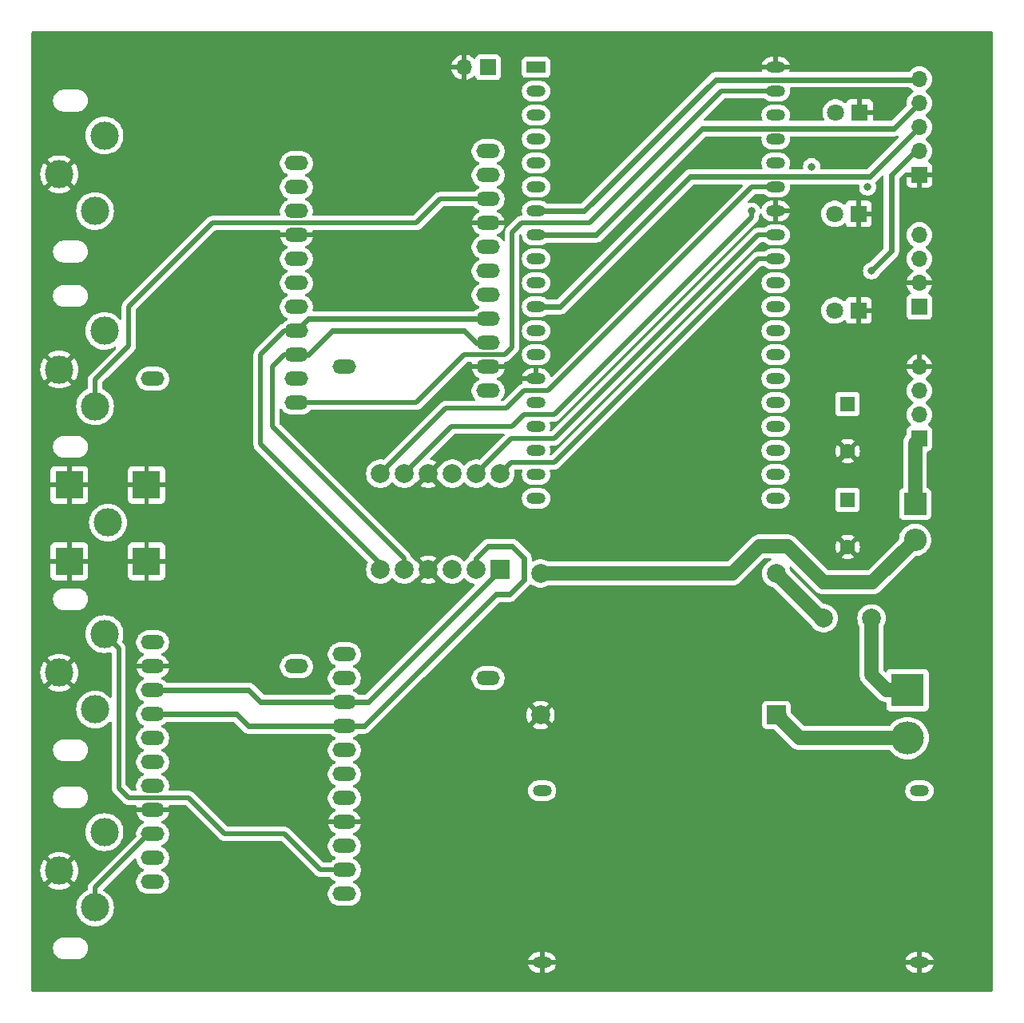
<source format=gbr>
%TF.GenerationSoftware,KiCad,Pcbnew,8.0.6*%
%TF.CreationDate,2024-11-28T17:20:23+01:00*%
%TF.ProjectId,fm-tx-LCD,666d2d74-782d-44c4-9344-2e6b69636164,rev?*%
%TF.SameCoordinates,Original*%
%TF.FileFunction,Copper,L4,Bot*%
%TF.FilePolarity,Positive*%
%FSLAX46Y46*%
G04 Gerber Fmt 4.6, Leading zero omitted, Abs format (unit mm)*
G04 Created by KiCad (PCBNEW 8.0.6) date 2024-11-28 17:20:23*
%MOMM*%
%LPD*%
G01*
G04 APERTURE LIST*
%TA.AperFunction,ComponentPad*%
%ADD10R,1.700000X1.700000*%
%TD*%
%TA.AperFunction,ComponentPad*%
%ADD11O,1.700000X1.700000*%
%TD*%
%TA.AperFunction,ComponentPad*%
%ADD12C,2.000000*%
%TD*%
%TA.AperFunction,ComponentPad*%
%ADD13O,2.500000X1.500000*%
%TD*%
%TA.AperFunction,ComponentPad*%
%ADD14R,1.800000X1.800000*%
%TD*%
%TA.AperFunction,ComponentPad*%
%ADD15C,1.800000*%
%TD*%
%TA.AperFunction,ComponentPad*%
%ADD16C,3.000000*%
%TD*%
%TA.AperFunction,ComponentPad*%
%ADD17R,2.000000X1.200000*%
%TD*%
%TA.AperFunction,ComponentPad*%
%ADD18O,2.000000X1.200000*%
%TD*%
%TA.AperFunction,ComponentPad*%
%ADD19R,2.400000X2.400000*%
%TD*%
%TA.AperFunction,ComponentPad*%
%ADD20O,2.400000X2.400000*%
%TD*%
%TA.AperFunction,ComponentPad*%
%ADD21R,1.600000X1.600000*%
%TD*%
%TA.AperFunction,ComponentPad*%
%ADD22C,1.600000*%
%TD*%
%TA.AperFunction,ComponentPad*%
%ADD23R,2.000000X2.000000*%
%TD*%
%TA.AperFunction,ComponentPad*%
%ADD24R,3.500000X3.500000*%
%TD*%
%TA.AperFunction,ComponentPad*%
%ADD25O,3.500000X3.500000*%
%TD*%
%TA.AperFunction,ComponentPad*%
%ADD26R,3.000000X3.000000*%
%TD*%
%TA.AperFunction,ViaPad*%
%ADD27C,0.800000*%
%TD*%
%TA.AperFunction,Conductor*%
%ADD28C,0.500000*%
%TD*%
%TA.AperFunction,Conductor*%
%ADD29C,0.622300*%
%TD*%
%TA.AperFunction,Conductor*%
%ADD30C,1.500000*%
%TD*%
G04 APERTURE END LIST*
D10*
%TO.P,SW1,1,GND*%
%TO.N,GND*%
X140970000Y-40635000D03*
D11*
%TO.P,SW1,2,VCC*%
%TO.N,+3.3V*%
X140970000Y-38095000D03*
%TO.P,SW1,3,SW*%
%TO.N,Net-(SW1-SW)*%
X140970000Y-35555000D03*
%TO.P,SW1,4,DAT*%
%TO.N,Net-(SW1-DAT)*%
X140970000Y-33015000D03*
%TO.P,SW1,5,CLK*%
%TO.N,Net-(SW1-CLK)*%
X140970000Y-30475000D03*
%TD*%
D12*
%TO.P,F1,1*%
%TO.N,Net-(J1-Pin_1)*%
X135890000Y-87630000D03*
%TO.P,F1,2*%
%TO.N,Net-(C1-Pad1)*%
X130810000Y-87620000D03*
%TD*%
D13*
%TO.P,U7,1,Vin*%
%TO.N,+5V*%
X80010000Y-116840000D03*
%TO.P,U7,2,Lin*%
%TO.N,Net-(J7-IN2)*%
X80010000Y-114300000D03*
%TO.P,U7,3,Rin*%
%TO.N,Net-(J7-IN1)*%
X80010000Y-111760000D03*
%TO.P,U7,4,GND*%
%TO.N,GND*%
X80010000Y-109220000D03*
%TO.P,U7,5,3.3Vout*%
%TO.N,unconnected-(U7-3.3Vout-Pad5)*%
X80010000Y-106680000D03*
%TO.P,U7,6,GP2*%
%TO.N,unconnected-(U7-GP2-Pad6)*%
X80010000Y-104140000D03*
%TO.P,U7,7,GP1*%
%TO.N,unconnected-(U7-GP1-Pad7)*%
X80010000Y-101600000D03*
%TO.P,U7,8,SDA*%
%TO.N,/TWI2_SDA*%
X80010000Y-99060000D03*
%TO.P,U7,9,SCL*%
%TO.N,/TWI2_SCL*%
X80010000Y-96520000D03*
%TO.P,U7,10,CS*%
%TO.N,unconnected-(U7-CS-Pad10)*%
X80010000Y-93980000D03*
%TO.P,U7,11,/RST*%
%TO.N,/TX3_RST*%
X80010000Y-91440000D03*
%TO.P,U7,12,ANT*%
%TO.N,Net-(U7-ANT)*%
X95250000Y-93980000D03*
%TD*%
D14*
%TO.P,D3,1,K*%
%TO.N,GND*%
X134500000Y-55000000D03*
D15*
%TO.P,D3,2,A*%
%TO.N,Net-(D3-A)*%
X131960000Y-55000000D03*
%TD*%
D16*
%TO.P,J8,1,IN1*%
%TO.N,Net-(J8-IN1)*%
X53580000Y-118300000D03*
%TO.P,J8,2,IN2*%
%TO.N,Net-(J8-IN2)*%
X54580000Y-110300000D03*
%TO.P,J8,3,EXT*%
%TO.N,GND*%
X49780000Y-114400000D03*
%TD*%
D17*
%TO.P,U1,1,3.3V*%
%TO.N,+3.3V*%
X100330000Y-29210000D03*
D18*
%TO.P,U1,2,EN_RST*%
%TO.N,Net-(J2-Pin_1)*%
X100330000Y-31750000D03*
%TO.P,U1,3,GPI36*%
%TO.N,unconnected-(U1-GPI36-Pad3)*%
X100330000Y-34290000D03*
%TO.P,U1,4,GPI39*%
%TO.N,unconnected-(U1-GPI39-Pad4)*%
X100330000Y-36830000D03*
%TO.P,U1,5,GPI34*%
%TO.N,unconnected-(U1-GPI34-Pad5)*%
X100330000Y-39370000D03*
%TO.P,U1,6,GPI35*%
%TO.N,unconnected-(U1-GPI35-Pad6)*%
X100330000Y-41910000D03*
%TO.P,U1,7,GPIO32*%
%TO.N,Net-(SW1-CLK)*%
X100330000Y-44450000D03*
%TO.P,U1,8,GPIO33*%
%TO.N,Net-(SW1-DAT)*%
X100330000Y-46990000D03*
%TO.P,U1,9,GPIO25*%
%TO.N,unconnected-(U1-GPIO25-Pad9)*%
X100330000Y-49530000D03*
%TO.P,U1,10,GPIO26*%
%TO.N,unconnected-(U1-GPIO26-Pad10)*%
X100330000Y-52070000D03*
%TO.P,U1,11,GPIO27*%
%TO.N,Net-(SW1-SW)*%
X100330000Y-54610000D03*
%TO.P,U1,12,GPIO14*%
%TO.N,unconnected-(U1-GPIO14-Pad12)*%
X100330000Y-57150000D03*
%TO.P,U1,13,GPIO12*%
%TO.N,unconnected-(U1-GPIO12-Pad13)*%
X100330000Y-59690000D03*
%TO.P,U1,14,GND*%
%TO.N,GND*%
X100330000Y-62230000D03*
%TO.P,U1,15,GPIO13*%
%TO.N,unconnected-(U1-GPIO13-Pad15)*%
X100330000Y-64770000D03*
%TO.P,U1,16,GPIO9*%
%TO.N,unconnected-(U1-GPIO9-Pad16)*%
X100330000Y-67310000D03*
%TO.P,U1,17,GPIO10*%
%TO.N,unconnected-(U1-GPIO10-Pad17)*%
X100330000Y-69850000D03*
%TO.P,U1,18,GPIO11*%
%TO.N,unconnected-(U1-GPIO11-Pad18)*%
X100330000Y-72390000D03*
%TO.P,U1,19,5V*%
%TO.N,+5V*%
X100330000Y-74930000D03*
%TO.P,U1,20,GPIO6*%
%TO.N,unconnected-(U1-GPIO6-Pad20)*%
X125726320Y-74927280D03*
%TO.P,U1,21,GPIO7*%
%TO.N,unconnected-(U1-GPIO7-Pad21)*%
X125726320Y-72387280D03*
%TO.P,U1,22,GPIO8*%
%TO.N,unconnected-(U1-GPIO8-Pad22)*%
X125730000Y-69850000D03*
%TO.P,U1,23,GPIO15*%
%TO.N,/TX4_RST*%
X125730000Y-67310000D03*
%TO.P,U1,24,GPIO2*%
%TO.N,unconnected-(U1-GPIO2-Pad24)*%
X125730000Y-64770000D03*
%TO.P,U1,25,GPIO0*%
%TO.N,unconnected-(U1-GPIO0-Pad25)*%
X125730000Y-62230000D03*
%TO.P,U1,26,GPIO4*%
%TO.N,unconnected-(U1-GPIO4-Pad26)*%
X125730000Y-59690000D03*
%TO.P,U1,27,GPIO16*%
%TO.N,/TX2_RST*%
X125730000Y-57150000D03*
%TO.P,U1,28,GPIO17*%
%TO.N,/TX3_RST*%
X125730000Y-54610000D03*
%TO.P,U1,29,GPIO5*%
%TO.N,unconnected-(U1-GPIO5-Pad29)*%
X125730000Y-52070000D03*
%TO.P,U1,30,GPIO18*%
%TO.N,Net-(U1-GPIO18)*%
X125730000Y-49530000D03*
%TO.P,U1,31,GPIO19*%
%TO.N,Net-(U1-GPIO19)*%
X125730000Y-46990000D03*
%TO.P,U1,32,GND*%
%TO.N,GND*%
X125730000Y-44450000D03*
%TO.P,U1,33,GPIO21*%
%TO.N,Net-(U1-GPIO21)*%
X125730000Y-41910000D03*
%TO.P,U1,34,GPIO3*%
%TO.N,unconnected-(U1-GPIO3-Pad34)*%
X125730000Y-39370000D03*
%TO.P,U1,35,GPIO1*%
%TO.N,unconnected-(U1-GPIO1-Pad35)*%
X125730000Y-36830000D03*
%TO.P,U1,36,GPIO22*%
%TO.N,Net-(U1-GPIO22)*%
X125730000Y-34290000D03*
%TO.P,U1,37,GPIO23*%
%TO.N,/TX1_RST*%
X125730000Y-31750000D03*
%TO.P,U1,38,GND*%
%TO.N,GND*%
X125730000Y-29210000D03*
%TD*%
D19*
%TO.P,D4,1,K*%
%TO.N,Net-(D4-K)*%
X140500000Y-75500000D03*
D20*
%TO.P,D4,2,A*%
%TO.N,Net-(D4-A)*%
X140500000Y-79310000D03*
%TD*%
D16*
%TO.P,J4,1,IN1*%
%TO.N,Net-(J4-IN1)*%
X53580000Y-44450000D03*
%TO.P,J4,2,IN2*%
%TO.N,Net-(J4-IN2)*%
X54580000Y-36450000D03*
%TO.P,J4,3,EXT*%
%TO.N,GND*%
X49780000Y-40550000D03*
%TD*%
D13*
%TO.P,U8,1,Vin*%
%TO.N,+5V*%
X59690000Y-115570000D03*
%TO.P,U8,2,Lin*%
%TO.N,Net-(J8-IN2)*%
X59690000Y-113030000D03*
%TO.P,U8,3,Rin*%
%TO.N,Net-(J8-IN1)*%
X59690000Y-110490000D03*
%TO.P,U8,4,GND*%
%TO.N,GND*%
X59690000Y-107950000D03*
%TO.P,U8,5,3.3Vout*%
%TO.N,unconnected-(U8-3.3Vout-Pad5)*%
X59690000Y-105410000D03*
%TO.P,U8,6,GP2*%
%TO.N,unconnected-(U8-GP2-Pad6)*%
X59690000Y-102870000D03*
%TO.P,U8,7,GP1*%
%TO.N,unconnected-(U8-GP1-Pad7)*%
X59690000Y-100330000D03*
%TO.P,U8,8,SDA*%
%TO.N,/TWI2_SDA*%
X59690000Y-97790000D03*
%TO.P,U8,9,SCL*%
%TO.N,/TWI2_SCL*%
X59690000Y-95250000D03*
%TO.P,U8,10,CS*%
%TO.N,GND*%
X59690000Y-92710000D03*
%TO.P,U8,11,/RST*%
%TO.N,/TX4_RST*%
X59690000Y-90170000D03*
%TO.P,U8,12,ANT*%
%TO.N,Net-(U8-ANT)*%
X74930000Y-92710000D03*
%TD*%
D10*
%TO.P,U6,1,VCC*%
%TO.N,+5V*%
X140970000Y-54610000D03*
D11*
%TO.P,U6,2,GND*%
%TO.N,GND*%
X140970000Y-52070000D03*
%TO.P,U6,3,SDA*%
%TO.N,/TWI1_SDA*%
X140970000Y-49530000D03*
%TO.P,U6,4,SCL*%
%TO.N,/TWI1_SCL*%
X140970000Y-46990000D03*
%TD*%
D13*
%TO.P,U4,1,Vin*%
%TO.N,+5V*%
X74930000Y-39370000D03*
%TO.P,U4,2,Lin*%
%TO.N,Net-(J4-IN2)*%
X74930000Y-41910000D03*
%TO.P,U4,3,Rin*%
%TO.N,Net-(J4-IN1)*%
X74930000Y-44450000D03*
%TO.P,U4,4,GND*%
%TO.N,GND*%
X74930000Y-46990000D03*
%TO.P,U4,5,3.3Vout*%
%TO.N,unconnected-(U4-3.3Vout-Pad5)*%
X74930000Y-49530000D03*
%TO.P,U4,6,GP2*%
%TO.N,unconnected-(U4-GP2-Pad6)*%
X74930000Y-52070000D03*
%TO.P,U4,7,GP1*%
%TO.N,unconnected-(U4-GP1-Pad7)*%
X74930000Y-54610000D03*
%TO.P,U4,8,SDA*%
%TO.N,/TWI1_SDA*%
X74930000Y-57150000D03*
%TO.P,U4,9,SCL*%
%TO.N,/TWI1_SCL*%
X74930000Y-59690000D03*
%TO.P,U4,10,CS*%
%TO.N,unconnected-(U4-CS-Pad10)*%
X74930000Y-62230000D03*
%TO.P,U4,11,/RST*%
%TO.N,/TX1_RST*%
X74930000Y-64770000D03*
%TO.P,U4,12,ANT*%
%TO.N,Net-(U4-ANT)*%
X59690000Y-62230000D03*
%TD*%
D21*
%TO.P,C3,1*%
%TO.N,+5V*%
X133350000Y-75067349D03*
D22*
%TO.P,C3,2*%
%TO.N,GND*%
X133350000Y-80067349D03*
%TD*%
D21*
%TO.P,C2,1*%
%TO.N,+12VA*%
X133350000Y-64907349D03*
D22*
%TO.P,C2,2*%
%TO.N,GND*%
X133350000Y-69907349D03*
%TD*%
D16*
%TO.P,J7,1,IN1*%
%TO.N,Net-(J7-IN1)*%
X53580000Y-97300000D03*
%TO.P,J7,2,IN2*%
%TO.N,Net-(J7-IN2)*%
X54580000Y-89300000D03*
%TO.P,J7,3,EXT*%
%TO.N,GND*%
X49780000Y-93400000D03*
%TD*%
D12*
%TO.P,FL1,1,1*%
%TO.N,Net-(D4-A)*%
X100800000Y-82880000D03*
%TO.P,FL1,2,2*%
%TO.N,GND*%
X100800000Y-97880000D03*
D23*
%TO.P,FL1,3,3*%
%TO.N,Net-(J1-Pin_2)*%
X125800000Y-97880000D03*
D12*
%TO.P,FL1,4,4*%
%TO.N,Net-(C1-Pad1)*%
X125800000Y-82880000D03*
%TD*%
D14*
%TO.P,D2,1,K*%
%TO.N,GND*%
X134500000Y-44750000D03*
D15*
%TO.P,D2,2,A*%
%TO.N,Net-(D2-A)*%
X131960000Y-44750000D03*
%TD*%
D10*
%TO.P,J3,1,Pin_1*%
%TO.N,Net-(D4-K)*%
X140970000Y-68570000D03*
D11*
%TO.P,J3,2,Pin_2*%
%TO.N,+12VA*%
X140970000Y-66030000D03*
%TO.P,J3,3,Pin_3*%
%TO.N,+5V*%
X140970000Y-63490000D03*
%TO.P,J3,4,Pin_4*%
%TO.N,GND*%
X140970000Y-60950000D03*
%TD*%
D23*
%TO.P,U3,1,HV1*%
%TO.N,/TWI2_SCL*%
X96520000Y-82462700D03*
D12*
%TO.P,U3,2,HV2*%
%TO.N,/TWI2_SDA*%
X93980000Y-82462700D03*
%TO.P,U3,3,HV*%
%TO.N,+5V*%
X91440000Y-82462700D03*
%TO.P,U3,4,GND*%
%TO.N,GND*%
X88900000Y-82462700D03*
%TO.P,U3,5,HV3*%
%TO.N,/TWI1_SCL*%
X86360000Y-82462700D03*
%TO.P,U3,6,HV4*%
%TO.N,/TWI1_SDA*%
X83820000Y-82462700D03*
%TO.P,U3,7,LV4*%
%TO.N,Net-(U1-GPIO21)*%
X83820000Y-72302700D03*
%TO.P,U3,8,LV3*%
%TO.N,Net-(U1-GPIO22)*%
X86360000Y-72302700D03*
%TO.P,U3,9,GND*%
%TO.N,GND*%
X88900000Y-72302700D03*
%TO.P,U3,10,LV*%
%TO.N,+3.3V*%
X91440000Y-72302700D03*
%TO.P,U3,11,LV2*%
%TO.N,Net-(U1-GPIO19)*%
X93980000Y-72302700D03*
%TO.P,U3,12,LV1*%
%TO.N,Net-(U1-GPIO18)*%
X96520000Y-72302700D03*
%TD*%
D16*
%TO.P,J6,1,IN1*%
%TO.N,Net-(J6-IN1)*%
X53580000Y-65150000D03*
%TO.P,J6,2,IN2*%
%TO.N,Net-(J6-IN2)*%
X54580000Y-57150000D03*
%TO.P,J6,3,EXT*%
%TO.N,GND*%
X49780000Y-61250000D03*
%TD*%
D14*
%TO.P,D1,1,K*%
%TO.N,GND*%
X134620000Y-34000000D03*
D15*
%TO.P,D1,2,A*%
%TO.N,Net-(D1-A)*%
X132080000Y-34000000D03*
%TD*%
D24*
%TO.P,J1,1,Pin_1*%
%TO.N,Net-(J1-Pin_1)*%
X139700000Y-95250000D03*
D25*
%TO.P,J1,2,Pin_2*%
%TO.N,Net-(J1-Pin_2)*%
X139700000Y-100330000D03*
%TD*%
D18*
%TO.P,U2,1,-VIN*%
%TO.N,GND*%
X100970000Y-124120000D03*
%TO.P,U2,2,+VIN*%
%TO.N,+12VA*%
X100970000Y-105920000D03*
%TO.P,U2,3,-VOUT*%
%TO.N,GND*%
X140970000Y-124120000D03*
%TO.P,U2,4,+VOUT*%
%TO.N,+5V*%
X140970000Y-105920000D03*
%TD*%
D13*
%TO.P,U5,1,Vin*%
%TO.N,+5V*%
X95250000Y-38100000D03*
%TO.P,U5,2,Lin*%
%TO.N,Net-(J6-IN2)*%
X95250000Y-40640000D03*
%TO.P,U5,3,Rin*%
%TO.N,Net-(J6-IN1)*%
X95250000Y-43180000D03*
%TO.P,U5,4,GND*%
%TO.N,GND*%
X95250000Y-45720000D03*
%TO.P,U5,5,3.3Vout*%
%TO.N,unconnected-(U5-3.3Vout-Pad5)*%
X95250000Y-48260000D03*
%TO.P,U5,6,GP2*%
%TO.N,unconnected-(U5-GP2-Pad6)*%
X95250000Y-50800000D03*
%TO.P,U5,7,GP1*%
%TO.N,unconnected-(U5-GP1-Pad7)*%
X95250000Y-53340000D03*
%TO.P,U5,8,SDA*%
%TO.N,/TWI1_SDA*%
X95250000Y-55880000D03*
%TO.P,U5,9,SCL*%
%TO.N,/TWI1_SCL*%
X95250000Y-58420000D03*
%TO.P,U5,10,CS*%
%TO.N,GND*%
X95250000Y-60960000D03*
%TO.P,U5,11,/RST*%
%TO.N,/TX2_RST*%
X95250000Y-63500000D03*
%TO.P,U5,12,ANT*%
%TO.N,Net-(U5-ANT)*%
X80010000Y-60960000D03*
%TD*%
D10*
%TO.P,J2,1,Pin_1*%
%TO.N,Net-(J2-Pin_1)*%
X95250000Y-29210000D03*
D11*
%TO.P,J2,2,Pin_2*%
%TO.N,GND*%
X92710000Y-29210000D03*
%TD*%
D16*
%TO.P,J5,1,In*%
%TO.N,/TXout*%
X54942967Y-77488062D03*
D26*
%TO.P,J5,2,Ext*%
%TO.N,GND*%
X59042967Y-81588062D03*
X59042967Y-73488062D03*
X50842967Y-81588062D03*
X50842967Y-73488062D03*
%TD*%
D27*
%TO.N,+5V*%
X135476824Y-41910000D03*
%TO.N,+3.3V*%
X135890000Y-50800000D03*
%TO.N,Net-(U1-GPIO22)*%
X123190000Y-44450000D03*
%TO.N,+12VA*%
X129540000Y-39742797D03*
%TD*%
D28*
%TO.N,GND*%
X49243377Y-92863377D02*
X49780000Y-93400000D01*
X49530000Y-40300000D02*
X49780000Y-40550000D01*
X49762500Y-61232500D02*
X49780000Y-61250000D01*
X49780000Y-115570000D02*
X49219857Y-115009857D01*
D29*
%TO.N,/TWI2_SDA*%
X96082500Y-85090000D02*
X82112500Y-99060000D01*
X95250000Y-80010000D02*
X97790000Y-80010000D01*
X59690000Y-97790000D02*
X68580000Y-97790000D01*
X99060000Y-81280000D02*
X99060000Y-83536350D01*
X82112500Y-99060000D02*
X80010000Y-99060000D01*
X93980000Y-82462700D02*
X93980000Y-81280000D01*
X99060000Y-83536350D02*
X97506350Y-85090000D01*
X68580000Y-97790000D02*
X69850000Y-99060000D01*
X69850000Y-99060000D02*
X80010000Y-99060000D01*
X97506350Y-85090000D02*
X96082500Y-85090000D01*
X97790000Y-80010000D02*
X99060000Y-81280000D01*
X93980000Y-81280000D02*
X95250000Y-80010000D01*
%TO.N,/TWI2_SCL*%
X59690000Y-95250000D02*
X69850000Y-95250000D01*
X80010000Y-96520000D02*
X82550000Y-96520000D01*
X71120000Y-96520000D02*
X80010000Y-96520000D01*
X69850000Y-95250000D02*
X71120000Y-96520000D01*
X96520000Y-82550000D02*
X96520000Y-82462700D01*
X82550000Y-96520000D02*
X96520000Y-82550000D01*
%TO.N,/TWI1_SDA*%
X76200000Y-55880000D02*
X74930000Y-57150000D01*
X95250000Y-55880000D02*
X76200000Y-55880000D01*
D28*
X83820000Y-82462700D02*
X83820000Y-81871350D01*
X71120000Y-69171350D02*
X71120000Y-59690000D01*
X73660000Y-57150000D02*
X74930000Y-57150000D01*
X83820000Y-81871350D02*
X71120000Y-69171350D01*
X71120000Y-59690000D02*
X73660000Y-57150000D01*
%TO.N,/TWI1_SCL*%
X72390000Y-67310000D02*
X72390000Y-60960000D01*
X73660000Y-59690000D02*
X74930000Y-59690000D01*
D29*
X92710000Y-57150000D02*
X93980000Y-58420000D01*
X74930000Y-59690000D02*
X76200000Y-59690000D01*
X76200000Y-59690000D02*
X78740000Y-57150000D01*
D28*
X86360000Y-81280000D02*
X72390000Y-67310000D01*
X86360000Y-82462700D02*
X86360000Y-81280000D01*
D29*
X78740000Y-57150000D02*
X92710000Y-57150000D01*
X93980000Y-58420000D02*
X95250000Y-58420000D01*
D28*
X72390000Y-60960000D02*
X73660000Y-59690000D01*
%TO.N,Net-(U1-GPIO18)*%
X123825000Y-49530000D02*
X125730000Y-49530000D01*
X102235000Y-71120000D02*
X123825000Y-49530000D01*
X96520000Y-72302700D02*
X97702700Y-71120000D01*
X97702700Y-71120000D02*
X102235000Y-71120000D01*
D29*
%TO.N,+3.3V*%
X138000000Y-40657500D02*
X140562500Y-38095000D01*
X140562500Y-38095000D02*
X140970000Y-38095000D01*
X138000000Y-48690000D02*
X138000000Y-40657500D01*
X135890000Y-50800000D02*
X138000000Y-48690000D01*
D28*
%TO.N,Net-(U1-GPIO21)*%
X123190000Y-41910000D02*
X125730000Y-41910000D01*
X99060000Y-63500000D02*
X101600000Y-63500000D01*
X97220000Y-65340000D02*
X99060000Y-63500000D01*
X90782700Y-65340000D02*
X97220000Y-65340000D01*
X83820000Y-72302700D02*
X90782700Y-65340000D01*
X101600000Y-63500000D02*
X123190000Y-41910000D01*
%TO.N,Net-(U1-GPIO22)*%
X123190000Y-44450000D02*
X123190000Y-45085000D01*
X102235000Y-66040000D02*
X99060000Y-66040000D01*
X97790000Y-67310000D02*
X91352700Y-67310000D01*
X91352700Y-67310000D02*
X86360000Y-72302700D01*
X123190000Y-45085000D02*
X102235000Y-66040000D01*
X99060000Y-66040000D02*
X97790000Y-67310000D01*
%TO.N,Net-(U1-GPIO19)*%
X97702700Y-68580000D02*
X102235000Y-68580000D01*
X102235000Y-68580000D02*
X123825000Y-46990000D01*
X123825000Y-46990000D02*
X125730000Y-46990000D01*
X93980000Y-72302700D02*
X97702700Y-68580000D01*
D29*
%TO.N,Net-(SW1-CLK)*%
X140970000Y-30475000D02*
X140923850Y-30521150D01*
X119338850Y-30521150D02*
X105410000Y-44450000D01*
X105410000Y-44450000D02*
X100330000Y-44450000D01*
X140923850Y-30521150D02*
X119338850Y-30521150D01*
%TO.N,Net-(SW1-DAT)*%
X140970000Y-33015000D02*
X138283850Y-35701150D01*
X106680000Y-46990000D02*
X100330000Y-46990000D01*
X138283850Y-35701150D02*
X117968850Y-35701150D01*
X117968850Y-35701150D02*
X106680000Y-46990000D01*
%TO.N,Net-(SW1-SW)*%
X135726150Y-40798850D02*
X116681150Y-40798850D01*
X102870000Y-54610000D02*
X100330000Y-54610000D01*
X140970000Y-35555000D02*
X135726150Y-40798850D01*
X116681150Y-40798850D02*
X102870000Y-54610000D01*
D28*
%TO.N,/TX1_RST*%
X92710000Y-59690000D02*
X87630000Y-64770000D01*
X87630000Y-64770000D02*
X74930000Y-64770000D01*
X96983528Y-59690000D02*
X92710000Y-59690000D01*
X98752538Y-45720000D02*
X97790000Y-46682538D01*
X97790000Y-46682538D02*
X97790000Y-58883528D01*
X97790000Y-58883528D02*
X96983528Y-59690000D01*
X105989290Y-45720000D02*
X98752538Y-45720000D01*
X125730000Y-31750000D02*
X119959290Y-31750000D01*
X119959290Y-31750000D02*
X105989290Y-45720000D01*
%TO.N,Net-(J4-IN2)*%
X54200000Y-36830000D02*
X54580000Y-36450000D01*
%TO.N,Net-(J4-IN1)*%
X53340000Y-44210000D02*
X53580000Y-44450000D01*
D30*
%TO.N,Net-(C1-Pad1)*%
X125800000Y-82880000D02*
X130540000Y-87620000D01*
X130540000Y-87620000D02*
X130810000Y-87620000D01*
%TO.N,Net-(J1-Pin_2)*%
X125820000Y-97880000D02*
X128270000Y-100330000D01*
X128270000Y-100330000D02*
X139700000Y-100330000D01*
X125800000Y-97880000D02*
X126130000Y-97880000D01*
X125800000Y-97880000D02*
X125820000Y-97880000D01*
D28*
%TO.N,Net-(J6-IN2)*%
X53880000Y-57850000D02*
X54580000Y-57150000D01*
%TO.N,Net-(J6-IN1)*%
X53580000Y-62313642D02*
X53580000Y-65150000D01*
X57150000Y-58743642D02*
X53580000Y-62313642D01*
X87630000Y-45720000D02*
X66040000Y-45720000D01*
X95250000Y-43180000D02*
X90170000Y-43180000D01*
X90170000Y-43180000D02*
X87630000Y-45720000D01*
X57150000Y-54610000D02*
X57150000Y-58743642D01*
X53340000Y-64910000D02*
X53580000Y-65150000D01*
X66040000Y-45720000D02*
X57150000Y-54610000D01*
%TO.N,Net-(J7-IN2)*%
X56080000Y-105610000D02*
X57150000Y-106680000D01*
X54580000Y-89300000D02*
X56080000Y-90800000D01*
X67310000Y-110490000D02*
X73660000Y-110490000D01*
X54519592Y-89360408D02*
X54580000Y-89300000D01*
X56080000Y-90800000D02*
X56080000Y-105610000D01*
X73660000Y-110490000D02*
X77470000Y-114300000D01*
X63500000Y-106680000D02*
X67310000Y-110490000D01*
X57150000Y-106680000D02*
X63500000Y-106680000D01*
X77470000Y-114300000D02*
X80010000Y-114300000D01*
%TO.N,Net-(J7-IN1)*%
X53542469Y-97262469D02*
X53580000Y-97300000D01*
%TO.N,Net-(J8-IN2)*%
X53410000Y-110300000D02*
X54580000Y-111470000D01*
%TO.N,Net-(J8-IN1)*%
X53560472Y-119450472D02*
X53580000Y-119470000D01*
X53580000Y-116178680D02*
X59268680Y-110490000D01*
X59268680Y-110490000D02*
X59690000Y-110490000D01*
X53580000Y-118300000D02*
X53580000Y-116178680D01*
D30*
%TO.N,Net-(J1-Pin_1)*%
X137500000Y-95250000D02*
X135890000Y-93640000D01*
X139700000Y-95250000D02*
X137500000Y-95250000D01*
X135890000Y-93640000D02*
X135890000Y-87630000D01*
%TO.N,Net-(D4-A)*%
X130810000Y-83820000D02*
X135990000Y-83820000D01*
X121121545Y-82880000D02*
X123991545Y-80010000D01*
X123991545Y-80010000D02*
X127000000Y-80010000D01*
X135990000Y-83820000D02*
X140500000Y-79310000D01*
X100800000Y-82880000D02*
X121121545Y-82880000D01*
X127000000Y-80010000D02*
X130810000Y-83820000D01*
%TO.N,Net-(D4-K)*%
X140500000Y-69040000D02*
X140970000Y-68570000D01*
X140500000Y-75500000D02*
X140500000Y-69040000D01*
%TD*%
%TA.AperFunction,Conductor*%
%TO.N,GND*%
G36*
X68259481Y-98621335D02*
G01*
X68280122Y-98637968D01*
X69219549Y-99577396D01*
X69219550Y-99577397D01*
X69332603Y-99690450D01*
X69465540Y-99779275D01*
X69613250Y-99840459D01*
X69770054Y-99871649D01*
X69770058Y-99871650D01*
X69770059Y-99871650D01*
X78501813Y-99871650D01*
X78568852Y-99891335D01*
X78589494Y-99907968D01*
X78695354Y-100013828D01*
X78854595Y-100129524D01*
X78977992Y-100192397D01*
X79031213Y-100219515D01*
X79082009Y-100267489D01*
X79098804Y-100335310D01*
X79076267Y-100401445D01*
X79031213Y-100440485D01*
X78854594Y-100530476D01*
X78763741Y-100596485D01*
X78695354Y-100646172D01*
X78695352Y-100646174D01*
X78695351Y-100646174D01*
X78556174Y-100785351D01*
X78556174Y-100785352D01*
X78556172Y-100785354D01*
X78508841Y-100850499D01*
X78440476Y-100944594D01*
X78351117Y-101119970D01*
X78290290Y-101307173D01*
X78259500Y-101501577D01*
X78259500Y-101698422D01*
X78290290Y-101892826D01*
X78351117Y-102080029D01*
X78413771Y-102202994D01*
X78440476Y-102255405D01*
X78556172Y-102414646D01*
X78695354Y-102553828D01*
X78854595Y-102669524D01*
X78957919Y-102722170D01*
X79031213Y-102759515D01*
X79082009Y-102807489D01*
X79098804Y-102875310D01*
X79076267Y-102941445D01*
X79031213Y-102980485D01*
X78854594Y-103070476D01*
X78763741Y-103136485D01*
X78695354Y-103186172D01*
X78695352Y-103186174D01*
X78695351Y-103186174D01*
X78556174Y-103325351D01*
X78556174Y-103325352D01*
X78556172Y-103325354D01*
X78506485Y-103393741D01*
X78440476Y-103484594D01*
X78351117Y-103659970D01*
X78290290Y-103847173D01*
X78259500Y-104041577D01*
X78259500Y-104238422D01*
X78290290Y-104432826D01*
X78351117Y-104620029D01*
X78419682Y-104754594D01*
X78440476Y-104795405D01*
X78556172Y-104954646D01*
X78695354Y-105093828D01*
X78854595Y-105209524D01*
X78977992Y-105272397D01*
X79031213Y-105299515D01*
X79082009Y-105347489D01*
X79098804Y-105415310D01*
X79076267Y-105481445D01*
X79031213Y-105520485D01*
X78854594Y-105610476D01*
X78783267Y-105662299D01*
X78695354Y-105726172D01*
X78695352Y-105726174D01*
X78695351Y-105726174D01*
X78556174Y-105865351D01*
X78556174Y-105865352D01*
X78556172Y-105865354D01*
X78523869Y-105909815D01*
X78440476Y-106024594D01*
X78351117Y-106199970D01*
X78290290Y-106387173D01*
X78259500Y-106581577D01*
X78259500Y-106778422D01*
X78290290Y-106972826D01*
X78351117Y-107160029D01*
X78440476Y-107335405D01*
X78556172Y-107494646D01*
X78695354Y-107633828D01*
X78814784Y-107720600D01*
X78854596Y-107749525D01*
X79031763Y-107839795D01*
X79082560Y-107887769D01*
X79099355Y-107955590D01*
X79076818Y-108021725D01*
X79031764Y-108060765D01*
X78854856Y-108150904D01*
X78695678Y-108266555D01*
X78556555Y-108405678D01*
X78440904Y-108564856D01*
X78351581Y-108740162D01*
X78290781Y-108927283D01*
X78284016Y-108970000D01*
X79605854Y-108970000D01*
X79567370Y-109036657D01*
X79535000Y-109157465D01*
X79535000Y-109282535D01*
X79567370Y-109403343D01*
X79605854Y-109470000D01*
X78284016Y-109470000D01*
X78290781Y-109512716D01*
X78351581Y-109699837D01*
X78440904Y-109875143D01*
X78556555Y-110034321D01*
X78695678Y-110173444D01*
X78854856Y-110289095D01*
X79031764Y-110379234D01*
X79082560Y-110427208D01*
X79099355Y-110495029D01*
X79076818Y-110561164D01*
X79031764Y-110600204D01*
X78854594Y-110690476D01*
X78784312Y-110741540D01*
X78695354Y-110806172D01*
X78695352Y-110806174D01*
X78695351Y-110806174D01*
X78556174Y-110945351D01*
X78556174Y-110945352D01*
X78556172Y-110945354D01*
X78506485Y-111013741D01*
X78440476Y-111104594D01*
X78351117Y-111279970D01*
X78290290Y-111467173D01*
X78259500Y-111661577D01*
X78259500Y-111858422D01*
X78290290Y-112052826D01*
X78351117Y-112240029D01*
X78440476Y-112415405D01*
X78556172Y-112574646D01*
X78695354Y-112713828D01*
X78854595Y-112829524D01*
X78935885Y-112870943D01*
X79031213Y-112919515D01*
X79082009Y-112967489D01*
X79098804Y-113035310D01*
X79076267Y-113101445D01*
X79031213Y-113140485D01*
X78854594Y-113230476D01*
X78763741Y-113296485D01*
X78695354Y-113346172D01*
X78695352Y-113346174D01*
X78695351Y-113346174D01*
X78556171Y-113485354D01*
X78546703Y-113498387D01*
X78491372Y-113541052D01*
X78446386Y-113549500D01*
X77832229Y-113549500D01*
X77765190Y-113529815D01*
X77744548Y-113513181D01*
X74138421Y-109907052D01*
X74138414Y-109907046D01*
X74064729Y-109857812D01*
X74064729Y-109857813D01*
X74015491Y-109824913D01*
X73878917Y-109768343D01*
X73878907Y-109768340D01*
X73733920Y-109739500D01*
X73733918Y-109739500D01*
X67672229Y-109739500D01*
X67605190Y-109719815D01*
X67584548Y-109703181D01*
X63978421Y-106097052D01*
X63978414Y-106097046D01*
X63880831Y-106031844D01*
X63880830Y-106031844D01*
X63855495Y-106014916D01*
X63855488Y-106014912D01*
X63718917Y-105958343D01*
X63718907Y-105958340D01*
X63573920Y-105929500D01*
X63573918Y-105929500D01*
X61506730Y-105929500D01*
X61439691Y-105909815D01*
X61393936Y-105857011D01*
X61383992Y-105787853D01*
X61388799Y-105767182D01*
X61409708Y-105702830D01*
X61409708Y-105702829D01*
X61409709Y-105702826D01*
X61438589Y-105520485D01*
X61440500Y-105508422D01*
X61440500Y-105311577D01*
X61409709Y-105117173D01*
X61348882Y-104929970D01*
X61301743Y-104837455D01*
X61259524Y-104754595D01*
X61143828Y-104595354D01*
X61004646Y-104456172D01*
X60925025Y-104398324D01*
X60845403Y-104340474D01*
X60668787Y-104250485D01*
X60617990Y-104202511D01*
X60601195Y-104134690D01*
X60623732Y-104068555D01*
X60668787Y-104029515D01*
X60845403Y-103939525D01*
X60845402Y-103939525D01*
X60845405Y-103939524D01*
X61004646Y-103823828D01*
X61143828Y-103684646D01*
X61259524Y-103525405D01*
X61348884Y-103350025D01*
X61409709Y-103162826D01*
X61438589Y-102980485D01*
X61440500Y-102968422D01*
X61440500Y-102771577D01*
X61409709Y-102577173D01*
X61356577Y-102413652D01*
X61348884Y-102389975D01*
X61348882Y-102389972D01*
X61348882Y-102389970D01*
X61301743Y-102297455D01*
X61259524Y-102214595D01*
X61143828Y-102055354D01*
X61004646Y-101916172D01*
X60925025Y-101858324D01*
X60845403Y-101800474D01*
X60668787Y-101710485D01*
X60617990Y-101662511D01*
X60601195Y-101594690D01*
X60623732Y-101528555D01*
X60668787Y-101489515D01*
X60845403Y-101399525D01*
X60845402Y-101399525D01*
X60845405Y-101399524D01*
X61004646Y-101283828D01*
X61143828Y-101144646D01*
X61259524Y-100985405D01*
X61348884Y-100810025D01*
X61409709Y-100622826D01*
X61410789Y-100616006D01*
X61440500Y-100428422D01*
X61440500Y-100231577D01*
X61409709Y-100037173D01*
X61356900Y-99874646D01*
X61348884Y-99849975D01*
X61348882Y-99849972D01*
X61348882Y-99849970D01*
X61259523Y-99674594D01*
X61143828Y-99515354D01*
X61004646Y-99376172D01*
X60879428Y-99285195D01*
X60845403Y-99260474D01*
X60668787Y-99170485D01*
X60617990Y-99122511D01*
X60601195Y-99054690D01*
X60623732Y-98988555D01*
X60668787Y-98949515D01*
X60845403Y-98859525D01*
X60845402Y-98859525D01*
X60845405Y-98859524D01*
X61004646Y-98743828D01*
X61110506Y-98637968D01*
X61171829Y-98604484D01*
X61198187Y-98601650D01*
X68192442Y-98601650D01*
X68259481Y-98621335D01*
G37*
%TD.AperFunction*%
%TA.AperFunction,Conductor*%
G36*
X96928509Y-68080185D02*
G01*
X96974264Y-68132989D01*
X96984208Y-68202147D01*
X96955183Y-68265703D01*
X96949151Y-68272181D01*
X94419247Y-70802083D01*
X94357924Y-70835568D01*
X94311157Y-70836711D01*
X94104335Y-70802200D01*
X93855665Y-70802200D01*
X93610383Y-70843129D01*
X93375197Y-70923869D01*
X93375188Y-70923872D01*
X93156493Y-71042224D01*
X92960257Y-71194961D01*
X92801230Y-71367710D01*
X92741342Y-71403701D01*
X92671504Y-71401600D01*
X92618770Y-71367710D01*
X92544268Y-71286780D01*
X92459744Y-71194962D01*
X92263509Y-71042226D01*
X92263507Y-71042225D01*
X92263506Y-71042224D01*
X92044811Y-70923872D01*
X92044802Y-70923869D01*
X91809616Y-70843129D01*
X91564335Y-70802200D01*
X91315665Y-70802200D01*
X91070383Y-70843129D01*
X90835197Y-70923869D01*
X90835188Y-70923872D01*
X90616493Y-71042224D01*
X90420257Y-71194961D01*
X90251837Y-71377913D01*
X90251829Y-71377924D01*
X90251455Y-71378497D01*
X90251242Y-71378678D01*
X90248690Y-71381958D01*
X90248014Y-71381432D01*
X90198304Y-71423847D01*
X90134865Y-71434002D01*
X90123434Y-71432816D01*
X89362550Y-72193701D01*
X89342630Y-72119357D01*
X89280095Y-72011043D01*
X89191657Y-71922605D01*
X89083343Y-71860070D01*
X89008996Y-71840149D01*
X89770057Y-71079089D01*
X89723229Y-71042643D01*
X89504614Y-70924335D01*
X89504603Y-70924330D01*
X89269493Y-70843616D01*
X89173697Y-70827631D01*
X89110812Y-70797180D01*
X89074373Y-70737566D01*
X89075948Y-70667714D01*
X89106426Y-70617641D01*
X89746786Y-69977282D01*
X91627249Y-68096819D01*
X91688572Y-68063334D01*
X91714930Y-68060500D01*
X96861470Y-68060500D01*
X96928509Y-68080185D01*
G37*
%TD.AperFunction*%
%TA.AperFunction,Conductor*%
G36*
X138716681Y-36478848D02*
G01*
X138752334Y-36538936D01*
X138749841Y-36608762D01*
X138719867Y-36657285D01*
X135426273Y-39950881D01*
X135364950Y-39984366D01*
X135338592Y-39987200D01*
X130557488Y-39987200D01*
X130490449Y-39967515D01*
X130444694Y-39914711D01*
X130434167Y-39850240D01*
X130445460Y-39742797D01*
X130425674Y-39554541D01*
X130367179Y-39374513D01*
X130272533Y-39210581D01*
X130145871Y-39069909D01*
X130145870Y-39069908D01*
X129992734Y-38958648D01*
X129992729Y-38958645D01*
X129819807Y-38881654D01*
X129819802Y-38881652D01*
X129674001Y-38850662D01*
X129634646Y-38842297D01*
X129445354Y-38842297D01*
X129412897Y-38849195D01*
X129260197Y-38881652D01*
X129260192Y-38881654D01*
X129087270Y-38958645D01*
X129087265Y-38958648D01*
X128934129Y-39069908D01*
X128807466Y-39210582D01*
X128712821Y-39374512D01*
X128712818Y-39374519D01*
X128678388Y-39480485D01*
X128654326Y-39554541D01*
X128634540Y-39742797D01*
X128645832Y-39850240D01*
X128633264Y-39918968D01*
X128585532Y-39969992D01*
X128522512Y-39987200D01*
X127252990Y-39987200D01*
X127185951Y-39967515D01*
X127140196Y-39914711D01*
X127130252Y-39845553D01*
X127142506Y-39806903D01*
X127149873Y-39792445D01*
X127203402Y-39627701D01*
X127230500Y-39456611D01*
X127230500Y-39283389D01*
X127203402Y-39112299D01*
X127149873Y-38947555D01*
X127071232Y-38793212D01*
X126969414Y-38653072D01*
X126846928Y-38530586D01*
X126706788Y-38428768D01*
X126552445Y-38350127D01*
X126387701Y-38296598D01*
X126387699Y-38296597D01*
X126387698Y-38296597D01*
X126247321Y-38274364D01*
X126216611Y-38269500D01*
X125243389Y-38269500D01*
X125212679Y-38274364D01*
X125072302Y-38296597D01*
X124907552Y-38350128D01*
X124753211Y-38428768D01*
X124716267Y-38455610D01*
X124613072Y-38530586D01*
X124613070Y-38530588D01*
X124613069Y-38530588D01*
X124490588Y-38653069D01*
X124490588Y-38653070D01*
X124490586Y-38653072D01*
X124446859Y-38713256D01*
X124388768Y-38793211D01*
X124310128Y-38947552D01*
X124256597Y-39112302D01*
X124229500Y-39283389D01*
X124229500Y-39456610D01*
X124256597Y-39627697D01*
X124310127Y-39792446D01*
X124317494Y-39806903D01*
X124330391Y-39875572D01*
X124304116Y-39940313D01*
X124247010Y-39980571D01*
X124207010Y-39987200D01*
X116767225Y-39987200D01*
X116767205Y-39987199D01*
X116761091Y-39987199D01*
X116601210Y-39987199D01*
X116601208Y-39987199D01*
X116444405Y-40018389D01*
X116444395Y-40018392D01*
X116296694Y-40079571D01*
X116296692Y-40079572D01*
X116224635Y-40127720D01*
X116163753Y-40168400D01*
X116050700Y-40281453D01*
X116050697Y-40281456D01*
X102570123Y-53762031D01*
X102508800Y-53795516D01*
X102482442Y-53798350D01*
X101525181Y-53798350D01*
X101458142Y-53778665D01*
X101450957Y-53773327D01*
X101450869Y-53773450D01*
X101446930Y-53770588D01*
X101446928Y-53770586D01*
X101306788Y-53668768D01*
X101152445Y-53590127D01*
X100987701Y-53536598D01*
X100987699Y-53536597D01*
X100987698Y-53536597D01*
X100856271Y-53515781D01*
X100816611Y-53509500D01*
X99843389Y-53509500D01*
X99803728Y-53515781D01*
X99672302Y-53536597D01*
X99507552Y-53590128D01*
X99353211Y-53668768D01*
X99292248Y-53713061D01*
X99213072Y-53770586D01*
X99213070Y-53770588D01*
X99213069Y-53770588D01*
X99090588Y-53893069D01*
X99090588Y-53893070D01*
X99090586Y-53893072D01*
X99060182Y-53934920D01*
X98988768Y-54033211D01*
X98910128Y-54187552D01*
X98856597Y-54352302D01*
X98829500Y-54523389D01*
X98829500Y-54696610D01*
X98850041Y-54826306D01*
X98856598Y-54867701D01*
X98910127Y-55032445D01*
X98988768Y-55186788D01*
X99090586Y-55326928D01*
X99213072Y-55449414D01*
X99353212Y-55551232D01*
X99507555Y-55629873D01*
X99672299Y-55683402D01*
X99843389Y-55710500D01*
X99843390Y-55710500D01*
X100816610Y-55710500D01*
X100816611Y-55710500D01*
X100987701Y-55683402D01*
X101152445Y-55629873D01*
X101306788Y-55551232D01*
X101446928Y-55449414D01*
X101446930Y-55449411D01*
X101450869Y-55446550D01*
X101451978Y-55448076D01*
X101508407Y-55422790D01*
X101525181Y-55421650D01*
X102949942Y-55421650D01*
X102949943Y-55421649D01*
X103106750Y-55390459D01*
X103254460Y-55329275D01*
X103284109Y-55309464D01*
X103387397Y-55240450D01*
X103500450Y-55127397D01*
X103500451Y-55127395D01*
X103507517Y-55120329D01*
X103507519Y-55120325D01*
X116981027Y-41646819D01*
X117042350Y-41613334D01*
X117068708Y-41610500D01*
X122128770Y-41610500D01*
X122195809Y-41630185D01*
X122241564Y-41682989D01*
X122251508Y-41752147D01*
X122222483Y-41815703D01*
X122216451Y-41822181D01*
X102010455Y-62028176D01*
X101949132Y-62061661D01*
X101879440Y-62056677D01*
X101823507Y-62014805D01*
X101805599Y-61976666D01*
X101804420Y-61977050D01*
X101749408Y-61807742D01*
X101670804Y-61653475D01*
X101569032Y-61513397D01*
X101446602Y-61390967D01*
X101306524Y-61289195D01*
X101152257Y-61210591D01*
X100987584Y-61157085D01*
X100816571Y-61130000D01*
X100580000Y-61130000D01*
X100580000Y-61914314D01*
X100575606Y-61909920D01*
X100484394Y-61857259D01*
X100382661Y-61830000D01*
X100277339Y-61830000D01*
X100175606Y-61857259D01*
X100084394Y-61909920D01*
X100080000Y-61914314D01*
X100080000Y-61130000D01*
X99843429Y-61130000D01*
X99672415Y-61157085D01*
X99507742Y-61210591D01*
X99353475Y-61289195D01*
X99213397Y-61390967D01*
X99090967Y-61513397D01*
X98989195Y-61653475D01*
X98910591Y-61807744D01*
X98857085Y-61972415D01*
X98855884Y-61979999D01*
X98855885Y-61980000D01*
X100014314Y-61980000D01*
X100009920Y-61984394D01*
X99957259Y-62075606D01*
X99930000Y-62177339D01*
X99930000Y-62282661D01*
X99957259Y-62384394D01*
X100009920Y-62475606D01*
X100014314Y-62480000D01*
X98855885Y-62480000D01*
X98857085Y-62487584D01*
X98903033Y-62628997D01*
X98905028Y-62698838D01*
X98868947Y-62758671D01*
X98832555Y-62781876D01*
X98704507Y-62834914D01*
X98704504Y-62834916D01*
X98694608Y-62841529D01*
X98679170Y-62851844D01*
X98679169Y-62851844D01*
X98581585Y-62917046D01*
X98581578Y-62917052D01*
X96945451Y-64553181D01*
X96884128Y-64586666D01*
X96857770Y-64589500D01*
X96728336Y-64589500D01*
X96661297Y-64569815D01*
X96615542Y-64517011D01*
X96605598Y-64447853D01*
X96634623Y-64384297D01*
X96640655Y-64377819D01*
X96670922Y-64347552D01*
X96703828Y-64314646D01*
X96819524Y-64155405D01*
X96908884Y-63980025D01*
X96969709Y-63792826D01*
X96976523Y-63749803D01*
X97000500Y-63598422D01*
X97000500Y-63401577D01*
X96969709Y-63207173D01*
X96910951Y-63026337D01*
X96908884Y-63019975D01*
X96908882Y-63019972D01*
X96908882Y-63019970D01*
X96846342Y-62897228D01*
X96819524Y-62844595D01*
X96703828Y-62685354D01*
X96564646Y-62546172D01*
X96405405Y-62430476D01*
X96230025Y-62341116D01*
X96230024Y-62341115D01*
X96228235Y-62340204D01*
X96177439Y-62292230D01*
X96160644Y-62224409D01*
X96183181Y-62158274D01*
X96228236Y-62119234D01*
X96405141Y-62029097D01*
X96564321Y-61913444D01*
X96703444Y-61774321D01*
X96819095Y-61615143D01*
X96908418Y-61439837D01*
X96969218Y-61252716D01*
X96975984Y-61210000D01*
X95654146Y-61210000D01*
X95692630Y-61143343D01*
X95725000Y-61022535D01*
X95725000Y-60897465D01*
X95692630Y-60776657D01*
X95654146Y-60710000D01*
X96975984Y-60710000D01*
X96969218Y-60667281D01*
X96969217Y-60667278D01*
X96948190Y-60602565D01*
X96946193Y-60532724D01*
X96982273Y-60472890D01*
X97044973Y-60442061D01*
X97053977Y-60440841D01*
X97057433Y-60440500D01*
X97057445Y-60440500D01*
X97057446Y-60440500D01*
X97202441Y-60411658D01*
X97339023Y-60355084D01*
X97403735Y-60311845D01*
X97461944Y-60272952D01*
X98131506Y-59603389D01*
X98829500Y-59603389D01*
X98829500Y-59776610D01*
X98850926Y-59911894D01*
X98856598Y-59947701D01*
X98910127Y-60112445D01*
X98988768Y-60266788D01*
X99090586Y-60406928D01*
X99213072Y-60529414D01*
X99353212Y-60631232D01*
X99507555Y-60709873D01*
X99672299Y-60763402D01*
X99843389Y-60790500D01*
X99843390Y-60790500D01*
X100816610Y-60790500D01*
X100816611Y-60790500D01*
X100987701Y-60763402D01*
X101152445Y-60709873D01*
X101306788Y-60631232D01*
X101446928Y-60529414D01*
X101569414Y-60406928D01*
X101671232Y-60266788D01*
X101749873Y-60112445D01*
X101803402Y-59947701D01*
X101830500Y-59776611D01*
X101830500Y-59603389D01*
X101803402Y-59432299D01*
X101749873Y-59267555D01*
X101671232Y-59113212D01*
X101569414Y-58973072D01*
X101446928Y-58850586D01*
X101306788Y-58748768D01*
X101152445Y-58670127D01*
X100987701Y-58616598D01*
X100987699Y-58616597D01*
X100987698Y-58616597D01*
X100831246Y-58591818D01*
X100816611Y-58589500D01*
X99843389Y-58589500D01*
X99828754Y-58591818D01*
X99672302Y-58616597D01*
X99507552Y-58670128D01*
X99353211Y-58748768D01*
X99297642Y-58789142D01*
X99213072Y-58850586D01*
X99213070Y-58850588D01*
X99213069Y-58850588D01*
X99090588Y-58973069D01*
X99090588Y-58973070D01*
X99090586Y-58973072D01*
X99079799Y-58987919D01*
X98988768Y-59113211D01*
X98910128Y-59267552D01*
X98910127Y-59267554D01*
X98910127Y-59267555D01*
X98888373Y-59334505D01*
X98856597Y-59432302D01*
X98829500Y-59603389D01*
X98131506Y-59603389D01*
X98372952Y-59361943D01*
X98410639Y-59305540D01*
X98455084Y-59239023D01*
X98478518Y-59182448D01*
X98511659Y-59102440D01*
X98523712Y-59041845D01*
X98537393Y-58973070D01*
X98539485Y-58962549D01*
X98540500Y-58957446D01*
X98540500Y-57063389D01*
X98829500Y-57063389D01*
X98829500Y-57236611D01*
X98856598Y-57407701D01*
X98910127Y-57572445D01*
X98988768Y-57726788D01*
X99090586Y-57866928D01*
X99213072Y-57989414D01*
X99353212Y-58091232D01*
X99507555Y-58169873D01*
X99672299Y-58223402D01*
X99843389Y-58250500D01*
X99843390Y-58250500D01*
X100816610Y-58250500D01*
X100816611Y-58250500D01*
X100987701Y-58223402D01*
X101152445Y-58169873D01*
X101306788Y-58091232D01*
X101446928Y-57989414D01*
X101569414Y-57866928D01*
X101671232Y-57726788D01*
X101749873Y-57572445D01*
X101803402Y-57407701D01*
X101830500Y-57236611D01*
X101830500Y-57063389D01*
X101803402Y-56892299D01*
X101749873Y-56727555D01*
X101671232Y-56573212D01*
X101569414Y-56433072D01*
X101446928Y-56310586D01*
X101306788Y-56208768D01*
X101152445Y-56130127D01*
X100987701Y-56076598D01*
X100987699Y-56076597D01*
X100987698Y-56076597D01*
X100856271Y-56055781D01*
X100816611Y-56049500D01*
X99843389Y-56049500D01*
X99803728Y-56055781D01*
X99672302Y-56076597D01*
X99507552Y-56130128D01*
X99353211Y-56208768D01*
X99286569Y-56257187D01*
X99213072Y-56310586D01*
X99213070Y-56310588D01*
X99213069Y-56310588D01*
X99090588Y-56433069D01*
X99090588Y-56433070D01*
X99090586Y-56433072D01*
X99070319Y-56460967D01*
X98988768Y-56573211D01*
X98910128Y-56727552D01*
X98856597Y-56892302D01*
X98847534Y-56949524D01*
X98829500Y-57063389D01*
X98540500Y-57063389D01*
X98540500Y-51983389D01*
X98829500Y-51983389D01*
X98829500Y-52156611D01*
X98856598Y-52327701D01*
X98910127Y-52492445D01*
X98988768Y-52646788D01*
X99090586Y-52786928D01*
X99213072Y-52909414D01*
X99353212Y-53011232D01*
X99507555Y-53089873D01*
X99672299Y-53143402D01*
X99843389Y-53170500D01*
X99843390Y-53170500D01*
X100816610Y-53170500D01*
X100816611Y-53170500D01*
X100987701Y-53143402D01*
X101152445Y-53089873D01*
X101306788Y-53011232D01*
X101446928Y-52909414D01*
X101569414Y-52786928D01*
X101671232Y-52646788D01*
X101749873Y-52492445D01*
X101803402Y-52327701D01*
X101830500Y-52156611D01*
X101830500Y-51983389D01*
X101803402Y-51812299D01*
X101749873Y-51647555D01*
X101671232Y-51493212D01*
X101569414Y-51353072D01*
X101446928Y-51230586D01*
X101306788Y-51128768D01*
X101152445Y-51050127D01*
X100987701Y-50996598D01*
X100987699Y-50996597D01*
X100987698Y-50996597D01*
X100856271Y-50975781D01*
X100816611Y-50969500D01*
X99843389Y-50969500D01*
X99803728Y-50975781D01*
X99672302Y-50996597D01*
X99507552Y-51050128D01*
X99353211Y-51128768D01*
X99298823Y-51168284D01*
X99213072Y-51230586D01*
X99213070Y-51230588D01*
X99213069Y-51230588D01*
X99090588Y-51353069D01*
X99090588Y-51353070D01*
X99090586Y-51353072D01*
X99047237Y-51412737D01*
X98988768Y-51493211D01*
X98910128Y-51647552D01*
X98856597Y-51812302D01*
X98847534Y-51869524D01*
X98829500Y-51983389D01*
X98540500Y-51983389D01*
X98540500Y-49443389D01*
X98829500Y-49443389D01*
X98829500Y-49616611D01*
X98856598Y-49787701D01*
X98910127Y-49952445D01*
X98988768Y-50106788D01*
X99090586Y-50246928D01*
X99213072Y-50369414D01*
X99353212Y-50471232D01*
X99507555Y-50549873D01*
X99672299Y-50603402D01*
X99843389Y-50630500D01*
X99843390Y-50630500D01*
X100816610Y-50630500D01*
X100816611Y-50630500D01*
X100987701Y-50603402D01*
X101152445Y-50549873D01*
X101306788Y-50471232D01*
X101446928Y-50369414D01*
X101569414Y-50246928D01*
X101671232Y-50106788D01*
X101749873Y-49952445D01*
X101803402Y-49787701D01*
X101830500Y-49616611D01*
X101830500Y-49443389D01*
X101803402Y-49272299D01*
X101749873Y-49107555D01*
X101671232Y-48953212D01*
X101569414Y-48813072D01*
X101446928Y-48690586D01*
X101306788Y-48588768D01*
X101152445Y-48510127D01*
X100987701Y-48456598D01*
X100987699Y-48456597D01*
X100987698Y-48456597D01*
X100856271Y-48435781D01*
X100816611Y-48429500D01*
X99843389Y-48429500D01*
X99803728Y-48435781D01*
X99672302Y-48456597D01*
X99507552Y-48510128D01*
X99353211Y-48588768D01*
X99273256Y-48646859D01*
X99213072Y-48690586D01*
X99213070Y-48690588D01*
X99213069Y-48690588D01*
X99090588Y-48813069D01*
X99090588Y-48813070D01*
X99090586Y-48813072D01*
X99062180Y-48852169D01*
X98988768Y-48953211D01*
X98910128Y-49107552D01*
X98856597Y-49272302D01*
X98833381Y-49418884D01*
X98829500Y-49443389D01*
X98540500Y-49443389D01*
X98540500Y-47044767D01*
X98560185Y-46977728D01*
X98576819Y-46957086D01*
X98617819Y-46916086D01*
X98679142Y-46882601D01*
X98748834Y-46887585D01*
X98804767Y-46929457D01*
X98829184Y-46994921D01*
X98829500Y-47003767D01*
X98829500Y-47076611D01*
X98856598Y-47247701D01*
X98910127Y-47412445D01*
X98988768Y-47566788D01*
X99090586Y-47706928D01*
X99213072Y-47829414D01*
X99353212Y-47931232D01*
X99507555Y-48009873D01*
X99672299Y-48063402D01*
X99843389Y-48090500D01*
X99843390Y-48090500D01*
X100816610Y-48090500D01*
X100816611Y-48090500D01*
X100987701Y-48063402D01*
X101152445Y-48009873D01*
X101306788Y-47931232D01*
X101446928Y-47829414D01*
X101446930Y-47829411D01*
X101450869Y-47826550D01*
X101451978Y-47828076D01*
X101508407Y-47802790D01*
X101525181Y-47801650D01*
X106759942Y-47801650D01*
X106759943Y-47801649D01*
X106916750Y-47770459D01*
X107064460Y-47709275D01*
X107094109Y-47689464D01*
X107197397Y-47620450D01*
X107310450Y-47507397D01*
X107310451Y-47507395D01*
X107317517Y-47500329D01*
X107317519Y-47500325D01*
X118268727Y-36549119D01*
X118330050Y-36515634D01*
X118356408Y-36512800D01*
X124120837Y-36512800D01*
X124187876Y-36532485D01*
X124233631Y-36585289D01*
X124243575Y-36654447D01*
X124243316Y-36656155D01*
X124230761Y-36735428D01*
X124229500Y-36743389D01*
X124229500Y-36916610D01*
X124245090Y-37015046D01*
X124256598Y-37087701D01*
X124310127Y-37252445D01*
X124388768Y-37406788D01*
X124490586Y-37546928D01*
X124613072Y-37669414D01*
X124753212Y-37771232D01*
X124907555Y-37849873D01*
X125072299Y-37903402D01*
X125243389Y-37930500D01*
X125243390Y-37930500D01*
X126216610Y-37930500D01*
X126216611Y-37930500D01*
X126387701Y-37903402D01*
X126552445Y-37849873D01*
X126706788Y-37771232D01*
X126846928Y-37669414D01*
X126969414Y-37546928D01*
X127071232Y-37406788D01*
X127149873Y-37252445D01*
X127203402Y-37087701D01*
X127230500Y-36916611D01*
X127230500Y-36743389D01*
X127216690Y-36656196D01*
X127225644Y-36586905D01*
X127270641Y-36533453D01*
X127337392Y-36512813D01*
X127339163Y-36512800D01*
X138363792Y-36512800D01*
X138363793Y-36512799D01*
X138520600Y-36481609D01*
X138584733Y-36455043D01*
X138654201Y-36447574D01*
X138716681Y-36478848D01*
G37*
%TD.AperFunction*%
%TA.AperFunction,Conductor*%
G36*
X93753425Y-43950185D02*
G01*
X93786703Y-43981613D01*
X93795694Y-43993989D01*
X93796172Y-43994646D01*
X93935354Y-44133828D01*
X94027760Y-44200965D01*
X94094596Y-44249525D01*
X94271763Y-44339795D01*
X94322560Y-44387769D01*
X94339355Y-44455590D01*
X94316818Y-44521725D01*
X94271764Y-44560765D01*
X94094856Y-44650904D01*
X93935678Y-44766555D01*
X93796555Y-44905678D01*
X93680904Y-45064856D01*
X93591581Y-45240162D01*
X93530781Y-45427283D01*
X93524016Y-45470000D01*
X94845854Y-45470000D01*
X94807370Y-45536657D01*
X94775000Y-45657465D01*
X94775000Y-45782535D01*
X94807370Y-45903343D01*
X94845854Y-45970000D01*
X93524016Y-45970000D01*
X93530781Y-46012716D01*
X93591581Y-46199837D01*
X93680904Y-46375143D01*
X93796555Y-46534321D01*
X93935678Y-46673444D01*
X94094856Y-46789095D01*
X94271764Y-46879234D01*
X94322560Y-46927208D01*
X94339355Y-46995029D01*
X94316818Y-47061164D01*
X94271764Y-47100204D01*
X94094594Y-47190476D01*
X94026431Y-47240000D01*
X93935354Y-47306172D01*
X93935352Y-47306174D01*
X93935351Y-47306174D01*
X93796174Y-47445351D01*
X93796174Y-47445352D01*
X93796172Y-47445354D01*
X93778384Y-47469837D01*
X93680476Y-47604594D01*
X93591117Y-47779970D01*
X93530290Y-47967173D01*
X93499500Y-48161577D01*
X93499500Y-48358422D01*
X93530290Y-48552826D01*
X93591117Y-48740029D01*
X93659682Y-48874594D01*
X93680476Y-48915405D01*
X93796172Y-49074646D01*
X93935354Y-49213828D01*
X94094595Y-49329524D01*
X94140658Y-49352994D01*
X94271213Y-49419515D01*
X94322009Y-49467489D01*
X94338804Y-49535310D01*
X94316267Y-49601445D01*
X94271213Y-49640485D01*
X94094594Y-49730476D01*
X94015837Y-49787697D01*
X93935354Y-49846172D01*
X93935352Y-49846174D01*
X93935351Y-49846174D01*
X93796174Y-49985351D01*
X93796174Y-49985352D01*
X93796172Y-49985354D01*
X93774016Y-50015849D01*
X93680476Y-50144594D01*
X93591117Y-50319970D01*
X93530290Y-50507173D01*
X93499500Y-50701577D01*
X93499500Y-50898422D01*
X93530290Y-51092826D01*
X93591117Y-51280029D01*
X93659682Y-51414594D01*
X93680476Y-51455405D01*
X93796172Y-51614646D01*
X93935354Y-51753828D01*
X94094595Y-51869524D01*
X94217992Y-51932397D01*
X94271213Y-51959515D01*
X94322009Y-52007489D01*
X94338804Y-52075310D01*
X94316267Y-52141445D01*
X94271213Y-52180485D01*
X94094594Y-52270476D01*
X94054647Y-52299500D01*
X93935354Y-52386172D01*
X93935352Y-52386174D01*
X93935351Y-52386174D01*
X93796174Y-52525351D01*
X93796174Y-52525352D01*
X93796172Y-52525354D01*
X93763735Y-52570000D01*
X93680476Y-52684594D01*
X93591117Y-52859970D01*
X93530290Y-53047173D01*
X93499500Y-53241577D01*
X93499500Y-53438422D01*
X93530290Y-53632826D01*
X93591117Y-53820029D01*
X93659682Y-53954594D01*
X93680476Y-53995405D01*
X93796172Y-54154646D01*
X93935354Y-54293828D01*
X94094595Y-54409524D01*
X94217992Y-54472397D01*
X94271213Y-54499515D01*
X94322009Y-54547489D01*
X94338804Y-54615310D01*
X94316267Y-54681445D01*
X94271213Y-54720485D01*
X94094594Y-54810476D01*
X93935355Y-54926171D01*
X93829494Y-55032032D01*
X93768171Y-55065516D01*
X93741813Y-55068350D01*
X76766599Y-55068350D01*
X76699560Y-55048665D01*
X76653805Y-54995861D01*
X76643861Y-54926703D01*
X76648668Y-54906033D01*
X76649707Y-54902834D01*
X76649707Y-54902830D01*
X76649709Y-54902826D01*
X76673914Y-54750000D01*
X76680500Y-54708422D01*
X76680500Y-54511577D01*
X76649709Y-54317173D01*
X76591117Y-54136847D01*
X76588884Y-54129975D01*
X76588882Y-54129972D01*
X76588882Y-54129970D01*
X76530439Y-54015270D01*
X76499524Y-53954595D01*
X76383828Y-53795354D01*
X76244646Y-53656172D01*
X76153743Y-53590127D01*
X76085403Y-53540474D01*
X75908787Y-53450485D01*
X75857990Y-53402511D01*
X75841195Y-53334690D01*
X75863732Y-53268555D01*
X75908787Y-53229515D01*
X76085403Y-53139525D01*
X76085402Y-53139525D01*
X76085405Y-53139524D01*
X76244646Y-53023828D01*
X76383828Y-52884646D01*
X76499524Y-52725405D01*
X76588884Y-52550025D01*
X76649709Y-52362826D01*
X76655252Y-52327829D01*
X76680500Y-52168422D01*
X76680500Y-51971577D01*
X76649709Y-51777173D01*
X76596900Y-51614646D01*
X76588884Y-51589975D01*
X76588882Y-51589972D01*
X76588882Y-51589970D01*
X76539581Y-51493211D01*
X76499524Y-51414595D01*
X76383828Y-51255354D01*
X76244646Y-51116172D01*
X76128644Y-51031891D01*
X76085403Y-51000474D01*
X75908787Y-50910485D01*
X75857990Y-50862511D01*
X75841195Y-50794690D01*
X75863732Y-50728555D01*
X75908787Y-50689515D01*
X76085403Y-50599525D01*
X76085402Y-50599525D01*
X76085405Y-50599524D01*
X76244646Y-50483828D01*
X76383828Y-50344646D01*
X76499524Y-50185405D01*
X76588884Y-50010025D01*
X76649709Y-49822826D01*
X76678589Y-49640485D01*
X76680500Y-49628422D01*
X76680500Y-49431577D01*
X76649709Y-49237173D01*
X76596900Y-49074646D01*
X76588884Y-49049975D01*
X76588882Y-49049972D01*
X76588882Y-49049970D01*
X76526095Y-48926744D01*
X76499524Y-48874595D01*
X76383828Y-48715354D01*
X76244646Y-48576172D01*
X76085405Y-48460476D01*
X75910025Y-48371116D01*
X75910024Y-48371115D01*
X75908235Y-48370204D01*
X75857439Y-48322230D01*
X75840644Y-48254409D01*
X75863181Y-48188274D01*
X75908236Y-48149234D01*
X76085141Y-48059097D01*
X76244321Y-47943444D01*
X76383444Y-47804321D01*
X76499095Y-47645143D01*
X76588418Y-47469837D01*
X76649218Y-47282716D01*
X76655984Y-47240000D01*
X75334146Y-47240000D01*
X75372630Y-47173343D01*
X75405000Y-47052535D01*
X75405000Y-46927465D01*
X75372630Y-46806657D01*
X75334146Y-46740000D01*
X76655984Y-46740000D01*
X76649218Y-46697281D01*
X76628273Y-46632818D01*
X76626278Y-46562977D01*
X76662358Y-46503144D01*
X76725059Y-46472316D01*
X76746204Y-46470500D01*
X87703920Y-46470500D01*
X87801462Y-46451096D01*
X87848913Y-46441658D01*
X87985495Y-46385084D01*
X88034729Y-46352186D01*
X88108416Y-46302952D01*
X90444548Y-43966818D01*
X90505871Y-43933334D01*
X90532229Y-43930500D01*
X93686386Y-43930500D01*
X93753425Y-43950185D01*
G37*
%TD.AperFunction*%
%TA.AperFunction,Conductor*%
G36*
X139933580Y-31352485D02*
G01*
X139954222Y-31369118D01*
X140098599Y-31513495D01*
X140098602Y-31513497D01*
X140098603Y-31513498D01*
X140284158Y-31643425D01*
X140327783Y-31698002D01*
X140334977Y-31767500D01*
X140303454Y-31829855D01*
X140284158Y-31846575D01*
X140098597Y-31976505D01*
X139931505Y-32143597D01*
X139795965Y-32337169D01*
X139795964Y-32337171D01*
X139696098Y-32551335D01*
X139696094Y-32551344D01*
X139634938Y-32779586D01*
X139634936Y-32779596D01*
X139614341Y-33014999D01*
X139614341Y-33015002D01*
X139626019Y-33148492D01*
X139612252Y-33216992D01*
X139590172Y-33246980D01*
X137983973Y-34853181D01*
X137922650Y-34886666D01*
X137896292Y-34889500D01*
X136144000Y-34889500D01*
X136076961Y-34869815D01*
X136031206Y-34817011D01*
X136020000Y-34765500D01*
X136020000Y-34250000D01*
X134995278Y-34250000D01*
X135039333Y-34173694D01*
X135070000Y-34059244D01*
X135070000Y-33940756D01*
X135039333Y-33826306D01*
X134995278Y-33750000D01*
X136020000Y-33750000D01*
X136020000Y-33052172D01*
X136019999Y-33052155D01*
X136013598Y-32992627D01*
X136013596Y-32992620D01*
X135963354Y-32857913D01*
X135963350Y-32857906D01*
X135877190Y-32742812D01*
X135877187Y-32742809D01*
X135762093Y-32656649D01*
X135762086Y-32656645D01*
X135627379Y-32606403D01*
X135627372Y-32606401D01*
X135567844Y-32600000D01*
X134870000Y-32600000D01*
X134870000Y-33624722D01*
X134793694Y-33580667D01*
X134679244Y-33550000D01*
X134560756Y-33550000D01*
X134446306Y-33580667D01*
X134370000Y-33624722D01*
X134370000Y-32600000D01*
X133672155Y-32600000D01*
X133612627Y-32606401D01*
X133612620Y-32606403D01*
X133477913Y-32656645D01*
X133477906Y-32656649D01*
X133362812Y-32742809D01*
X133362809Y-32742812D01*
X133276649Y-32857906D01*
X133276646Y-32857911D01*
X133247924Y-32934920D01*
X133206052Y-32990853D01*
X133140588Y-33015270D01*
X133072315Y-33000418D01*
X133040514Y-32975571D01*
X133031784Y-32966087D01*
X133031779Y-32966083D01*
X133031777Y-32966081D01*
X132848634Y-32823535D01*
X132848628Y-32823531D01*
X132644504Y-32713064D01*
X132644495Y-32713061D01*
X132424984Y-32637702D01*
X132237404Y-32606401D01*
X132196049Y-32599500D01*
X131963951Y-32599500D01*
X131922596Y-32606401D01*
X131735015Y-32637702D01*
X131515504Y-32713061D01*
X131515495Y-32713064D01*
X131311371Y-32823531D01*
X131311365Y-32823535D01*
X131128222Y-32966081D01*
X131128219Y-32966084D01*
X131128216Y-32966086D01*
X131128216Y-32966087D01*
X131103791Y-32992620D01*
X130971016Y-33136852D01*
X130844075Y-33331151D01*
X130750842Y-33543699D01*
X130693866Y-33768691D01*
X130693864Y-33768702D01*
X130674700Y-33999993D01*
X130674700Y-34000006D01*
X130693864Y-34231297D01*
X130693866Y-34231308D01*
X130750842Y-34456300D01*
X130844075Y-34668848D01*
X130862911Y-34697679D01*
X130883099Y-34764569D01*
X130863918Y-34831754D01*
X130811459Y-34877904D01*
X130759102Y-34889500D01*
X127262009Y-34889500D01*
X127194970Y-34869815D01*
X127149215Y-34817011D01*
X127139271Y-34747853D01*
X127148944Y-34717342D01*
X127148006Y-34716954D01*
X127149870Y-34712452D01*
X127149872Y-34712447D01*
X127149873Y-34712445D01*
X127203402Y-34547701D01*
X127230500Y-34376611D01*
X127230500Y-34203389D01*
X127203402Y-34032299D01*
X127149873Y-33867555D01*
X127071232Y-33713212D01*
X126969414Y-33573072D01*
X126846928Y-33450586D01*
X126706788Y-33348768D01*
X126552445Y-33270127D01*
X126387701Y-33216598D01*
X126387699Y-33216597D01*
X126387698Y-33216597D01*
X126256271Y-33195781D01*
X126216611Y-33189500D01*
X125243389Y-33189500D01*
X125203728Y-33195781D01*
X125072302Y-33216597D01*
X124907552Y-33270128D01*
X124753211Y-33348768D01*
X124673256Y-33406859D01*
X124613072Y-33450586D01*
X124613070Y-33450588D01*
X124613069Y-33450588D01*
X124490588Y-33573069D01*
X124490588Y-33573070D01*
X124490586Y-33573072D01*
X124446859Y-33633256D01*
X124388768Y-33713211D01*
X124310128Y-33867552D01*
X124310127Y-33867554D01*
X124310127Y-33867555D01*
X124308627Y-33872171D01*
X124256597Y-34032302D01*
X124229500Y-34203389D01*
X124229500Y-34376610D01*
X124242121Y-34456300D01*
X124256598Y-34547701D01*
X124284539Y-34633694D01*
X124310129Y-34712452D01*
X124311994Y-34716954D01*
X124310079Y-34717746D01*
X124321372Y-34777873D01*
X124295096Y-34842614D01*
X124237990Y-34882871D01*
X124197991Y-34889500D01*
X118180518Y-34889500D01*
X118113479Y-34869815D01*
X118067724Y-34817011D01*
X118057780Y-34747853D01*
X118086805Y-34684297D01*
X118092837Y-34677819D01*
X119077823Y-33692834D01*
X120233838Y-32536819D01*
X120295161Y-32503334D01*
X120321519Y-32500500D01*
X124472796Y-32500500D01*
X124539835Y-32520185D01*
X124560477Y-32536819D01*
X124613072Y-32589414D01*
X124753212Y-32691232D01*
X124907555Y-32769873D01*
X125072299Y-32823402D01*
X125243389Y-32850500D01*
X125243390Y-32850500D01*
X126216610Y-32850500D01*
X126216611Y-32850500D01*
X126387701Y-32823402D01*
X126552445Y-32769873D01*
X126706788Y-32691232D01*
X126846928Y-32589414D01*
X126969414Y-32466928D01*
X127071232Y-32326788D01*
X127149873Y-32172445D01*
X127203402Y-32007701D01*
X127230500Y-31836611D01*
X127230500Y-31663389D01*
X127203402Y-31492299D01*
X127203400Y-31492293D01*
X127202265Y-31487564D01*
X127204084Y-31487127D01*
X127202329Y-31425253D01*
X127238422Y-31365427D01*
X127301129Y-31334612D01*
X127322249Y-31332800D01*
X139866541Y-31332800D01*
X139933580Y-31352485D01*
G37*
%TD.AperFunction*%
%TA.AperFunction,Conductor*%
G36*
X148680619Y-25419685D02*
G01*
X148726374Y-25472489D01*
X148737580Y-25524000D01*
X148737580Y-127077398D01*
X148717895Y-127144437D01*
X148665091Y-127190192D01*
X148613580Y-127201398D01*
X46966420Y-127201398D01*
X46899381Y-127181713D01*
X46853626Y-127128909D01*
X46842420Y-127077398D01*
X46842420Y-123869999D01*
X99495884Y-123869999D01*
X99495885Y-123870000D01*
X100654314Y-123870000D01*
X100649920Y-123874394D01*
X100597259Y-123965606D01*
X100570000Y-124067339D01*
X100570000Y-124172661D01*
X100597259Y-124274394D01*
X100649920Y-124365606D01*
X100654314Y-124370000D01*
X99495885Y-124370000D01*
X99497085Y-124377584D01*
X99550591Y-124542255D01*
X99629195Y-124696524D01*
X99730967Y-124836602D01*
X99853397Y-124959032D01*
X99993475Y-125060804D01*
X100147742Y-125139408D01*
X100312415Y-125192914D01*
X100483429Y-125220000D01*
X100720000Y-125220000D01*
X100720000Y-124435686D01*
X100724394Y-124440080D01*
X100815606Y-124492741D01*
X100917339Y-124520000D01*
X101022661Y-124520000D01*
X101124394Y-124492741D01*
X101215606Y-124440080D01*
X101220000Y-124435686D01*
X101220000Y-125220000D01*
X101456571Y-125220000D01*
X101627584Y-125192914D01*
X101792257Y-125139408D01*
X101946524Y-125060804D01*
X102086602Y-124959032D01*
X102209032Y-124836602D01*
X102310804Y-124696524D01*
X102389408Y-124542255D01*
X102442914Y-124377584D01*
X102444115Y-124370000D01*
X101285686Y-124370000D01*
X101290080Y-124365606D01*
X101342741Y-124274394D01*
X101370000Y-124172661D01*
X101370000Y-124067339D01*
X101342741Y-123965606D01*
X101290080Y-123874394D01*
X101285686Y-123870000D01*
X102444115Y-123870000D01*
X102444115Y-123869999D01*
X139495884Y-123869999D01*
X139495885Y-123870000D01*
X140654314Y-123870000D01*
X140649920Y-123874394D01*
X140597259Y-123965606D01*
X140570000Y-124067339D01*
X140570000Y-124172661D01*
X140597259Y-124274394D01*
X140649920Y-124365606D01*
X140654314Y-124370000D01*
X139495885Y-124370000D01*
X139497085Y-124377584D01*
X139550591Y-124542255D01*
X139629195Y-124696524D01*
X139730967Y-124836602D01*
X139853397Y-124959032D01*
X139993475Y-125060804D01*
X140147742Y-125139408D01*
X140312415Y-125192914D01*
X140483429Y-125220000D01*
X140720000Y-125220000D01*
X140720000Y-124435686D01*
X140724394Y-124440080D01*
X140815606Y-124492741D01*
X140917339Y-124520000D01*
X141022661Y-124520000D01*
X141124394Y-124492741D01*
X141215606Y-124440080D01*
X141220000Y-124435686D01*
X141220000Y-125220000D01*
X141456571Y-125220000D01*
X141627584Y-125192914D01*
X141792257Y-125139408D01*
X141946524Y-125060804D01*
X142086602Y-124959032D01*
X142209032Y-124836602D01*
X142310804Y-124696524D01*
X142389408Y-124542255D01*
X142442914Y-124377584D01*
X142444115Y-124370000D01*
X141285686Y-124370000D01*
X141290080Y-124365606D01*
X141342741Y-124274394D01*
X141370000Y-124172661D01*
X141370000Y-124067339D01*
X141342741Y-123965606D01*
X141290080Y-123874394D01*
X141285686Y-123870000D01*
X142444115Y-123870000D01*
X142444115Y-123869999D01*
X142442914Y-123862415D01*
X142389408Y-123697744D01*
X142310804Y-123543475D01*
X142209032Y-123403397D01*
X142086602Y-123280967D01*
X141946524Y-123179195D01*
X141792257Y-123100591D01*
X141627584Y-123047085D01*
X141456571Y-123020000D01*
X141220000Y-123020000D01*
X141220000Y-123804314D01*
X141215606Y-123799920D01*
X141124394Y-123747259D01*
X141022661Y-123720000D01*
X140917339Y-123720000D01*
X140815606Y-123747259D01*
X140724394Y-123799920D01*
X140720000Y-123804314D01*
X140720000Y-123020000D01*
X140483429Y-123020000D01*
X140312415Y-123047085D01*
X140147742Y-123100591D01*
X139993475Y-123179195D01*
X139853397Y-123280967D01*
X139730967Y-123403397D01*
X139629195Y-123543475D01*
X139550591Y-123697744D01*
X139497085Y-123862415D01*
X139495884Y-123869999D01*
X102444115Y-123869999D01*
X102442914Y-123862415D01*
X102389408Y-123697744D01*
X102310804Y-123543475D01*
X102209032Y-123403397D01*
X102086602Y-123280967D01*
X101946524Y-123179195D01*
X101792257Y-123100591D01*
X101627584Y-123047085D01*
X101456571Y-123020000D01*
X101220000Y-123020000D01*
X101220000Y-123804314D01*
X101215606Y-123799920D01*
X101124394Y-123747259D01*
X101022661Y-123720000D01*
X100917339Y-123720000D01*
X100815606Y-123747259D01*
X100724394Y-123799920D01*
X100720000Y-123804314D01*
X100720000Y-123020000D01*
X100483429Y-123020000D01*
X100312415Y-123047085D01*
X100147742Y-123100591D01*
X99993475Y-123179195D01*
X99853397Y-123280967D01*
X99730967Y-123403397D01*
X99629195Y-123543475D01*
X99550591Y-123697744D01*
X99497085Y-123862415D01*
X99495884Y-123869999D01*
X46842420Y-123869999D01*
X46842420Y-122509448D01*
X49129500Y-122509448D01*
X49129500Y-122690551D01*
X49157829Y-122869410D01*
X49213787Y-123041636D01*
X49213788Y-123041639D01*
X49296006Y-123202997D01*
X49402441Y-123349494D01*
X49402445Y-123349499D01*
X49530500Y-123477554D01*
X49530505Y-123477558D01*
X49621233Y-123543475D01*
X49677006Y-123583996D01*
X49782484Y-123637740D01*
X49838360Y-123666211D01*
X49838363Y-123666212D01*
X49924476Y-123694191D01*
X50010591Y-123722171D01*
X50093429Y-123735291D01*
X50189449Y-123750500D01*
X50189454Y-123750500D01*
X51770551Y-123750500D01*
X51857259Y-123736765D01*
X51949409Y-123722171D01*
X52121639Y-123666211D01*
X52282994Y-123583996D01*
X52429501Y-123477553D01*
X52557553Y-123349501D01*
X52663996Y-123202994D01*
X52746211Y-123041639D01*
X52802171Y-122869409D01*
X52816765Y-122777259D01*
X52830500Y-122690551D01*
X52830500Y-122509448D01*
X52814019Y-122405397D01*
X52802171Y-122330591D01*
X52746211Y-122158361D01*
X52746211Y-122158360D01*
X52717740Y-122102484D01*
X52663996Y-121997006D01*
X52650396Y-121978287D01*
X52557558Y-121850505D01*
X52557554Y-121850500D01*
X52429499Y-121722445D01*
X52429494Y-121722441D01*
X52282997Y-121616006D01*
X52282996Y-121616005D01*
X52282994Y-121616004D01*
X52231300Y-121589664D01*
X52121639Y-121533788D01*
X52121636Y-121533787D01*
X51949410Y-121477829D01*
X51770551Y-121449500D01*
X51770546Y-121449500D01*
X50189454Y-121449500D01*
X50189449Y-121449500D01*
X50010589Y-121477829D01*
X49838363Y-121533787D01*
X49838360Y-121533788D01*
X49677002Y-121616006D01*
X49530505Y-121722441D01*
X49530500Y-121722445D01*
X49402445Y-121850500D01*
X49402441Y-121850505D01*
X49296006Y-121997002D01*
X49213788Y-122158360D01*
X49213787Y-122158363D01*
X49157829Y-122330589D01*
X49129500Y-122509448D01*
X46842420Y-122509448D01*
X46842420Y-114399998D01*
X47774891Y-114399998D01*
X47774891Y-114400001D01*
X47795300Y-114685362D01*
X47856109Y-114964895D01*
X47956091Y-115232958D01*
X48093191Y-115484038D01*
X48093196Y-115484046D01*
X48199882Y-115626561D01*
X48199883Y-115626562D01*
X49064152Y-114762292D01*
X49071049Y-114778942D01*
X49158599Y-114909970D01*
X49270030Y-115021401D01*
X49401058Y-115108951D01*
X49417705Y-115115846D01*
X48553436Y-115980115D01*
X48695960Y-116086807D01*
X48695961Y-116086808D01*
X48947042Y-116223908D01*
X48947041Y-116223908D01*
X49215104Y-116323890D01*
X49494637Y-116384699D01*
X49779999Y-116405109D01*
X49780001Y-116405109D01*
X50065362Y-116384699D01*
X50344895Y-116323890D01*
X50612958Y-116223908D01*
X50864047Y-116086803D01*
X51006561Y-115980116D01*
X51006562Y-115980115D01*
X50142294Y-115115846D01*
X50158942Y-115108951D01*
X50289970Y-115021401D01*
X50401401Y-114909970D01*
X50488951Y-114778942D01*
X50495846Y-114762293D01*
X51360115Y-115626562D01*
X51360116Y-115626561D01*
X51466803Y-115484047D01*
X51603908Y-115232958D01*
X51703890Y-114964895D01*
X51764699Y-114685362D01*
X51785109Y-114400001D01*
X51785109Y-114399998D01*
X51764699Y-114114637D01*
X51703890Y-113835104D01*
X51603908Y-113567041D01*
X51466808Y-113315961D01*
X51466807Y-113315960D01*
X51360115Y-113173436D01*
X50495846Y-114037705D01*
X50488951Y-114021058D01*
X50401401Y-113890030D01*
X50289970Y-113778599D01*
X50158942Y-113691049D01*
X50142293Y-113684152D01*
X51006562Y-112819883D01*
X51006561Y-112819882D01*
X50864046Y-112713196D01*
X50864038Y-112713191D01*
X50612957Y-112576091D01*
X50612958Y-112576091D01*
X50344895Y-112476109D01*
X50065362Y-112415300D01*
X49780001Y-112394891D01*
X49779999Y-112394891D01*
X49494637Y-112415300D01*
X49215104Y-112476109D01*
X48947041Y-112576091D01*
X48695961Y-112713191D01*
X48695953Y-112713196D01*
X48553437Y-112819882D01*
X48553436Y-112819883D01*
X49417706Y-113684152D01*
X49401058Y-113691049D01*
X49270030Y-113778599D01*
X49158599Y-113890030D01*
X49071049Y-114021058D01*
X49064153Y-114037706D01*
X48199883Y-113173436D01*
X48199882Y-113173437D01*
X48093196Y-113315953D01*
X48093191Y-113315961D01*
X47956091Y-113567041D01*
X47856109Y-113835104D01*
X47795300Y-114114637D01*
X47774891Y-114399998D01*
X46842420Y-114399998D01*
X46842420Y-110299998D01*
X52574390Y-110299998D01*
X52574390Y-110300001D01*
X52594804Y-110585433D01*
X52655628Y-110865037D01*
X52655630Y-110865043D01*
X52655631Y-110865046D01*
X52755633Y-111133161D01*
X52755635Y-111133166D01*
X52892770Y-111384309D01*
X52892775Y-111384317D01*
X53064254Y-111613387D01*
X53064270Y-111613405D01*
X53266594Y-111815729D01*
X53266612Y-111815745D01*
X53495682Y-111987224D01*
X53495690Y-111987229D01*
X53746833Y-112124364D01*
X53746832Y-112124364D01*
X53746836Y-112124365D01*
X53746839Y-112124367D01*
X54014954Y-112224369D01*
X54014960Y-112224370D01*
X54014962Y-112224371D01*
X54294566Y-112285195D01*
X54294568Y-112285195D01*
X54294572Y-112285196D01*
X54548220Y-112303337D01*
X54579999Y-112305610D01*
X54580000Y-112305610D01*
X54580001Y-112305610D01*
X54608595Y-112303564D01*
X54865428Y-112285196D01*
X55073077Y-112240025D01*
X55145037Y-112224371D01*
X55145037Y-112224370D01*
X55145046Y-112224369D01*
X55413161Y-112124367D01*
X55664315Y-111987226D01*
X55893395Y-111815739D01*
X56095739Y-111613395D01*
X56267226Y-111384315D01*
X56404367Y-111133161D01*
X56504369Y-110865046D01*
X56565196Y-110585428D01*
X56585610Y-110300000D01*
X56565196Y-110014572D01*
X56541805Y-109907046D01*
X56504371Y-109734962D01*
X56504370Y-109734960D01*
X56504369Y-109734954D01*
X56404367Y-109466839D01*
X56369695Y-109403343D01*
X56267229Y-109215690D01*
X56267224Y-109215682D01*
X56095745Y-108986612D01*
X56095729Y-108986594D01*
X55893405Y-108784270D01*
X55893387Y-108784254D01*
X55664317Y-108612775D01*
X55664309Y-108612770D01*
X55413166Y-108475635D01*
X55413167Y-108475635D01*
X55305915Y-108435632D01*
X55145046Y-108375631D01*
X55145043Y-108375630D01*
X55145037Y-108375628D01*
X54865433Y-108314804D01*
X54580001Y-108294390D01*
X54579999Y-108294390D01*
X54294566Y-108314804D01*
X54014962Y-108375628D01*
X53746833Y-108475635D01*
X53495690Y-108612770D01*
X53495682Y-108612775D01*
X53266612Y-108784254D01*
X53266594Y-108784270D01*
X53064270Y-108986594D01*
X53064254Y-108986612D01*
X52892775Y-109215682D01*
X52892770Y-109215690D01*
X52755635Y-109466833D01*
X52655628Y-109734962D01*
X52594804Y-110014566D01*
X52574390Y-110299998D01*
X46842420Y-110299998D01*
X46842420Y-106509448D01*
X49129500Y-106509448D01*
X49129500Y-106690551D01*
X49157829Y-106869410D01*
X49213787Y-107041636D01*
X49213788Y-107041639D01*
X49296006Y-107202997D01*
X49402441Y-107349494D01*
X49402445Y-107349499D01*
X49530500Y-107477554D01*
X49530505Y-107477558D01*
X49593020Y-107522977D01*
X49677006Y-107583996D01*
X49774800Y-107633825D01*
X49838360Y-107666211D01*
X49838363Y-107666212D01*
X49924476Y-107694191D01*
X50010591Y-107722171D01*
X50093429Y-107735291D01*
X50189449Y-107750500D01*
X50189454Y-107750500D01*
X51770551Y-107750500D01*
X51857259Y-107736765D01*
X51949409Y-107722171D01*
X52121639Y-107666211D01*
X52282994Y-107583996D01*
X52429501Y-107477553D01*
X52557553Y-107349501D01*
X52663996Y-107202994D01*
X52746211Y-107041639D01*
X52802171Y-106869409D01*
X52816765Y-106777259D01*
X52830500Y-106690551D01*
X52830500Y-106509448D01*
X52811133Y-106387173D01*
X52802171Y-106330591D01*
X52759732Y-106199975D01*
X52746212Y-106158363D01*
X52746211Y-106158360D01*
X52714969Y-106097046D01*
X52663996Y-105997006D01*
X52650396Y-105978287D01*
X52557558Y-105850505D01*
X52557554Y-105850500D01*
X52429499Y-105722445D01*
X52429494Y-105722441D01*
X52282997Y-105616006D01*
X52282996Y-105616005D01*
X52282994Y-105616004D01*
X52231300Y-105589664D01*
X52121639Y-105533788D01*
X52121636Y-105533787D01*
X51949410Y-105477829D01*
X51770551Y-105449500D01*
X51770546Y-105449500D01*
X50189454Y-105449500D01*
X50189449Y-105449500D01*
X50010589Y-105477829D01*
X49838363Y-105533787D01*
X49838360Y-105533788D01*
X49677002Y-105616006D01*
X49530505Y-105722441D01*
X49530500Y-105722445D01*
X49402445Y-105850500D01*
X49402441Y-105850505D01*
X49296006Y-105997002D01*
X49213788Y-106158360D01*
X49213787Y-106158363D01*
X49157829Y-106330589D01*
X49129500Y-106509448D01*
X46842420Y-106509448D01*
X46842420Y-101509448D01*
X49129500Y-101509448D01*
X49129500Y-101690551D01*
X49157829Y-101869410D01*
X49213787Y-102041636D01*
X49213788Y-102041639D01*
X49296006Y-102202997D01*
X49402441Y-102349494D01*
X49402445Y-102349499D01*
X49530500Y-102477554D01*
X49530505Y-102477558D01*
X49635479Y-102553825D01*
X49677006Y-102583996D01*
X49782484Y-102637740D01*
X49838360Y-102666211D01*
X49838363Y-102666212D01*
X49924476Y-102694191D01*
X50010591Y-102722171D01*
X50093429Y-102735291D01*
X50189449Y-102750500D01*
X50189454Y-102750500D01*
X51770551Y-102750500D01*
X51857259Y-102736765D01*
X51949409Y-102722171D01*
X52121639Y-102666211D01*
X52282994Y-102583996D01*
X52429501Y-102477553D01*
X52557553Y-102349501D01*
X52663996Y-102202994D01*
X52746211Y-102041639D01*
X52802171Y-101869409D01*
X52816765Y-101777259D01*
X52830500Y-101690551D01*
X52830500Y-101509448D01*
X52813089Y-101399523D01*
X52802171Y-101330591D01*
X52746211Y-101158361D01*
X52746211Y-101158360D01*
X52717740Y-101102484D01*
X52663996Y-100997006D01*
X52650396Y-100978287D01*
X52557558Y-100850505D01*
X52557554Y-100850500D01*
X52429499Y-100722445D01*
X52429494Y-100722441D01*
X52282997Y-100616006D01*
X52282996Y-100616005D01*
X52282994Y-100616004D01*
X52231300Y-100589664D01*
X52121639Y-100533788D01*
X52121636Y-100533787D01*
X51949410Y-100477829D01*
X51770551Y-100449500D01*
X51770546Y-100449500D01*
X50189454Y-100449500D01*
X50189449Y-100449500D01*
X50010589Y-100477829D01*
X49838363Y-100533787D01*
X49838360Y-100533788D01*
X49677002Y-100616006D01*
X49530505Y-100722441D01*
X49530500Y-100722445D01*
X49402445Y-100850500D01*
X49402441Y-100850505D01*
X49296006Y-100997002D01*
X49213788Y-101158360D01*
X49213787Y-101158363D01*
X49157829Y-101330589D01*
X49129500Y-101509448D01*
X46842420Y-101509448D01*
X46842420Y-93399998D01*
X47774891Y-93399998D01*
X47774891Y-93400001D01*
X47795300Y-93685362D01*
X47856109Y-93964895D01*
X47956091Y-94232958D01*
X48093191Y-94484038D01*
X48093196Y-94484046D01*
X48199882Y-94626561D01*
X48199883Y-94626562D01*
X49064152Y-93762292D01*
X49071049Y-93778942D01*
X49158599Y-93909970D01*
X49270030Y-94021401D01*
X49401058Y-94108951D01*
X49417705Y-94115846D01*
X48553436Y-94980115D01*
X48695960Y-95086807D01*
X48695961Y-95086808D01*
X48947042Y-95223908D01*
X48947041Y-95223908D01*
X49215104Y-95323890D01*
X49494637Y-95384699D01*
X49779999Y-95405109D01*
X49780001Y-95405109D01*
X50065362Y-95384699D01*
X50344895Y-95323890D01*
X50612958Y-95223908D01*
X50864047Y-95086803D01*
X51006561Y-94980116D01*
X51006562Y-94980115D01*
X50142294Y-94115846D01*
X50158942Y-94108951D01*
X50289970Y-94021401D01*
X50401401Y-93909970D01*
X50488951Y-93778942D01*
X50495846Y-93762293D01*
X51360115Y-94626562D01*
X51360116Y-94626561D01*
X51466803Y-94484047D01*
X51603908Y-94232958D01*
X51703890Y-93964895D01*
X51764699Y-93685362D01*
X51785109Y-93400001D01*
X51785109Y-93399998D01*
X51764699Y-93114637D01*
X51703890Y-92835104D01*
X51603908Y-92567041D01*
X51466808Y-92315961D01*
X51466807Y-92315960D01*
X51360115Y-92173436D01*
X50495846Y-93037705D01*
X50488951Y-93021058D01*
X50401401Y-92890030D01*
X50289970Y-92778599D01*
X50158942Y-92691049D01*
X50142293Y-92684152D01*
X51006562Y-91819883D01*
X51006561Y-91819882D01*
X50864046Y-91713196D01*
X50864038Y-91713191D01*
X50612957Y-91576091D01*
X50612958Y-91576091D01*
X50344895Y-91476109D01*
X50065362Y-91415300D01*
X49780001Y-91394891D01*
X49779999Y-91394891D01*
X49494637Y-91415300D01*
X49215104Y-91476109D01*
X48947041Y-91576091D01*
X48695961Y-91713191D01*
X48695953Y-91713196D01*
X48553437Y-91819882D01*
X48553436Y-91819883D01*
X49417706Y-92684152D01*
X49401058Y-92691049D01*
X49270030Y-92778599D01*
X49158599Y-92890030D01*
X49071049Y-93021058D01*
X49064153Y-93037706D01*
X48199883Y-92173436D01*
X48199882Y-92173437D01*
X48093196Y-92315953D01*
X48093191Y-92315961D01*
X47956091Y-92567041D01*
X47856109Y-92835104D01*
X47795300Y-93114637D01*
X47774891Y-93399998D01*
X46842420Y-93399998D01*
X46842420Y-85509448D01*
X49129500Y-85509448D01*
X49129500Y-85690551D01*
X49157829Y-85869410D01*
X49213787Y-86041636D01*
X49213788Y-86041639D01*
X49296006Y-86202997D01*
X49402441Y-86349494D01*
X49402445Y-86349499D01*
X49530500Y-86477554D01*
X49530505Y-86477558D01*
X49592036Y-86522262D01*
X49677006Y-86583996D01*
X49782484Y-86637740D01*
X49838360Y-86666211D01*
X49838363Y-86666212D01*
X49924476Y-86694191D01*
X50010591Y-86722171D01*
X50093429Y-86735291D01*
X50189449Y-86750500D01*
X50189454Y-86750500D01*
X51770551Y-86750500D01*
X51857259Y-86736765D01*
X51949409Y-86722171D01*
X52121639Y-86666211D01*
X52282994Y-86583996D01*
X52429501Y-86477553D01*
X52557553Y-86349501D01*
X52663996Y-86202994D01*
X52746211Y-86041639D01*
X52802171Y-85869409D01*
X52825764Y-85720449D01*
X52830500Y-85690551D01*
X52830500Y-85509448D01*
X52814019Y-85405397D01*
X52802171Y-85330591D01*
X52746211Y-85158361D01*
X52746211Y-85158360D01*
X52685754Y-85039709D01*
X52663996Y-84997006D01*
X52650396Y-84978287D01*
X52557558Y-84850505D01*
X52557554Y-84850500D01*
X52429499Y-84722445D01*
X52429494Y-84722441D01*
X52282997Y-84616006D01*
X52282996Y-84616005D01*
X52282994Y-84616004D01*
X52231300Y-84589664D01*
X52121639Y-84533788D01*
X52121636Y-84533787D01*
X51949410Y-84477829D01*
X51770551Y-84449500D01*
X51770546Y-84449500D01*
X50189454Y-84449500D01*
X50189449Y-84449500D01*
X50010589Y-84477829D01*
X49838363Y-84533787D01*
X49838360Y-84533788D01*
X49677002Y-84616006D01*
X49530505Y-84722441D01*
X49530500Y-84722445D01*
X49402445Y-84850500D01*
X49402441Y-84850505D01*
X49296006Y-84997002D01*
X49213788Y-85158360D01*
X49213787Y-85158363D01*
X49157829Y-85330589D01*
X49129500Y-85509448D01*
X46842420Y-85509448D01*
X46842420Y-80040217D01*
X48842967Y-80040217D01*
X48842967Y-81338062D01*
X49768852Y-81338062D01*
X49742967Y-81501490D01*
X49742967Y-81674634D01*
X49768852Y-81838062D01*
X48842967Y-81838062D01*
X48842967Y-83135906D01*
X48849368Y-83195434D01*
X48849370Y-83195441D01*
X48899612Y-83330148D01*
X48899616Y-83330155D01*
X48985776Y-83445249D01*
X48985779Y-83445252D01*
X49100873Y-83531412D01*
X49100880Y-83531416D01*
X49235587Y-83581658D01*
X49235594Y-83581660D01*
X49295122Y-83588061D01*
X49295139Y-83588062D01*
X50592967Y-83588062D01*
X50592967Y-82662177D01*
X50756395Y-82688062D01*
X50929539Y-82688062D01*
X51092967Y-82662177D01*
X51092967Y-83588062D01*
X52390795Y-83588062D01*
X52390811Y-83588061D01*
X52450339Y-83581660D01*
X52450346Y-83581658D01*
X52585053Y-83531416D01*
X52585060Y-83531412D01*
X52700154Y-83445252D01*
X52700157Y-83445249D01*
X52786317Y-83330155D01*
X52786321Y-83330148D01*
X52836563Y-83195441D01*
X52836565Y-83195434D01*
X52842966Y-83135906D01*
X52842967Y-83135889D01*
X52842967Y-81838062D01*
X51917082Y-81838062D01*
X51942967Y-81674634D01*
X51942967Y-81501490D01*
X51917082Y-81338062D01*
X52842967Y-81338062D01*
X52842967Y-80040234D01*
X52842966Y-80040217D01*
X57042967Y-80040217D01*
X57042967Y-81338062D01*
X57968852Y-81338062D01*
X57942967Y-81501490D01*
X57942967Y-81674634D01*
X57968852Y-81838062D01*
X57042967Y-81838062D01*
X57042967Y-83135906D01*
X57049368Y-83195434D01*
X57049370Y-83195441D01*
X57099612Y-83330148D01*
X57099616Y-83330155D01*
X57185776Y-83445249D01*
X57185779Y-83445252D01*
X57300873Y-83531412D01*
X57300880Y-83531416D01*
X57435587Y-83581658D01*
X57435594Y-83581660D01*
X57495122Y-83588061D01*
X57495139Y-83588062D01*
X58792967Y-83588062D01*
X58792967Y-82662177D01*
X58956395Y-82688062D01*
X59129539Y-82688062D01*
X59292967Y-82662177D01*
X59292967Y-83588062D01*
X60590795Y-83588062D01*
X60590811Y-83588061D01*
X60650339Y-83581660D01*
X60650346Y-83581658D01*
X60785053Y-83531416D01*
X60785060Y-83531412D01*
X60900154Y-83445252D01*
X60900157Y-83445249D01*
X60986317Y-83330155D01*
X60986321Y-83330148D01*
X61036563Y-83195441D01*
X61036565Y-83195434D01*
X61042966Y-83135906D01*
X61042967Y-83135889D01*
X61042967Y-81838062D01*
X60117082Y-81838062D01*
X60142967Y-81674634D01*
X60142967Y-81501490D01*
X60117082Y-81338062D01*
X61042967Y-81338062D01*
X61042967Y-80040234D01*
X61042966Y-80040217D01*
X61036565Y-79980689D01*
X61036563Y-79980682D01*
X60986320Y-79845973D01*
X60986317Y-79845968D01*
X60900157Y-79730874D01*
X60900154Y-79730871D01*
X60785060Y-79644711D01*
X60785053Y-79644707D01*
X60650346Y-79594465D01*
X60650339Y-79594463D01*
X60590811Y-79588062D01*
X59292967Y-79588062D01*
X59292967Y-80513946D01*
X59129539Y-80488062D01*
X58956395Y-80488062D01*
X58792967Y-80513946D01*
X58792967Y-79588062D01*
X57495122Y-79588062D01*
X57435594Y-79594463D01*
X57435587Y-79594465D01*
X57300880Y-79644707D01*
X57300873Y-79644711D01*
X57185779Y-79730871D01*
X57185776Y-79730874D01*
X57099616Y-79845968D01*
X57099614Y-79845973D01*
X57049370Y-79980682D01*
X57049368Y-79980689D01*
X57042967Y-80040217D01*
X52842966Y-80040217D01*
X52836565Y-79980689D01*
X52836563Y-79980682D01*
X52786320Y-79845973D01*
X52786317Y-79845968D01*
X52700157Y-79730874D01*
X52700154Y-79730871D01*
X52585060Y-79644711D01*
X52585053Y-79644707D01*
X52450346Y-79594465D01*
X52450339Y-79594463D01*
X52390811Y-79588062D01*
X51092967Y-79588062D01*
X51092967Y-80513946D01*
X50929539Y-80488062D01*
X50756395Y-80488062D01*
X50592967Y-80513946D01*
X50592967Y-79588062D01*
X49295122Y-79588062D01*
X49235594Y-79594463D01*
X49235587Y-79594465D01*
X49100880Y-79644707D01*
X49100873Y-79644711D01*
X48985779Y-79730871D01*
X48985776Y-79730874D01*
X48899616Y-79845968D01*
X48899614Y-79845973D01*
X48849370Y-79980682D01*
X48849368Y-79980689D01*
X48842967Y-80040217D01*
X46842420Y-80040217D01*
X46842420Y-77488060D01*
X52937357Y-77488060D01*
X52937357Y-77488063D01*
X52957771Y-77773495D01*
X53018595Y-78053099D01*
X53118602Y-78321228D01*
X53255737Y-78572371D01*
X53255742Y-78572379D01*
X53427221Y-78801449D01*
X53427237Y-78801467D01*
X53629561Y-79003791D01*
X53629579Y-79003807D01*
X53858649Y-79175286D01*
X53858657Y-79175291D01*
X54109800Y-79312426D01*
X54109799Y-79312426D01*
X54109803Y-79312427D01*
X54109806Y-79312429D01*
X54377921Y-79412431D01*
X54377927Y-79412432D01*
X54377929Y-79412433D01*
X54657533Y-79473257D01*
X54657535Y-79473257D01*
X54657539Y-79473258D01*
X54911187Y-79491399D01*
X54942966Y-79493672D01*
X54942967Y-79493672D01*
X54942968Y-79493672D01*
X54971562Y-79491626D01*
X55228395Y-79473258D01*
X55496843Y-79414861D01*
X55508004Y-79412433D01*
X55508004Y-79412432D01*
X55508013Y-79412431D01*
X55776128Y-79312429D01*
X56027282Y-79175288D01*
X56256362Y-79003801D01*
X56458706Y-78801457D01*
X56630193Y-78572377D01*
X56767334Y-78321223D01*
X56867336Y-78053108D01*
X56928163Y-77773490D01*
X56948577Y-77488062D01*
X56928163Y-77202634D01*
X56927698Y-77200498D01*
X56867338Y-76923024D01*
X56867337Y-76923022D01*
X56867336Y-76923016D01*
X56767334Y-76654901D01*
X56630193Y-76403747D01*
X56603320Y-76367849D01*
X56458712Y-76174674D01*
X56458696Y-76174656D01*
X56256372Y-75972332D01*
X56256354Y-75972316D01*
X56027284Y-75800837D01*
X56027276Y-75800832D01*
X55776133Y-75663697D01*
X55776134Y-75663697D01*
X55668882Y-75623694D01*
X55508013Y-75563693D01*
X55508010Y-75563692D01*
X55508004Y-75563690D01*
X55228400Y-75502866D01*
X54942968Y-75482452D01*
X54942966Y-75482452D01*
X54657533Y-75502866D01*
X54377929Y-75563690D01*
X54109800Y-75663697D01*
X53858657Y-75800832D01*
X53858649Y-75800837D01*
X53629579Y-75972316D01*
X53629561Y-75972332D01*
X53427237Y-76174656D01*
X53427221Y-76174674D01*
X53255742Y-76403744D01*
X53255737Y-76403752D01*
X53118602Y-76654895D01*
X53018595Y-76923024D01*
X52957771Y-77202628D01*
X52937357Y-77488060D01*
X46842420Y-77488060D01*
X46842420Y-71940217D01*
X48842967Y-71940217D01*
X48842967Y-73238062D01*
X49768852Y-73238062D01*
X49742967Y-73401490D01*
X49742967Y-73574634D01*
X49768852Y-73738062D01*
X48842967Y-73738062D01*
X48842967Y-75035906D01*
X48849368Y-75095434D01*
X48849370Y-75095441D01*
X48899612Y-75230148D01*
X48899616Y-75230155D01*
X48985776Y-75345249D01*
X48985779Y-75345252D01*
X49100873Y-75431412D01*
X49100880Y-75431416D01*
X49235587Y-75481658D01*
X49235594Y-75481660D01*
X49295122Y-75488061D01*
X49295139Y-75488062D01*
X50592967Y-75488062D01*
X50592967Y-74562177D01*
X50756395Y-74588062D01*
X50929539Y-74588062D01*
X51092967Y-74562177D01*
X51092967Y-75488062D01*
X52390795Y-75488062D01*
X52390811Y-75488061D01*
X52450339Y-75481660D01*
X52450346Y-75481658D01*
X52585053Y-75431416D01*
X52585060Y-75431412D01*
X52700154Y-75345252D01*
X52700157Y-75345249D01*
X52786317Y-75230155D01*
X52786321Y-75230148D01*
X52836563Y-75095441D01*
X52836565Y-75095434D01*
X52842966Y-75035906D01*
X52842967Y-75035889D01*
X52842967Y-73738062D01*
X51917082Y-73738062D01*
X51942967Y-73574634D01*
X51942967Y-73401490D01*
X51917082Y-73238062D01*
X52842967Y-73238062D01*
X52842967Y-71940234D01*
X52842966Y-71940217D01*
X57042967Y-71940217D01*
X57042967Y-73238062D01*
X57968852Y-73238062D01*
X57942967Y-73401490D01*
X57942967Y-73574634D01*
X57968852Y-73738062D01*
X57042967Y-73738062D01*
X57042967Y-75035906D01*
X57049368Y-75095434D01*
X57049370Y-75095441D01*
X57099612Y-75230148D01*
X57099616Y-75230155D01*
X57185776Y-75345249D01*
X57185779Y-75345252D01*
X57300873Y-75431412D01*
X57300880Y-75431416D01*
X57435587Y-75481658D01*
X57435594Y-75481660D01*
X57495122Y-75488061D01*
X57495139Y-75488062D01*
X58792967Y-75488062D01*
X58792967Y-74562177D01*
X58956395Y-74588062D01*
X59129539Y-74588062D01*
X59292967Y-74562177D01*
X59292967Y-75488062D01*
X60590795Y-75488062D01*
X60590811Y-75488061D01*
X60650339Y-75481660D01*
X60650346Y-75481658D01*
X60785053Y-75431416D01*
X60785060Y-75431412D01*
X60900154Y-75345252D01*
X60900157Y-75345249D01*
X60986317Y-75230155D01*
X60986321Y-75230148D01*
X61036563Y-75095441D01*
X61036565Y-75095434D01*
X61042966Y-75035906D01*
X61042967Y-75035889D01*
X61042967Y-73738062D01*
X60117082Y-73738062D01*
X60142967Y-73574634D01*
X60142967Y-73401490D01*
X60117082Y-73238062D01*
X61042967Y-73238062D01*
X61042967Y-71940234D01*
X61042966Y-71940217D01*
X61036565Y-71880689D01*
X61036563Y-71880682D01*
X60986321Y-71745975D01*
X60986317Y-71745968D01*
X60900157Y-71630874D01*
X60900154Y-71630871D01*
X60785060Y-71544711D01*
X60785053Y-71544707D01*
X60650346Y-71494465D01*
X60650339Y-71494463D01*
X60590811Y-71488062D01*
X59292967Y-71488062D01*
X59292967Y-72413946D01*
X59129539Y-72388062D01*
X58956395Y-72388062D01*
X58792967Y-72413946D01*
X58792967Y-71488062D01*
X57495122Y-71488062D01*
X57435594Y-71494463D01*
X57435587Y-71494465D01*
X57300880Y-71544707D01*
X57300873Y-71544711D01*
X57185779Y-71630871D01*
X57185776Y-71630874D01*
X57099616Y-71745968D01*
X57099612Y-71745975D01*
X57049370Y-71880682D01*
X57049368Y-71880689D01*
X57042967Y-71940217D01*
X52842966Y-71940217D01*
X52836565Y-71880689D01*
X52836563Y-71880682D01*
X52786321Y-71745975D01*
X52786317Y-71745968D01*
X52700157Y-71630874D01*
X52700154Y-71630871D01*
X52585060Y-71544711D01*
X52585053Y-71544707D01*
X52450346Y-71494465D01*
X52450339Y-71494463D01*
X52390811Y-71488062D01*
X51092967Y-71488062D01*
X51092967Y-72413946D01*
X50929539Y-72388062D01*
X50756395Y-72388062D01*
X50592967Y-72413946D01*
X50592967Y-71488062D01*
X49295122Y-71488062D01*
X49235594Y-71494463D01*
X49235587Y-71494465D01*
X49100880Y-71544707D01*
X49100873Y-71544711D01*
X48985779Y-71630871D01*
X48985776Y-71630874D01*
X48899616Y-71745968D01*
X48899612Y-71745975D01*
X48849370Y-71880682D01*
X48849368Y-71880689D01*
X48842967Y-71940217D01*
X46842420Y-71940217D01*
X46842420Y-69359448D01*
X49129500Y-69359448D01*
X49129500Y-69540551D01*
X49157829Y-69719410D01*
X49213787Y-69891636D01*
X49213788Y-69891639D01*
X49296006Y-70052997D01*
X49402441Y-70199494D01*
X49402445Y-70199499D01*
X49530500Y-70327554D01*
X49530505Y-70327558D01*
X49658287Y-70420396D01*
X49677006Y-70433996D01*
X49782484Y-70487740D01*
X49838360Y-70516211D01*
X49838363Y-70516212D01*
X49902495Y-70537049D01*
X50010591Y-70572171D01*
X50093429Y-70585291D01*
X50189449Y-70600500D01*
X50189454Y-70600500D01*
X51770551Y-70600500D01*
X51857259Y-70586765D01*
X51949409Y-70572171D01*
X52121639Y-70516211D01*
X52282994Y-70433996D01*
X52429501Y-70327553D01*
X52557553Y-70199501D01*
X52663996Y-70052994D01*
X52746211Y-69891639D01*
X52802171Y-69719409D01*
X52823100Y-69587269D01*
X52830500Y-69540551D01*
X52830500Y-69359448D01*
X52812386Y-69245084D01*
X52802171Y-69180591D01*
X52746211Y-69008361D01*
X52746211Y-69008360D01*
X52712183Y-68941577D01*
X52663996Y-68847006D01*
X52612841Y-68776597D01*
X52557558Y-68700505D01*
X52557554Y-68700500D01*
X52429499Y-68572445D01*
X52429494Y-68572441D01*
X52282997Y-68466006D01*
X52282996Y-68466005D01*
X52282994Y-68466004D01*
X52231300Y-68439664D01*
X52121639Y-68383788D01*
X52121636Y-68383787D01*
X51949410Y-68327829D01*
X51770551Y-68299500D01*
X51770546Y-68299500D01*
X50189454Y-68299500D01*
X50189449Y-68299500D01*
X50010589Y-68327829D01*
X49838363Y-68383787D01*
X49838360Y-68383788D01*
X49677002Y-68466006D01*
X49530505Y-68572441D01*
X49530500Y-68572445D01*
X49402445Y-68700500D01*
X49402441Y-68700505D01*
X49296006Y-68847002D01*
X49213788Y-69008360D01*
X49213787Y-69008363D01*
X49157829Y-69180589D01*
X49129500Y-69359448D01*
X46842420Y-69359448D01*
X46842420Y-65149998D01*
X51574390Y-65149998D01*
X51574390Y-65150001D01*
X51594804Y-65435433D01*
X51655628Y-65715037D01*
X51655630Y-65715043D01*
X51655631Y-65715046D01*
X51749263Y-65966082D01*
X51755635Y-65983166D01*
X51892770Y-66234309D01*
X51892775Y-66234317D01*
X52064254Y-66463387D01*
X52064270Y-66463405D01*
X52266594Y-66665729D01*
X52266612Y-66665745D01*
X52495682Y-66837224D01*
X52495690Y-66837229D01*
X52746833Y-66974364D01*
X52746832Y-66974364D01*
X52746836Y-66974365D01*
X52746839Y-66974367D01*
X53014954Y-67074369D01*
X53014960Y-67074370D01*
X53014962Y-67074371D01*
X53294566Y-67135195D01*
X53294568Y-67135195D01*
X53294572Y-67135196D01*
X53548220Y-67153337D01*
X53579999Y-67155610D01*
X53580000Y-67155610D01*
X53580001Y-67155610D01*
X53608595Y-67153564D01*
X53865428Y-67135196D01*
X54097790Y-67084649D01*
X54145037Y-67074371D01*
X54145037Y-67074370D01*
X54145046Y-67074369D01*
X54413161Y-66974367D01*
X54664315Y-66837226D01*
X54893395Y-66665739D01*
X55095739Y-66463395D01*
X55267226Y-66234315D01*
X55404367Y-65983161D01*
X55504369Y-65715046D01*
X55532735Y-65584648D01*
X55565195Y-65435433D01*
X55565195Y-65435432D01*
X55565196Y-65435428D01*
X55585610Y-65150000D01*
X55565196Y-64864572D01*
X55549380Y-64791868D01*
X55504371Y-64584962D01*
X55504370Y-64584960D01*
X55504369Y-64584954D01*
X55404367Y-64316839D01*
X55363030Y-64241137D01*
X55267229Y-64065690D01*
X55267224Y-64065682D01*
X55095745Y-63836612D01*
X55095729Y-63836594D01*
X54893405Y-63634270D01*
X54893387Y-63634254D01*
X54664317Y-63462775D01*
X54664309Y-63462770D01*
X54510807Y-63378952D01*
X54413161Y-63325633D01*
X54413158Y-63325632D01*
X54413151Y-63325628D01*
X54411149Y-63324881D01*
X54410575Y-63324451D01*
X54409123Y-63323788D01*
X54409267Y-63323471D01*
X54355222Y-63283002D01*
X54330815Y-63217534D01*
X54330500Y-63208706D01*
X54330500Y-62675871D01*
X54350185Y-62608832D01*
X54366819Y-62588190D01*
X54823432Y-62131577D01*
X57939500Y-62131577D01*
X57939500Y-62328422D01*
X57970290Y-62522826D01*
X58031117Y-62710029D01*
X58098120Y-62841529D01*
X58120476Y-62885405D01*
X58236172Y-63044646D01*
X58375354Y-63183828D01*
X58534595Y-63299524D01*
X58585837Y-63325633D01*
X58709970Y-63388882D01*
X58709972Y-63388882D01*
X58709975Y-63388884D01*
X58810317Y-63421487D01*
X58897173Y-63449709D01*
X59091578Y-63480500D01*
X59091583Y-63480500D01*
X60288422Y-63480500D01*
X60482826Y-63449709D01*
X60520435Y-63437489D01*
X60670025Y-63388884D01*
X60845405Y-63299524D01*
X61004646Y-63183828D01*
X61143828Y-63044646D01*
X61259524Y-62885405D01*
X61348884Y-62710025D01*
X61409709Y-62522826D01*
X61416492Y-62480000D01*
X61440500Y-62328422D01*
X61440500Y-62131577D01*
X61409709Y-61937173D01*
X61356900Y-61774646D01*
X61348884Y-61749975D01*
X61348882Y-61749972D01*
X61348882Y-61749970D01*
X61281264Y-61617262D01*
X61259524Y-61574595D01*
X61143828Y-61415354D01*
X61004646Y-61276172D01*
X60845405Y-61160476D01*
X60837792Y-61156597D01*
X60670029Y-61071117D01*
X60482826Y-61010290D01*
X60288422Y-60979500D01*
X60288417Y-60979500D01*
X59091583Y-60979500D01*
X59091578Y-60979500D01*
X58897173Y-61010290D01*
X58709970Y-61071117D01*
X58534594Y-61160476D01*
X58466255Y-61210128D01*
X58375354Y-61276172D01*
X58375352Y-61276174D01*
X58375351Y-61276174D01*
X58236174Y-61415351D01*
X58236174Y-61415352D01*
X58236172Y-61415354D01*
X58211000Y-61450000D01*
X58120476Y-61574594D01*
X58031117Y-61749970D01*
X57970290Y-61937173D01*
X57939500Y-62131577D01*
X54823432Y-62131577D01*
X57732948Y-59222061D01*
X57732951Y-59222058D01*
X57815084Y-59099137D01*
X57871658Y-58962555D01*
X57892290Y-58858834D01*
X57900500Y-58817562D01*
X57900500Y-54972229D01*
X57920185Y-54905190D01*
X57936819Y-54884548D01*
X66314548Y-46506819D01*
X66375871Y-46473334D01*
X66402229Y-46470500D01*
X73113796Y-46470500D01*
X73180835Y-46490185D01*
X73226590Y-46542989D01*
X73236534Y-46612147D01*
X73231727Y-46632818D01*
X73210781Y-46697281D01*
X73204016Y-46740000D01*
X74525854Y-46740000D01*
X74487370Y-46806657D01*
X74455000Y-46927465D01*
X74455000Y-47052535D01*
X74487370Y-47173343D01*
X74525854Y-47240000D01*
X73204016Y-47240000D01*
X73210781Y-47282716D01*
X73271581Y-47469837D01*
X73360904Y-47645143D01*
X73476555Y-47804321D01*
X73615678Y-47943444D01*
X73774856Y-48059095D01*
X73951764Y-48149234D01*
X74002560Y-48197208D01*
X74019355Y-48265029D01*
X73996818Y-48331164D01*
X73951764Y-48370204D01*
X73774594Y-48460476D01*
X73706255Y-48510128D01*
X73615354Y-48576172D01*
X73615352Y-48576174D01*
X73615351Y-48576174D01*
X73476174Y-48715351D01*
X73476174Y-48715352D01*
X73476172Y-48715354D01*
X73436513Y-48769940D01*
X73360476Y-48874594D01*
X73271117Y-49049970D01*
X73210290Y-49237173D01*
X73179500Y-49431577D01*
X73179500Y-49628422D01*
X73210290Y-49822826D01*
X73271117Y-50010029D01*
X73336637Y-50138618D01*
X73360476Y-50185405D01*
X73476172Y-50344646D01*
X73615354Y-50483828D01*
X73774595Y-50599524D01*
X73897992Y-50662397D01*
X73951213Y-50689515D01*
X74002009Y-50737489D01*
X74018804Y-50805310D01*
X73996267Y-50871445D01*
X73951213Y-50910485D01*
X73774594Y-51000476D01*
X73706255Y-51050128D01*
X73615354Y-51116172D01*
X73615352Y-51116174D01*
X73615351Y-51116174D01*
X73476174Y-51255351D01*
X73476174Y-51255352D01*
X73476172Y-51255354D01*
X73426485Y-51323741D01*
X73360476Y-51414594D01*
X73271117Y-51589970D01*
X73210290Y-51777173D01*
X73179500Y-51971577D01*
X73179500Y-52168422D01*
X73210290Y-52362822D01*
X73210290Y-52362826D01*
X73271117Y-52550029D01*
X73336637Y-52678618D01*
X73360476Y-52725405D01*
X73476172Y-52884646D01*
X73615354Y-53023828D01*
X73774595Y-53139524D01*
X73855190Y-53180589D01*
X73951213Y-53229515D01*
X74002009Y-53277489D01*
X74018804Y-53345310D01*
X73996267Y-53411445D01*
X73951213Y-53450485D01*
X73774594Y-53540476D01*
X73706255Y-53590128D01*
X73615354Y-53656172D01*
X73615352Y-53656174D01*
X73615351Y-53656174D01*
X73476174Y-53795351D01*
X73476174Y-53795352D01*
X73476172Y-53795354D01*
X73430725Y-53857906D01*
X73360476Y-53954594D01*
X73271117Y-54129970D01*
X73210290Y-54317173D01*
X73179500Y-54511577D01*
X73179500Y-54708422D01*
X73210290Y-54902826D01*
X73271117Y-55090029D01*
X73336637Y-55218618D01*
X73360476Y-55265405D01*
X73476172Y-55424646D01*
X73615354Y-55563828D01*
X73774595Y-55679524D01*
X73897992Y-55742397D01*
X73951213Y-55769515D01*
X74002009Y-55817489D01*
X74018804Y-55885310D01*
X73996267Y-55951445D01*
X73951213Y-55990485D01*
X73774594Y-56080476D01*
X73706255Y-56130128D01*
X73615354Y-56196172D01*
X73615352Y-56196174D01*
X73615351Y-56196174D01*
X73476171Y-56335354D01*
X73415185Y-56419293D01*
X73362322Y-56460967D01*
X73304504Y-56484916D01*
X73304498Y-56484919D01*
X73181584Y-56567048D01*
X73181580Y-56567051D01*
X70537052Y-59211578D01*
X70537049Y-59211581D01*
X70502390Y-59263452D01*
X70502391Y-59263453D01*
X70454914Y-59334508D01*
X70398343Y-59471082D01*
X70398340Y-59471092D01*
X70369500Y-59616079D01*
X70369500Y-59616082D01*
X70369500Y-69245268D01*
X70369500Y-69245270D01*
X70369499Y-69245270D01*
X70398340Y-69390257D01*
X70398342Y-69390263D01*
X70454916Y-69526845D01*
X70455342Y-69527483D01*
X70458386Y-69532037D01*
X70458391Y-69532053D01*
X70458395Y-69532051D01*
X70460103Y-69534608D01*
X70537051Y-69649770D01*
X70537052Y-69649771D01*
X82478978Y-81591695D01*
X82512463Y-81653018D01*
X82507479Y-81722710D01*
X82498010Y-81741451D01*
X82498265Y-81741589D01*
X82495824Y-81746098D01*
X82395936Y-81973818D01*
X82334892Y-82214875D01*
X82334890Y-82214887D01*
X82314357Y-82462694D01*
X82314357Y-82462705D01*
X82334890Y-82710512D01*
X82334892Y-82710524D01*
X82395936Y-82951581D01*
X82495826Y-83179306D01*
X82631833Y-83387482D01*
X82631836Y-83387485D01*
X82800256Y-83570438D01*
X82996491Y-83723174D01*
X82996493Y-83723175D01*
X83214332Y-83841064D01*
X83215190Y-83841528D01*
X83434141Y-83916694D01*
X83448964Y-83921783D01*
X83450386Y-83922271D01*
X83695665Y-83963200D01*
X83944335Y-83963200D01*
X84189614Y-83922271D01*
X84424810Y-83841528D01*
X84643509Y-83723174D01*
X84839744Y-83570438D01*
X84998771Y-83397688D01*
X85058657Y-83361699D01*
X85128495Y-83363799D01*
X85181228Y-83397688D01*
X85340256Y-83570438D01*
X85536491Y-83723174D01*
X85536493Y-83723175D01*
X85754332Y-83841064D01*
X85755190Y-83841528D01*
X85974141Y-83916694D01*
X85988964Y-83921783D01*
X85990386Y-83922271D01*
X86235665Y-83963200D01*
X86484335Y-83963200D01*
X86729614Y-83922271D01*
X86964810Y-83841528D01*
X87183509Y-83723174D01*
X87379744Y-83570438D01*
X87548164Y-83387485D01*
X87548533Y-83386919D01*
X87548745Y-83386738D01*
X87551322Y-83383429D01*
X87552002Y-83383958D01*
X87601676Y-83341560D01*
X87665138Y-83331397D01*
X87676564Y-83332582D01*
X88437449Y-82571697D01*
X88457370Y-82646043D01*
X88519905Y-82754357D01*
X88608343Y-82842795D01*
X88716657Y-82905330D01*
X88791002Y-82925250D01*
X88029942Y-83686309D01*
X88076768Y-83722755D01*
X88076770Y-83722756D01*
X88295385Y-83841064D01*
X88295396Y-83841069D01*
X88530506Y-83921783D01*
X88775707Y-83962700D01*
X89024293Y-83962700D01*
X89269493Y-83921783D01*
X89504603Y-83841069D01*
X89504614Y-83841064D01*
X89723228Y-83722757D01*
X89723231Y-83722755D01*
X89770056Y-83686309D01*
X89008997Y-82925250D01*
X89083343Y-82905330D01*
X89191657Y-82842795D01*
X89280095Y-82754357D01*
X89342630Y-82646043D01*
X89362550Y-82571698D01*
X90123434Y-83332582D01*
X90134861Y-83331397D01*
X90203573Y-83344060D01*
X90248092Y-83383894D01*
X90248683Y-83383435D01*
X90251218Y-83386692D01*
X90251456Y-83386905D01*
X90251831Y-83387480D01*
X90251836Y-83387485D01*
X90420256Y-83570438D01*
X90616491Y-83723174D01*
X90616493Y-83723175D01*
X90834332Y-83841064D01*
X90835190Y-83841528D01*
X91054141Y-83916694D01*
X91068964Y-83921783D01*
X91070386Y-83922271D01*
X91315665Y-83963200D01*
X91564335Y-83963200D01*
X91809614Y-83922271D01*
X92044810Y-83841528D01*
X92263509Y-83723174D01*
X92459744Y-83570438D01*
X92618771Y-83397688D01*
X92678657Y-83361699D01*
X92748495Y-83363799D01*
X92801228Y-83397688D01*
X92960256Y-83570438D01*
X93156491Y-83723174D01*
X93156493Y-83723175D01*
X93374332Y-83841064D01*
X93375190Y-83841528D01*
X93594141Y-83916694D01*
X93608964Y-83921783D01*
X93610386Y-83922271D01*
X93677161Y-83933413D01*
X93706569Y-83938321D01*
X93769455Y-83968771D01*
X93805894Y-84028386D01*
X93804319Y-84098238D01*
X93773841Y-84148311D01*
X82250123Y-95672031D01*
X82188800Y-95705516D01*
X82162442Y-95708350D01*
X81518187Y-95708350D01*
X81451148Y-95688665D01*
X81430506Y-95672032D01*
X81430505Y-95672031D01*
X81324646Y-95566172D01*
X81252493Y-95513749D01*
X81165403Y-95450474D01*
X80988787Y-95360485D01*
X80937990Y-95312511D01*
X80921195Y-95244690D01*
X80943732Y-95178555D01*
X80988787Y-95139515D01*
X81165403Y-95049525D01*
X81165402Y-95049525D01*
X81165405Y-95049524D01*
X81324646Y-94933828D01*
X81463828Y-94794646D01*
X81579524Y-94635405D01*
X81668884Y-94460025D01*
X81729709Y-94272826D01*
X81760500Y-94078422D01*
X81760500Y-93881577D01*
X81729709Y-93687173D01*
X81676900Y-93524646D01*
X81668884Y-93499975D01*
X81668882Y-93499972D01*
X81668882Y-93499970D01*
X81617945Y-93400001D01*
X81579524Y-93324595D01*
X81463828Y-93165354D01*
X81324646Y-93026172D01*
X81233569Y-92960000D01*
X81165403Y-92910474D01*
X80988787Y-92820485D01*
X80937990Y-92772511D01*
X80921195Y-92704690D01*
X80943732Y-92638555D01*
X80988787Y-92599515D01*
X81165403Y-92509525D01*
X81165402Y-92509525D01*
X81165405Y-92509524D01*
X81324646Y-92393828D01*
X81463828Y-92254646D01*
X81579524Y-92095405D01*
X81668884Y-91920025D01*
X81729709Y-91732826D01*
X81744336Y-91640476D01*
X81760500Y-91538422D01*
X81760500Y-91341577D01*
X81729709Y-91147173D01*
X81668882Y-90959970D01*
X81621743Y-90867455D01*
X81579524Y-90784595D01*
X81463828Y-90625354D01*
X81324646Y-90486172D01*
X81165405Y-90370476D01*
X80990029Y-90281117D01*
X80802826Y-90220290D01*
X80608422Y-90189500D01*
X80608417Y-90189500D01*
X79411583Y-90189500D01*
X79411578Y-90189500D01*
X79217173Y-90220290D01*
X79029970Y-90281117D01*
X78854594Y-90370476D01*
X78763741Y-90436485D01*
X78695354Y-90486172D01*
X78695352Y-90486174D01*
X78695351Y-90486174D01*
X78556174Y-90625351D01*
X78556174Y-90625352D01*
X78556172Y-90625354D01*
X78506485Y-90693741D01*
X78440476Y-90784594D01*
X78351117Y-90959970D01*
X78290290Y-91147173D01*
X78259500Y-91341577D01*
X78259500Y-91538422D01*
X78290290Y-91732826D01*
X78351117Y-91920029D01*
X78419682Y-92054594D01*
X78440476Y-92095405D01*
X78556172Y-92254646D01*
X78695354Y-92393828D01*
X78854595Y-92509524D01*
X78888221Y-92526657D01*
X79031213Y-92599515D01*
X79082009Y-92647489D01*
X79098804Y-92715310D01*
X79076267Y-92781445D01*
X79031213Y-92820485D01*
X78854594Y-92910476D01*
X78786431Y-92960000D01*
X78695354Y-93026172D01*
X78695352Y-93026174D01*
X78695351Y-93026174D01*
X78556174Y-93165351D01*
X78556174Y-93165352D01*
X78556172Y-93165354D01*
X78506485Y-93233741D01*
X78440476Y-93324594D01*
X78351117Y-93499970D01*
X78290290Y-93687173D01*
X78259500Y-93881577D01*
X78259500Y-94078422D01*
X78290290Y-94272826D01*
X78351117Y-94460029D01*
X78435970Y-94626561D01*
X78440476Y-94635405D01*
X78556172Y-94794646D01*
X78695354Y-94933828D01*
X78854595Y-95049524D01*
X78977992Y-95112397D01*
X79031213Y-95139515D01*
X79082009Y-95187489D01*
X79098804Y-95255310D01*
X79076267Y-95321445D01*
X79031213Y-95360485D01*
X78854594Y-95450476D01*
X78695355Y-95566171D01*
X78589494Y-95672032D01*
X78528171Y-95705516D01*
X78501813Y-95708350D01*
X71507559Y-95708350D01*
X71440520Y-95688665D01*
X71419878Y-95672031D01*
X70487520Y-94739674D01*
X70487517Y-94739670D01*
X70487517Y-94739671D01*
X70480450Y-94732604D01*
X70480450Y-94732603D01*
X70367397Y-94619550D01*
X70234460Y-94530725D01*
X70086750Y-94469541D01*
X70086742Y-94469539D01*
X69929945Y-94438350D01*
X69929941Y-94438350D01*
X61198187Y-94438350D01*
X61131148Y-94418665D01*
X61110506Y-94402032D01*
X61004646Y-94296172D01*
X60845405Y-94180476D01*
X60670025Y-94091116D01*
X60670024Y-94091115D01*
X60668235Y-94090204D01*
X60617439Y-94042230D01*
X60600644Y-93974409D01*
X60623181Y-93908274D01*
X60668236Y-93869234D01*
X60845141Y-93779097D01*
X61004321Y-93663444D01*
X61143444Y-93524321D01*
X61259095Y-93365143D01*
X61348418Y-93189837D01*
X61409218Y-93002716D01*
X61415984Y-92960000D01*
X60094146Y-92960000D01*
X60132630Y-92893343D01*
X60165000Y-92772535D01*
X60165000Y-92647465D01*
X60155384Y-92611577D01*
X73179500Y-92611577D01*
X73179500Y-92808422D01*
X73210290Y-93002826D01*
X73271117Y-93190029D01*
X73332502Y-93310503D01*
X73360476Y-93365405D01*
X73476172Y-93524646D01*
X73615354Y-93663828D01*
X73774595Y-93779524D01*
X73857455Y-93821743D01*
X73949970Y-93868882D01*
X73949972Y-93868882D01*
X73949975Y-93868884D01*
X74050317Y-93901487D01*
X74137173Y-93929709D01*
X74331578Y-93960500D01*
X74331583Y-93960500D01*
X75528422Y-93960500D01*
X75722826Y-93929709D01*
X75910025Y-93868884D01*
X76085405Y-93779524D01*
X76244646Y-93663828D01*
X76383828Y-93524646D01*
X76499524Y-93365405D01*
X76588884Y-93190025D01*
X76649709Y-93002826D01*
X76664336Y-92910474D01*
X76680500Y-92808422D01*
X76680500Y-92611577D01*
X76649709Y-92417173D01*
X76596900Y-92254646D01*
X76588884Y-92229975D01*
X76588882Y-92229972D01*
X76588882Y-92229970D01*
X76541743Y-92137455D01*
X76499524Y-92054595D01*
X76383828Y-91895354D01*
X76244646Y-91756172D01*
X76085405Y-91640476D01*
X75910029Y-91551117D01*
X75722826Y-91490290D01*
X75528422Y-91459500D01*
X75528417Y-91459500D01*
X74331583Y-91459500D01*
X74331578Y-91459500D01*
X74137173Y-91490290D01*
X73949970Y-91551117D01*
X73774594Y-91640476D01*
X73683741Y-91706485D01*
X73615354Y-91756172D01*
X73615352Y-91756174D01*
X73615351Y-91756174D01*
X73476174Y-91895351D01*
X73476174Y-91895352D01*
X73476172Y-91895354D01*
X73426485Y-91963741D01*
X73360476Y-92054594D01*
X73271117Y-92229970D01*
X73210290Y-92417173D01*
X73179500Y-92611577D01*
X60155384Y-92611577D01*
X60132630Y-92526657D01*
X60094146Y-92460000D01*
X61415984Y-92460000D01*
X61409218Y-92417283D01*
X61348418Y-92230162D01*
X61259095Y-92054856D01*
X61143444Y-91895678D01*
X61004321Y-91756555D01*
X60845143Y-91640904D01*
X60668235Y-91550765D01*
X60617439Y-91502790D01*
X60600644Y-91434969D01*
X60623181Y-91368835D01*
X60668236Y-91329795D01*
X60670022Y-91328884D01*
X60670025Y-91328884D01*
X60845405Y-91239524D01*
X61004646Y-91123828D01*
X61143828Y-90984646D01*
X61259524Y-90825405D01*
X61348884Y-90650025D01*
X61409709Y-90462826D01*
X61412612Y-90444498D01*
X61440500Y-90268422D01*
X61440500Y-90071577D01*
X61409709Y-89877173D01*
X61348882Y-89689970D01*
X61301743Y-89597455D01*
X61259524Y-89514595D01*
X61143828Y-89355354D01*
X61004646Y-89216172D01*
X60845405Y-89100476D01*
X60670029Y-89011117D01*
X60482826Y-88950290D01*
X60288422Y-88919500D01*
X60288417Y-88919500D01*
X59091583Y-88919500D01*
X59091578Y-88919500D01*
X58897173Y-88950290D01*
X58709970Y-89011117D01*
X58534594Y-89100476D01*
X58507034Y-89120500D01*
X58375354Y-89216172D01*
X58375352Y-89216174D01*
X58375351Y-89216174D01*
X58236174Y-89355351D01*
X58236174Y-89355352D01*
X58236172Y-89355354D01*
X58186485Y-89423741D01*
X58120476Y-89514594D01*
X58031117Y-89689970D01*
X57970290Y-89877173D01*
X57939500Y-90071577D01*
X57939500Y-90268422D01*
X57970290Y-90462826D01*
X58031117Y-90650029D01*
X58099682Y-90784594D01*
X58120476Y-90825405D01*
X58236172Y-90984646D01*
X58375354Y-91123828D01*
X58494784Y-91210600D01*
X58534596Y-91239525D01*
X58711763Y-91329795D01*
X58762560Y-91377769D01*
X58779355Y-91445590D01*
X58756818Y-91511725D01*
X58711764Y-91550765D01*
X58534856Y-91640904D01*
X58375678Y-91756555D01*
X58236555Y-91895678D01*
X58120904Y-92054856D01*
X58031581Y-92230162D01*
X57970781Y-92417283D01*
X57964016Y-92460000D01*
X59285854Y-92460000D01*
X59247370Y-92526657D01*
X59215000Y-92647465D01*
X59215000Y-92772535D01*
X59247370Y-92893343D01*
X59285854Y-92960000D01*
X57964016Y-92960000D01*
X57970781Y-93002716D01*
X58031581Y-93189837D01*
X58120904Y-93365143D01*
X58236555Y-93524321D01*
X58375678Y-93663444D01*
X58534856Y-93779095D01*
X58711764Y-93869234D01*
X58762560Y-93917208D01*
X58779355Y-93985029D01*
X58756818Y-94051164D01*
X58711764Y-94090204D01*
X58534594Y-94180476D01*
X58462360Y-94232958D01*
X58375354Y-94296172D01*
X58375352Y-94296174D01*
X58375351Y-94296174D01*
X58236174Y-94435351D01*
X58236174Y-94435352D01*
X58236172Y-94435354D01*
X58211335Y-94469539D01*
X58120476Y-94594594D01*
X58031117Y-94769970D01*
X57970290Y-94957173D01*
X57939500Y-95151577D01*
X57939500Y-95348422D01*
X57970290Y-95542826D01*
X58031117Y-95730029D01*
X58120476Y-95905405D01*
X58236172Y-96064646D01*
X58375354Y-96203828D01*
X58534595Y-96319524D01*
X58554626Y-96329730D01*
X58711213Y-96409515D01*
X58762009Y-96457489D01*
X58778804Y-96525310D01*
X58756267Y-96591445D01*
X58711213Y-96630485D01*
X58534594Y-96720476D01*
X58462968Y-96772516D01*
X58375354Y-96836172D01*
X58375352Y-96836174D01*
X58375351Y-96836174D01*
X58236174Y-96975351D01*
X58236174Y-96975352D01*
X58236172Y-96975354D01*
X58191096Y-97037396D01*
X58120476Y-97134594D01*
X58031117Y-97309970D01*
X57970290Y-97497173D01*
X57939500Y-97691577D01*
X57939500Y-97888422D01*
X57970290Y-98082826D01*
X58031117Y-98270029D01*
X58085533Y-98376825D01*
X58120476Y-98445405D01*
X58236172Y-98604646D01*
X58375354Y-98743828D01*
X58534595Y-98859524D01*
X58657992Y-98922397D01*
X58711213Y-98949515D01*
X58762009Y-98997489D01*
X58778804Y-99065310D01*
X58756267Y-99131445D01*
X58711213Y-99170485D01*
X58534594Y-99260476D01*
X58447447Y-99323793D01*
X58375354Y-99376172D01*
X58375352Y-99376174D01*
X58375351Y-99376174D01*
X58236174Y-99515351D01*
X58236174Y-99515352D01*
X58236172Y-99515354D01*
X58198517Y-99567182D01*
X58120476Y-99674594D01*
X58031117Y-99849970D01*
X57970290Y-100037173D01*
X57939500Y-100231577D01*
X57939500Y-100428422D01*
X57970290Y-100622826D01*
X58031117Y-100810029D01*
X58083956Y-100913730D01*
X58120476Y-100985405D01*
X58236172Y-101144646D01*
X58375354Y-101283828D01*
X58534595Y-101399524D01*
X58648694Y-101457660D01*
X58711213Y-101489515D01*
X58762009Y-101537489D01*
X58778804Y-101605310D01*
X58756267Y-101671445D01*
X58711213Y-101710485D01*
X58534594Y-101800476D01*
X58443741Y-101866485D01*
X58375354Y-101916172D01*
X58375352Y-101916174D01*
X58375351Y-101916174D01*
X58236174Y-102055351D01*
X58236174Y-102055352D01*
X58236172Y-102055354D01*
X58189732Y-102119273D01*
X58120476Y-102214594D01*
X58031117Y-102389970D01*
X57970290Y-102577173D01*
X57939500Y-102771577D01*
X57939500Y-102968422D01*
X57970290Y-103162826D01*
X58031117Y-103350029D01*
X58099682Y-103484594D01*
X58120476Y-103525405D01*
X58236172Y-103684646D01*
X58375354Y-103823828D01*
X58534595Y-103939524D01*
X58657992Y-104002397D01*
X58711213Y-104029515D01*
X58762009Y-104077489D01*
X58778804Y-104145310D01*
X58756267Y-104211445D01*
X58711213Y-104250485D01*
X58534594Y-104340476D01*
X58443741Y-104406485D01*
X58375354Y-104456172D01*
X58375352Y-104456174D01*
X58375351Y-104456174D01*
X58236174Y-104595351D01*
X58236174Y-104595352D01*
X58236172Y-104595354D01*
X58186485Y-104663741D01*
X58120476Y-104754594D01*
X58031117Y-104929970D01*
X57970290Y-105117173D01*
X57939500Y-105311577D01*
X57939500Y-105508422D01*
X57970291Y-105702827D01*
X57970291Y-105702830D01*
X57991201Y-105767182D01*
X57993196Y-105837023D01*
X57957116Y-105896856D01*
X57894415Y-105927684D01*
X57873270Y-105929500D01*
X57512229Y-105929500D01*
X57445190Y-105909815D01*
X57424548Y-105893181D01*
X56866819Y-105335451D01*
X56833334Y-105274128D01*
X56830500Y-105247770D01*
X56830500Y-90726079D01*
X56801659Y-90581092D01*
X56801658Y-90581091D01*
X56801658Y-90581087D01*
X56752673Y-90462826D01*
X56745087Y-90444511D01*
X56745080Y-90444498D01*
X56662952Y-90321585D01*
X56622483Y-90281116D01*
X56558416Y-90217049D01*
X56479775Y-90138408D01*
X56446290Y-90077085D01*
X56451273Y-90007397D01*
X56504369Y-89865046D01*
X56542455Y-89689970D01*
X56565195Y-89585433D01*
X56565195Y-89585432D01*
X56565196Y-89585428D01*
X56585610Y-89300000D01*
X56565196Y-89014572D01*
X56564444Y-89011117D01*
X56504371Y-88734962D01*
X56504370Y-88734960D01*
X56504369Y-88734954D01*
X56404367Y-88466839D01*
X56267226Y-88215685D01*
X56267224Y-88215682D01*
X56095745Y-87986612D01*
X56095729Y-87986594D01*
X55893405Y-87784270D01*
X55893387Y-87784254D01*
X55664317Y-87612775D01*
X55664309Y-87612770D01*
X55413166Y-87475635D01*
X55413167Y-87475635D01*
X55305915Y-87435632D01*
X55145046Y-87375631D01*
X55145043Y-87375630D01*
X55145037Y-87375628D01*
X54865433Y-87314804D01*
X54580001Y-87294390D01*
X54579999Y-87294390D01*
X54294566Y-87314804D01*
X54014962Y-87375628D01*
X53746833Y-87475635D01*
X53495690Y-87612770D01*
X53495682Y-87612775D01*
X53266612Y-87784254D01*
X53266594Y-87784270D01*
X53064270Y-87986594D01*
X53064254Y-87986612D01*
X52892775Y-88215682D01*
X52892770Y-88215690D01*
X52755635Y-88466833D01*
X52655628Y-88734962D01*
X52594804Y-89014566D01*
X52574390Y-89299998D01*
X52574390Y-89300001D01*
X52594804Y-89585433D01*
X52655628Y-89865037D01*
X52655630Y-89865043D01*
X52655631Y-89865046D01*
X52708724Y-90007393D01*
X52755635Y-90133166D01*
X52892770Y-90384309D01*
X52892775Y-90384317D01*
X53064254Y-90613387D01*
X53064270Y-90613405D01*
X53266594Y-90815729D01*
X53266612Y-90815745D01*
X53495682Y-90987224D01*
X53495690Y-90987229D01*
X53746833Y-91124364D01*
X53746832Y-91124364D01*
X53746836Y-91124365D01*
X53746839Y-91124367D01*
X54014954Y-91224369D01*
X54014960Y-91224370D01*
X54014962Y-91224371D01*
X54294566Y-91285195D01*
X54294568Y-91285195D01*
X54294572Y-91285196D01*
X54548220Y-91303337D01*
X54579999Y-91305610D01*
X54580000Y-91305610D01*
X54580001Y-91305610D01*
X54608595Y-91303564D01*
X54865428Y-91285196D01*
X55145046Y-91224369D01*
X55162168Y-91217982D01*
X55231855Y-91212997D01*
X55293179Y-91246480D01*
X55326665Y-91307802D01*
X55329500Y-91334164D01*
X55329500Y-95926312D01*
X55309815Y-95993351D01*
X55257011Y-96039106D01*
X55187853Y-96049050D01*
X55124297Y-96020025D01*
X55106234Y-96000624D01*
X55095742Y-95986609D01*
X55095729Y-95986594D01*
X54893405Y-95784270D01*
X54893387Y-95784254D01*
X54664317Y-95612775D01*
X54664309Y-95612770D01*
X54413166Y-95475635D01*
X54413167Y-95475635D01*
X54224079Y-95405109D01*
X54145046Y-95375631D01*
X54145043Y-95375630D01*
X54145037Y-95375628D01*
X53865433Y-95314804D01*
X53580001Y-95294390D01*
X53579999Y-95294390D01*
X53294566Y-95314804D01*
X53014962Y-95375628D01*
X52746833Y-95475635D01*
X52495690Y-95612770D01*
X52495682Y-95612775D01*
X52266612Y-95784254D01*
X52266594Y-95784270D01*
X52064270Y-95986594D01*
X52064254Y-95986612D01*
X51892775Y-96215682D01*
X51892770Y-96215690D01*
X51755635Y-96466833D01*
X51655628Y-96734962D01*
X51594804Y-97014566D01*
X51574390Y-97299998D01*
X51574390Y-97300001D01*
X51594804Y-97585433D01*
X51655628Y-97865037D01*
X51655630Y-97865043D01*
X51655631Y-97865046D01*
X51702414Y-97990476D01*
X51755635Y-98133166D01*
X51892770Y-98384309D01*
X51892775Y-98384317D01*
X52064254Y-98613387D01*
X52064270Y-98613405D01*
X52266594Y-98815729D01*
X52266612Y-98815745D01*
X52495682Y-98987224D01*
X52495690Y-98987229D01*
X52746833Y-99124364D01*
X52746832Y-99124364D01*
X52746836Y-99124365D01*
X52746839Y-99124367D01*
X53014954Y-99224369D01*
X53014960Y-99224370D01*
X53014962Y-99224371D01*
X53294566Y-99285195D01*
X53294568Y-99285195D01*
X53294572Y-99285196D01*
X53548220Y-99303337D01*
X53579999Y-99305610D01*
X53580000Y-99305610D01*
X53580001Y-99305610D01*
X53608595Y-99303564D01*
X53865428Y-99285196D01*
X53979065Y-99260476D01*
X54145037Y-99224371D01*
X54145037Y-99224370D01*
X54145046Y-99224369D01*
X54413161Y-99124367D01*
X54664315Y-98987226D01*
X54893395Y-98815739D01*
X55095739Y-98613395D01*
X55106233Y-98599375D01*
X55162165Y-98557506D01*
X55231857Y-98552521D01*
X55293180Y-98586005D01*
X55326666Y-98647328D01*
X55329500Y-98673687D01*
X55329500Y-105683918D01*
X55329500Y-105683920D01*
X55329499Y-105683920D01*
X55358340Y-105828907D01*
X55358343Y-105828917D01*
X55414912Y-105965488D01*
X55414916Y-105965495D01*
X55435969Y-105997003D01*
X55435970Y-105997006D01*
X55497046Y-106088414D01*
X55497052Y-106088421D01*
X56567049Y-107158416D01*
X56671584Y-107262951D01*
X56671587Y-107262953D01*
X56671588Y-107262954D01*
X56794494Y-107345077D01*
X56794496Y-107345078D01*
X56794505Y-107345084D01*
X56805169Y-107349501D01*
X56931088Y-107401659D01*
X57047241Y-107424763D01*
X57066468Y-107428587D01*
X57076081Y-107430500D01*
X57076082Y-107430500D01*
X57076083Y-107430500D01*
X57223918Y-107430500D01*
X57873796Y-107430500D01*
X57940835Y-107450185D01*
X57986590Y-107502989D01*
X57996534Y-107572147D01*
X57991727Y-107592818D01*
X57970781Y-107657281D01*
X57964016Y-107700000D01*
X59285854Y-107700000D01*
X59247370Y-107766657D01*
X59215000Y-107887465D01*
X59215000Y-108012535D01*
X59247370Y-108133343D01*
X59285854Y-108200000D01*
X57964016Y-108200000D01*
X57970781Y-108242716D01*
X58031581Y-108429837D01*
X58120904Y-108605143D01*
X58236555Y-108764321D01*
X58375678Y-108903444D01*
X58534856Y-109019095D01*
X58711764Y-109109234D01*
X58762560Y-109157208D01*
X58779355Y-109225029D01*
X58756818Y-109291164D01*
X58711764Y-109330204D01*
X58534594Y-109420476D01*
X58470790Y-109466833D01*
X58375354Y-109536172D01*
X58375352Y-109536174D01*
X58375351Y-109536174D01*
X58236174Y-109675351D01*
X58236174Y-109675352D01*
X58236172Y-109675354D01*
X58203869Y-109719815D01*
X58120476Y-109834594D01*
X58031117Y-110009970D01*
X57970290Y-110197173D01*
X57939500Y-110391577D01*
X57939500Y-110588421D01*
X57952777Y-110672246D01*
X57943823Y-110741540D01*
X57917985Y-110779326D01*
X52997049Y-115700262D01*
X52997048Y-115700264D01*
X52950135Y-115770476D01*
X52932525Y-115796830D01*
X52914916Y-115823184D01*
X52914912Y-115823191D01*
X52858343Y-115959762D01*
X52858340Y-115959772D01*
X52829500Y-116104759D01*
X52829500Y-116358706D01*
X52809815Y-116425745D01*
X52757011Y-116471500D01*
X52748851Y-116474881D01*
X52746848Y-116475628D01*
X52495690Y-116612770D01*
X52495682Y-116612775D01*
X52266612Y-116784254D01*
X52266594Y-116784270D01*
X52064270Y-116986594D01*
X52064254Y-116986612D01*
X51892775Y-117215682D01*
X51892770Y-117215690D01*
X51755635Y-117466833D01*
X51655628Y-117734962D01*
X51594804Y-118014566D01*
X51574390Y-118299998D01*
X51574390Y-118300001D01*
X51594804Y-118585433D01*
X51655628Y-118865037D01*
X51755635Y-119133166D01*
X51892770Y-119384309D01*
X51892775Y-119384317D01*
X52064254Y-119613387D01*
X52064270Y-119613405D01*
X52266594Y-119815729D01*
X52266612Y-119815745D01*
X52495682Y-119987224D01*
X52495690Y-119987229D01*
X52746833Y-120124364D01*
X52746832Y-120124364D01*
X52746836Y-120124365D01*
X52746839Y-120124367D01*
X53014954Y-120224369D01*
X53014960Y-120224370D01*
X53014962Y-120224371D01*
X53294566Y-120285195D01*
X53294568Y-120285195D01*
X53294572Y-120285196D01*
X53548220Y-120303337D01*
X53579999Y-120305610D01*
X53580000Y-120305610D01*
X53580001Y-120305610D01*
X53608595Y-120303564D01*
X53865428Y-120285196D01*
X54145046Y-120224369D01*
X54413161Y-120124367D01*
X54664315Y-119987226D01*
X54893395Y-119815739D01*
X55095739Y-119613395D01*
X55267226Y-119384315D01*
X55404367Y-119133161D01*
X55504369Y-118865046D01*
X55565196Y-118585428D01*
X55585610Y-118300000D01*
X55565196Y-118014572D01*
X55561783Y-117998884D01*
X55504371Y-117734962D01*
X55504370Y-117734960D01*
X55504369Y-117734954D01*
X55404367Y-117466839D01*
X55324202Y-117320029D01*
X55267229Y-117215690D01*
X55267224Y-117215682D01*
X55095745Y-116986612D01*
X55095729Y-116986594D01*
X54893405Y-116784270D01*
X54893387Y-116784254D01*
X54664317Y-116612775D01*
X54664309Y-116612770D01*
X54514076Y-116530737D01*
X54464671Y-116481332D01*
X54449819Y-116413059D01*
X54474236Y-116347595D01*
X54485815Y-116334231D01*
X57733526Y-113086520D01*
X57794847Y-113053037D01*
X57864539Y-113058021D01*
X57920472Y-113099893D01*
X57943678Y-113154804D01*
X57970291Y-113322827D01*
X58031117Y-113510029D01*
X58076960Y-113600000D01*
X58120476Y-113685405D01*
X58236172Y-113844646D01*
X58375354Y-113983828D01*
X58534595Y-114099524D01*
X58657992Y-114162397D01*
X58711213Y-114189515D01*
X58762009Y-114237489D01*
X58778804Y-114305310D01*
X58756267Y-114371445D01*
X58711213Y-114410485D01*
X58534594Y-114500476D01*
X58443741Y-114566485D01*
X58375354Y-114616172D01*
X58375352Y-114616174D01*
X58375351Y-114616174D01*
X58236174Y-114755351D01*
X58236174Y-114755352D01*
X58236172Y-114755354D01*
X58186485Y-114823741D01*
X58120476Y-114914594D01*
X58031117Y-115089970D01*
X57970290Y-115277173D01*
X57939500Y-115471577D01*
X57939500Y-115668422D01*
X57970290Y-115862826D01*
X58031117Y-116050029D01*
X58099682Y-116184594D01*
X58120476Y-116225405D01*
X58236172Y-116384646D01*
X58375354Y-116523828D01*
X58534595Y-116639524D01*
X58617455Y-116681743D01*
X58709970Y-116728882D01*
X58709972Y-116728882D01*
X58709975Y-116728884D01*
X58810317Y-116761487D01*
X58897173Y-116789709D01*
X59091578Y-116820500D01*
X59091583Y-116820500D01*
X60288422Y-116820500D01*
X60482826Y-116789709D01*
X60499593Y-116784261D01*
X60670025Y-116728884D01*
X60845405Y-116639524D01*
X61004646Y-116523828D01*
X61143828Y-116384646D01*
X61259524Y-116225405D01*
X61348884Y-116050025D01*
X61409709Y-115862826D01*
X61440500Y-115668422D01*
X61440500Y-115471577D01*
X61409709Y-115277173D01*
X61356900Y-115114645D01*
X61348884Y-115089975D01*
X61348882Y-115089972D01*
X61348882Y-115089970D01*
X61285153Y-114964895D01*
X61259524Y-114914595D01*
X61143828Y-114755354D01*
X61004646Y-114616172D01*
X60925025Y-114558324D01*
X60845403Y-114500474D01*
X60668787Y-114410485D01*
X60617990Y-114362511D01*
X60601195Y-114294690D01*
X60623732Y-114228555D01*
X60668787Y-114189515D01*
X60845403Y-114099525D01*
X60845402Y-114099525D01*
X60845405Y-114099524D01*
X61004646Y-113983828D01*
X61143828Y-113844646D01*
X61259524Y-113685405D01*
X61348884Y-113510025D01*
X61409709Y-113322826D01*
X61438589Y-113140485D01*
X61440500Y-113128422D01*
X61440500Y-112931577D01*
X61409709Y-112737173D01*
X61381487Y-112650317D01*
X61348884Y-112549975D01*
X61348882Y-112549972D01*
X61348882Y-112549970D01*
X61301743Y-112457455D01*
X61259524Y-112374595D01*
X61143828Y-112215354D01*
X61004646Y-112076172D01*
X60925025Y-112018324D01*
X60845403Y-111960474D01*
X60668787Y-111870485D01*
X60617990Y-111822511D01*
X60601195Y-111754690D01*
X60623732Y-111688555D01*
X60668787Y-111649515D01*
X60845403Y-111559525D01*
X60845402Y-111559525D01*
X60845405Y-111559524D01*
X61004646Y-111443828D01*
X61143828Y-111304646D01*
X61259524Y-111145405D01*
X61348884Y-110970025D01*
X61409709Y-110782826D01*
X61438489Y-110601116D01*
X61440500Y-110588422D01*
X61440500Y-110391577D01*
X61409709Y-110197173D01*
X61381487Y-110110317D01*
X61348884Y-110009975D01*
X61348882Y-110009972D01*
X61348882Y-110009970D01*
X61271354Y-109857813D01*
X61259524Y-109834595D01*
X61143828Y-109675354D01*
X61004646Y-109536172D01*
X60845405Y-109420476D01*
X60670025Y-109331116D01*
X60670024Y-109331115D01*
X60668235Y-109330204D01*
X60617439Y-109282230D01*
X60600644Y-109214409D01*
X60623181Y-109148274D01*
X60668236Y-109109234D01*
X60845141Y-109019097D01*
X61004321Y-108903444D01*
X61143444Y-108764321D01*
X61259095Y-108605143D01*
X61348418Y-108429837D01*
X61409218Y-108242716D01*
X61415984Y-108200000D01*
X60094146Y-108200000D01*
X60132630Y-108133343D01*
X60165000Y-108012535D01*
X60165000Y-107887465D01*
X60132630Y-107766657D01*
X60094146Y-107700000D01*
X61415984Y-107700000D01*
X61409218Y-107657281D01*
X61388273Y-107592818D01*
X61386278Y-107522977D01*
X61422358Y-107463144D01*
X61485059Y-107432316D01*
X61506204Y-107430500D01*
X63137770Y-107430500D01*
X63204809Y-107450185D01*
X63225451Y-107466819D01*
X64983662Y-109225029D01*
X66727049Y-110968416D01*
X66831584Y-111072951D01*
X66831587Y-111072953D01*
X66831588Y-111072954D01*
X66954503Y-111155083D01*
X66954506Y-111155085D01*
X67011079Y-111178518D01*
X67011080Y-111178518D01*
X67091088Y-111211659D01*
X67207241Y-111234763D01*
X67226468Y-111238587D01*
X67236081Y-111240500D01*
X67236082Y-111240500D01*
X67236083Y-111240500D01*
X67383918Y-111240500D01*
X73297770Y-111240500D01*
X73364809Y-111260185D01*
X73385451Y-111276819D01*
X75143943Y-113035310D01*
X76887049Y-114778416D01*
X76991584Y-114882951D01*
X76991587Y-114882953D01*
X76991588Y-114882954D01*
X77114503Y-114965083D01*
X77114506Y-114965085D01*
X77171079Y-114988518D01*
X77171080Y-114988518D01*
X77251088Y-115021659D01*
X77367241Y-115044763D01*
X77386468Y-115048587D01*
X77396081Y-115050500D01*
X77396082Y-115050500D01*
X77396083Y-115050500D01*
X77543918Y-115050500D01*
X78446386Y-115050500D01*
X78513425Y-115070185D01*
X78546702Y-115101612D01*
X78556172Y-115114646D01*
X78695354Y-115253828D01*
X78854595Y-115369524D01*
X78977992Y-115432397D01*
X79031213Y-115459515D01*
X79082009Y-115507489D01*
X79098804Y-115575310D01*
X79076267Y-115641445D01*
X79031213Y-115680485D01*
X78854594Y-115770476D01*
X78782039Y-115823191D01*
X78695354Y-115886172D01*
X78695352Y-115886174D01*
X78695351Y-115886174D01*
X78556174Y-116025351D01*
X78556174Y-116025352D01*
X78556172Y-116025354D01*
X78511526Y-116086803D01*
X78440476Y-116184594D01*
X78351117Y-116359970D01*
X78290290Y-116547173D01*
X78259500Y-116741577D01*
X78259500Y-116938422D01*
X78290290Y-117132826D01*
X78351117Y-117320029D01*
X78425918Y-117466833D01*
X78440476Y-117495405D01*
X78556172Y-117654646D01*
X78695354Y-117793828D01*
X78854595Y-117909524D01*
X78937455Y-117951743D01*
X79029970Y-117998882D01*
X79029972Y-117998882D01*
X79029975Y-117998884D01*
X79130317Y-118031487D01*
X79217173Y-118059709D01*
X79411578Y-118090500D01*
X79411583Y-118090500D01*
X80608422Y-118090500D01*
X80802826Y-118059709D01*
X80990025Y-117998884D01*
X81165405Y-117909524D01*
X81324646Y-117793828D01*
X81463828Y-117654646D01*
X81579524Y-117495405D01*
X81668884Y-117320025D01*
X81729709Y-117132826D01*
X81752870Y-116986594D01*
X81760500Y-116938422D01*
X81760500Y-116741577D01*
X81729709Y-116547173D01*
X81668882Y-116359970D01*
X81621743Y-116267455D01*
X81579524Y-116184595D01*
X81463828Y-116025354D01*
X81324646Y-115886172D01*
X81237951Y-115823184D01*
X81165403Y-115770474D01*
X80988787Y-115680485D01*
X80937990Y-115632511D01*
X80921195Y-115564690D01*
X80943732Y-115498555D01*
X80988787Y-115459515D01*
X81165403Y-115369525D01*
X81165402Y-115369525D01*
X81165405Y-115369524D01*
X81324646Y-115253828D01*
X81463828Y-115114646D01*
X81579524Y-114955405D01*
X81668884Y-114780025D01*
X81729709Y-114592826D01*
X81758589Y-114410485D01*
X81760500Y-114398422D01*
X81760500Y-114201577D01*
X81729709Y-114007173D01*
X81676900Y-113844646D01*
X81668884Y-113819975D01*
X81668882Y-113819972D01*
X81668882Y-113819970D01*
X81603193Y-113691049D01*
X81579524Y-113644595D01*
X81463828Y-113485354D01*
X81324646Y-113346172D01*
X81245025Y-113288324D01*
X81165403Y-113230474D01*
X80988787Y-113140485D01*
X80937990Y-113092511D01*
X80921195Y-113024690D01*
X80943732Y-112958555D01*
X80988787Y-112919515D01*
X81165403Y-112829525D01*
X81165402Y-112829525D01*
X81165405Y-112829524D01*
X81324646Y-112713828D01*
X81463828Y-112574646D01*
X81579524Y-112415405D01*
X81668884Y-112240025D01*
X81729709Y-112052826D01*
X81760500Y-111858422D01*
X81760500Y-111661577D01*
X81729709Y-111467173D01*
X81668882Y-111279970D01*
X81605249Y-111155083D01*
X81579524Y-111104595D01*
X81463828Y-110945354D01*
X81324646Y-110806172D01*
X81165405Y-110690476D01*
X80990025Y-110601116D01*
X80990024Y-110601115D01*
X80988235Y-110600204D01*
X80937439Y-110552230D01*
X80920644Y-110484409D01*
X80943181Y-110418274D01*
X80988236Y-110379234D01*
X81165141Y-110289097D01*
X81324321Y-110173444D01*
X81463444Y-110034321D01*
X81579095Y-109875143D01*
X81668418Y-109699837D01*
X81729218Y-109512716D01*
X81735984Y-109470000D01*
X80414146Y-109470000D01*
X80452630Y-109403343D01*
X80485000Y-109282535D01*
X80485000Y-109157465D01*
X80452630Y-109036657D01*
X80414146Y-108970000D01*
X81735984Y-108970000D01*
X81729218Y-108927283D01*
X81668418Y-108740162D01*
X81579095Y-108564856D01*
X81463444Y-108405678D01*
X81324321Y-108266555D01*
X81165143Y-108150904D01*
X80988235Y-108060765D01*
X80937439Y-108012790D01*
X80920644Y-107944969D01*
X80943181Y-107878835D01*
X80988236Y-107839795D01*
X80990022Y-107838884D01*
X80990025Y-107838884D01*
X81165405Y-107749524D01*
X81324646Y-107633828D01*
X81463828Y-107494646D01*
X81579524Y-107335405D01*
X81668884Y-107160025D01*
X81729709Y-106972826D01*
X81734928Y-106939873D01*
X81760500Y-106778422D01*
X81760500Y-106581577D01*
X81729709Y-106387173D01*
X81668882Y-106199970D01*
X81583218Y-106031845D01*
X81579524Y-106024595D01*
X81463828Y-105865354D01*
X81431863Y-105833389D01*
X99469500Y-105833389D01*
X99469500Y-106006611D01*
X99472348Y-106024594D01*
X99493534Y-106158360D01*
X99496598Y-106177701D01*
X99550127Y-106342445D01*
X99628768Y-106496788D01*
X99730586Y-106636928D01*
X99853072Y-106759414D01*
X99993212Y-106861232D01*
X100147555Y-106939873D01*
X100312299Y-106993402D01*
X100483389Y-107020500D01*
X100483390Y-107020500D01*
X101456610Y-107020500D01*
X101456611Y-107020500D01*
X101627701Y-106993402D01*
X101792445Y-106939873D01*
X101946788Y-106861232D01*
X102086928Y-106759414D01*
X102209414Y-106636928D01*
X102311232Y-106496788D01*
X102389873Y-106342445D01*
X102443402Y-106177701D01*
X102470500Y-106006611D01*
X102470500Y-105833389D01*
X139469500Y-105833389D01*
X139469500Y-106006611D01*
X139472348Y-106024594D01*
X139493534Y-106158360D01*
X139496598Y-106177701D01*
X139550127Y-106342445D01*
X139628768Y-106496788D01*
X139730586Y-106636928D01*
X139853072Y-106759414D01*
X139993212Y-106861232D01*
X140147555Y-106939873D01*
X140312299Y-106993402D01*
X140483389Y-107020500D01*
X140483390Y-107020500D01*
X141456610Y-107020500D01*
X141456611Y-107020500D01*
X141627701Y-106993402D01*
X141792445Y-106939873D01*
X141946788Y-106861232D01*
X142086928Y-106759414D01*
X142209414Y-106636928D01*
X142311232Y-106496788D01*
X142389873Y-106342445D01*
X142443402Y-106177701D01*
X142470500Y-106006611D01*
X142470500Y-105833389D01*
X142443402Y-105662299D01*
X142389873Y-105497555D01*
X142311232Y-105343212D01*
X142209414Y-105203072D01*
X142086928Y-105080586D01*
X141946788Y-104978768D01*
X141899447Y-104954647D01*
X141792447Y-104900128D01*
X141792446Y-104900127D01*
X141792445Y-104900127D01*
X141627701Y-104846598D01*
X141627699Y-104846597D01*
X141627698Y-104846597D01*
X141496271Y-104825781D01*
X141456611Y-104819500D01*
X140483389Y-104819500D01*
X140443728Y-104825781D01*
X140312302Y-104846597D01*
X140147552Y-104900128D01*
X139993211Y-104978768D01*
X139913256Y-105036859D01*
X139853072Y-105080586D01*
X139853070Y-105080588D01*
X139853069Y-105080588D01*
X139730588Y-105203069D01*
X139730588Y-105203070D01*
X139730586Y-105203072D01*
X139725898Y-105209525D01*
X139628768Y-105343211D01*
X139550128Y-105497552D01*
X139496597Y-105662302D01*
X139486481Y-105726174D01*
X139469500Y-105833389D01*
X102470500Y-105833389D01*
X102443402Y-105662299D01*
X102389873Y-105497555D01*
X102311232Y-105343212D01*
X102209414Y-105203072D01*
X102086928Y-105080586D01*
X101946788Y-104978768D01*
X101899447Y-104954647D01*
X101792447Y-104900128D01*
X101792446Y-104900127D01*
X101792445Y-104900127D01*
X101627701Y-104846598D01*
X101627699Y-104846597D01*
X101627698Y-104846597D01*
X101496271Y-104825781D01*
X101456611Y-104819500D01*
X100483389Y-104819500D01*
X100443728Y-104825781D01*
X100312302Y-104846597D01*
X100147552Y-104900128D01*
X99993211Y-104978768D01*
X99913256Y-105036859D01*
X99853072Y-105080586D01*
X99853070Y-105080588D01*
X99853069Y-105080588D01*
X99730588Y-105203069D01*
X99730588Y-105203070D01*
X99730586Y-105203072D01*
X99725898Y-105209525D01*
X99628768Y-105343211D01*
X99550128Y-105497552D01*
X99496597Y-105662302D01*
X99486481Y-105726174D01*
X99469500Y-105833389D01*
X81431863Y-105833389D01*
X81324646Y-105726172D01*
X81236733Y-105662299D01*
X81165403Y-105610474D01*
X80988787Y-105520485D01*
X80937990Y-105472511D01*
X80921195Y-105404690D01*
X80943732Y-105338555D01*
X80988787Y-105299515D01*
X81165403Y-105209525D01*
X81165402Y-105209525D01*
X81165405Y-105209524D01*
X81324646Y-105093828D01*
X81463828Y-104954646D01*
X81579524Y-104795405D01*
X81668884Y-104620025D01*
X81729709Y-104432826D01*
X81758589Y-104250485D01*
X81760500Y-104238422D01*
X81760500Y-104041577D01*
X81729709Y-103847173D01*
X81668882Y-103659970D01*
X81621743Y-103567455D01*
X81579524Y-103484595D01*
X81463828Y-103325354D01*
X81324646Y-103186172D01*
X81245025Y-103128324D01*
X81165403Y-103070474D01*
X80988787Y-102980485D01*
X80937990Y-102932511D01*
X80921195Y-102864690D01*
X80943732Y-102798555D01*
X80988787Y-102759515D01*
X81165403Y-102669525D01*
X81165402Y-102669525D01*
X81165405Y-102669524D01*
X81324646Y-102553828D01*
X81463828Y-102414646D01*
X81579524Y-102255405D01*
X81668884Y-102080025D01*
X81729709Y-101892826D01*
X81758589Y-101710485D01*
X81760500Y-101698422D01*
X81760500Y-101501577D01*
X81729709Y-101307173D01*
X81668882Y-101119970D01*
X81621743Y-101027455D01*
X81579524Y-100944595D01*
X81463828Y-100785354D01*
X81324646Y-100646172D01*
X81245025Y-100588324D01*
X81165403Y-100530474D01*
X80988787Y-100440485D01*
X80937990Y-100392511D01*
X80921195Y-100324690D01*
X80943732Y-100258555D01*
X80988787Y-100219515D01*
X81165403Y-100129525D01*
X81165402Y-100129525D01*
X81165405Y-100129524D01*
X81324646Y-100013828D01*
X81430506Y-99907968D01*
X81491829Y-99874484D01*
X81518187Y-99871650D01*
X82192442Y-99871650D01*
X82192443Y-99871649D01*
X82349250Y-99840459D01*
X82496960Y-99779275D01*
X82534775Y-99754008D01*
X82629897Y-99690450D01*
X82742950Y-99577397D01*
X82742950Y-99577395D01*
X82753158Y-99567188D01*
X82753159Y-99567185D01*
X84440350Y-97879994D01*
X99294859Y-97879994D01*
X99294859Y-97880005D01*
X99315385Y-98127729D01*
X99315387Y-98127738D01*
X99376412Y-98368717D01*
X99476266Y-98596364D01*
X99576564Y-98749882D01*
X100357861Y-97968584D01*
X100380667Y-98053694D01*
X100439910Y-98156306D01*
X100523694Y-98240090D01*
X100626306Y-98299333D01*
X100711414Y-98322137D01*
X99929942Y-99103609D01*
X99976768Y-99140055D01*
X99976770Y-99140056D01*
X100195385Y-99258364D01*
X100195396Y-99258369D01*
X100430506Y-99339083D01*
X100675707Y-99380000D01*
X100924293Y-99380000D01*
X101169493Y-99339083D01*
X101404603Y-99258369D01*
X101404614Y-99258364D01*
X101623228Y-99140057D01*
X101623231Y-99140055D01*
X101670056Y-99103609D01*
X100888585Y-98322138D01*
X100973694Y-98299333D01*
X101076306Y-98240090D01*
X101160090Y-98156306D01*
X101219333Y-98053694D01*
X101242137Y-97968585D01*
X102023434Y-98749882D01*
X102123731Y-98596369D01*
X102223587Y-98368717D01*
X102284612Y-98127738D01*
X102284614Y-98127729D01*
X102305141Y-97880005D01*
X102305141Y-97879994D01*
X102284614Y-97632270D01*
X102284612Y-97632261D01*
X102223587Y-97391282D01*
X102123731Y-97163630D01*
X102023434Y-97010116D01*
X101242137Y-97791414D01*
X101219333Y-97706306D01*
X101160090Y-97603694D01*
X101076306Y-97519910D01*
X100973694Y-97460667D01*
X100888585Y-97437862D01*
X101494312Y-96832135D01*
X124299500Y-96832135D01*
X124299500Y-98927870D01*
X124299501Y-98927876D01*
X124305908Y-98987483D01*
X124356202Y-99122328D01*
X124356206Y-99122335D01*
X124442452Y-99237544D01*
X124442455Y-99237547D01*
X124557664Y-99323793D01*
X124557671Y-99323797D01*
X124692517Y-99374091D01*
X124692516Y-99374091D01*
X124699444Y-99374835D01*
X124752127Y-99380500D01*
X125500663Y-99380499D01*
X125567702Y-99400183D01*
X125588344Y-99416818D01*
X127455354Y-101283828D01*
X127614595Y-101399524D01*
X127697454Y-101441742D01*
X127789969Y-101488882D01*
X127789971Y-101488882D01*
X127789974Y-101488884D01*
X127853282Y-101509454D01*
X127977172Y-101549709D01*
X128171578Y-101580500D01*
X128171583Y-101580500D01*
X137762625Y-101580500D01*
X137829664Y-101600185D01*
X137865725Y-101635607D01*
X137907697Y-101698422D01*
X137910729Y-101702960D01*
X138105241Y-101924758D01*
X138327044Y-102119274D01*
X138469701Y-102214594D01*
X138572335Y-102283172D01*
X138836923Y-102413652D01*
X139116278Y-102508481D01*
X139405620Y-102566034D01*
X139433888Y-102567886D01*
X139699993Y-102585329D01*
X139700000Y-102585329D01*
X139700007Y-102585329D01*
X139935675Y-102569881D01*
X139994380Y-102566034D01*
X140283722Y-102508481D01*
X140563077Y-102413652D01*
X140827665Y-102283172D01*
X141072957Y-102119273D01*
X141294758Y-101924758D01*
X141489273Y-101702957D01*
X141653172Y-101457665D01*
X141783652Y-101193077D01*
X141878481Y-100913722D01*
X141936034Y-100624380D01*
X141945640Y-100477829D01*
X141955329Y-100330007D01*
X141955329Y-100329992D01*
X141936035Y-100035636D01*
X141936034Y-100035620D01*
X141878481Y-99746278D01*
X141783652Y-99466923D01*
X141653172Y-99202336D01*
X141489273Y-98957043D01*
X141365358Y-98815745D01*
X141294758Y-98735241D01*
X141072955Y-98540725D01*
X140827667Y-98376829D01*
X140827660Y-98376825D01*
X140563080Y-98246349D01*
X140283730Y-98151521D01*
X140283724Y-98151519D01*
X140283722Y-98151519D01*
X139994380Y-98093966D01*
X139994373Y-98093965D01*
X139994363Y-98093964D01*
X139700007Y-98074671D01*
X139699993Y-98074671D01*
X139405636Y-98093964D01*
X139405624Y-98093965D01*
X139405620Y-98093966D01*
X139405612Y-98093967D01*
X139405609Y-98093968D01*
X139116283Y-98151518D01*
X139116269Y-98151521D01*
X138836919Y-98246349D01*
X138572334Y-98376828D01*
X138327041Y-98540728D01*
X138105241Y-98735241D01*
X137910729Y-98957039D01*
X137890561Y-98987224D01*
X137865726Y-99024391D01*
X137812116Y-99069196D01*
X137762625Y-99079500D01*
X128839336Y-99079500D01*
X128772297Y-99059815D01*
X128751655Y-99043181D01*
X127388372Y-97679898D01*
X127354887Y-97618575D01*
X127353580Y-97611615D01*
X127350081Y-97589525D01*
X127349709Y-97587174D01*
X127349143Y-97585433D01*
X127306568Y-97454400D01*
X127300499Y-97416082D01*
X127300499Y-96832129D01*
X127300498Y-96832123D01*
X127300497Y-96832116D01*
X127294091Y-96772517D01*
X127274680Y-96720474D01*
X127243797Y-96637671D01*
X127243793Y-96637664D01*
X127157547Y-96522455D01*
X127157544Y-96522452D01*
X127042335Y-96436206D01*
X127042328Y-96436202D01*
X126907482Y-96385908D01*
X126907483Y-96385908D01*
X126847883Y-96379501D01*
X126847881Y-96379500D01*
X126847873Y-96379500D01*
X126847864Y-96379500D01*
X124752129Y-96379500D01*
X124752123Y-96379501D01*
X124692516Y-96385908D01*
X124557671Y-96436202D01*
X124557664Y-96436206D01*
X124442455Y-96522452D01*
X124442452Y-96522455D01*
X124356206Y-96637664D01*
X124356202Y-96637671D01*
X124305908Y-96772517D01*
X124299501Y-96832116D01*
X124299501Y-96832123D01*
X124299500Y-96832135D01*
X101494312Y-96832135D01*
X101670057Y-96656390D01*
X101670056Y-96656389D01*
X101623229Y-96619943D01*
X101404614Y-96501635D01*
X101404603Y-96501630D01*
X101169493Y-96420916D01*
X100924293Y-96380000D01*
X100675707Y-96380000D01*
X100430506Y-96420916D01*
X100195396Y-96501630D01*
X100195390Y-96501632D01*
X99976761Y-96619949D01*
X99929942Y-96656388D01*
X99929942Y-96656390D01*
X100711414Y-97437861D01*
X100626306Y-97460667D01*
X100523694Y-97519910D01*
X100439910Y-97603694D01*
X100380667Y-97706306D01*
X100357862Y-97791414D01*
X99576564Y-97010116D01*
X99476267Y-97163632D01*
X99376412Y-97391282D01*
X99315387Y-97632261D01*
X99315385Y-97632270D01*
X99294859Y-97879994D01*
X84440350Y-97879994D01*
X88438768Y-93881577D01*
X93499500Y-93881577D01*
X93499500Y-94078422D01*
X93530290Y-94272826D01*
X93591117Y-94460029D01*
X93675970Y-94626561D01*
X93680476Y-94635405D01*
X93796172Y-94794646D01*
X93935354Y-94933828D01*
X94094595Y-95049524D01*
X94177455Y-95091743D01*
X94269970Y-95138882D01*
X94269972Y-95138882D01*
X94269975Y-95138884D01*
X94370317Y-95171487D01*
X94457173Y-95199709D01*
X94651578Y-95230500D01*
X94651583Y-95230500D01*
X95848422Y-95230500D01*
X96042826Y-95199709D01*
X96080435Y-95187489D01*
X96230025Y-95138884D01*
X96405405Y-95049524D01*
X96564646Y-94933828D01*
X96703828Y-94794646D01*
X96819524Y-94635405D01*
X96908884Y-94460025D01*
X96969709Y-94272826D01*
X97000500Y-94078422D01*
X97000500Y-93881577D01*
X96969709Y-93687173D01*
X96916900Y-93524646D01*
X96908884Y-93499975D01*
X96908882Y-93499972D01*
X96908882Y-93499970D01*
X96857945Y-93400001D01*
X96819524Y-93324595D01*
X96703828Y-93165354D01*
X96564646Y-93026172D01*
X96405405Y-92910476D01*
X96405401Y-92910474D01*
X96230029Y-92821117D01*
X96042826Y-92760290D01*
X95848422Y-92729500D01*
X95848417Y-92729500D01*
X94651583Y-92729500D01*
X94651578Y-92729500D01*
X94457173Y-92760290D01*
X94269970Y-92821117D01*
X94094594Y-92910476D01*
X94026431Y-92960000D01*
X93935354Y-93026172D01*
X93935352Y-93026174D01*
X93935351Y-93026174D01*
X93796174Y-93165351D01*
X93796174Y-93165352D01*
X93796172Y-93165354D01*
X93746485Y-93233741D01*
X93680476Y-93324594D01*
X93591117Y-93499970D01*
X93530290Y-93687173D01*
X93499500Y-93881577D01*
X88438768Y-93881577D01*
X96382378Y-85937969D01*
X96443701Y-85904484D01*
X96470059Y-85901650D01*
X97586292Y-85901650D01*
X97586293Y-85901649D01*
X97743100Y-85870459D01*
X97890810Y-85809275D01*
X97910480Y-85796132D01*
X98023747Y-85720450D01*
X98136800Y-85607397D01*
X98136801Y-85607395D01*
X98143867Y-85600329D01*
X98143870Y-85600325D01*
X99577393Y-84166802D01*
X99577397Y-84166800D01*
X99689447Y-84054749D01*
X99750766Y-84021267D01*
X99820458Y-84026251D01*
X99853282Y-84044577D01*
X99976491Y-84140474D01*
X100040068Y-84174880D01*
X100195182Y-84258824D01*
X100195190Y-84258828D01*
X100430386Y-84339571D01*
X100675665Y-84380500D01*
X100924335Y-84380500D01*
X101169614Y-84339571D01*
X101404810Y-84258828D01*
X101574863Y-84166800D01*
X101614324Y-84145445D01*
X101673341Y-84130500D01*
X121219967Y-84130500D01*
X121414371Y-84099709D01*
X121418898Y-84098238D01*
X121601571Y-84038884D01*
X121776950Y-83949524D01*
X121936191Y-83833828D01*
X124473200Y-81296819D01*
X124534523Y-81263334D01*
X124560881Y-81260500D01*
X125153152Y-81260500D01*
X125220191Y-81280185D01*
X125265946Y-81332989D01*
X125275890Y-81402147D01*
X125246865Y-81465703D01*
X125199309Y-81497801D01*
X125199885Y-81499113D01*
X125195188Y-81501172D01*
X124976493Y-81619524D01*
X124780257Y-81772261D01*
X124611833Y-81955217D01*
X124475826Y-82163393D01*
X124375936Y-82391118D01*
X124314892Y-82632175D01*
X124314890Y-82632187D01*
X124294357Y-82879994D01*
X124294357Y-82880005D01*
X124314890Y-83127812D01*
X124314892Y-83127824D01*
X124375936Y-83368881D01*
X124475826Y-83596606D01*
X124611833Y-83804782D01*
X124611836Y-83804785D01*
X124780256Y-83987738D01*
X124976491Y-84140474D01*
X124976493Y-84140475D01*
X125195182Y-84258824D01*
X125195190Y-84258828D01*
X125252056Y-84278350D01*
X125430380Y-84339569D01*
X125430385Y-84339571D01*
X125464073Y-84345192D01*
X125526959Y-84375641D01*
X125531346Y-84379820D01*
X129472385Y-88320859D01*
X129488513Y-88340719D01*
X129621833Y-88544782D01*
X129621836Y-88544785D01*
X129790256Y-88727738D01*
X129986491Y-88880474D01*
X130205190Y-88998828D01*
X130440386Y-89079571D01*
X130685665Y-89120500D01*
X130934335Y-89120500D01*
X131179614Y-89079571D01*
X131414810Y-88998828D01*
X131633509Y-88880474D01*
X131829744Y-88727738D01*
X131998164Y-88544785D01*
X132134173Y-88336607D01*
X132234063Y-88108881D01*
X132295108Y-87867821D01*
X132295109Y-87867812D01*
X132314815Y-87629994D01*
X134384357Y-87629994D01*
X134384357Y-87630005D01*
X134404890Y-87877812D01*
X134404892Y-87877824D01*
X134465936Y-88118881D01*
X134565826Y-88346606D01*
X134619309Y-88428468D01*
X134639496Y-88495357D01*
X134639500Y-88496289D01*
X134639500Y-93738422D01*
X134670290Y-93932826D01*
X134731117Y-94120030D01*
X134808971Y-94272826D01*
X134820476Y-94295405D01*
X134936172Y-94454646D01*
X136685354Y-96203828D01*
X136844595Y-96319524D01*
X137019974Y-96408884D01*
X137019976Y-96408884D01*
X137019979Y-96408886D01*
X137019977Y-96408886D01*
X137115920Y-96440059D01*
X137115921Y-96440059D01*
X137142069Y-96448555D01*
X137207173Y-96469709D01*
X137297481Y-96484012D01*
X137344898Y-96491522D01*
X137408033Y-96521451D01*
X137444965Y-96580762D01*
X137449501Y-96613995D01*
X137449501Y-97047876D01*
X137455908Y-97107483D01*
X137506202Y-97242328D01*
X137506206Y-97242335D01*
X137592452Y-97357544D01*
X137592455Y-97357547D01*
X137707664Y-97443793D01*
X137707671Y-97443797D01*
X137842517Y-97494091D01*
X137842516Y-97494091D01*
X137849444Y-97494835D01*
X137902127Y-97500500D01*
X141497872Y-97500499D01*
X141557483Y-97494091D01*
X141692331Y-97443796D01*
X141807546Y-97357546D01*
X141893796Y-97242331D01*
X141944091Y-97107483D01*
X141950500Y-97047873D01*
X141950499Y-93452128D01*
X141944091Y-93392517D01*
X141933881Y-93365143D01*
X141893797Y-93257671D01*
X141893793Y-93257664D01*
X141807547Y-93142455D01*
X141807544Y-93142452D01*
X141692335Y-93056206D01*
X141692328Y-93056202D01*
X141557482Y-93005908D01*
X141557483Y-93005908D01*
X141497883Y-92999501D01*
X141497881Y-92999500D01*
X141497873Y-92999500D01*
X141497864Y-92999500D01*
X137902129Y-92999500D01*
X137902123Y-92999501D01*
X137842516Y-93005908D01*
X137707671Y-93056202D01*
X137707664Y-93056206D01*
X137592455Y-93142452D01*
X137592452Y-93142455D01*
X137506201Y-93257671D01*
X137504327Y-93261103D01*
X137501565Y-93263863D01*
X137500888Y-93264769D01*
X137500757Y-93264671D01*
X137454917Y-93310503D01*
X137386642Y-93325348D01*
X137321180Y-93300924D01*
X137307820Y-93289346D01*
X137176819Y-93158345D01*
X137143334Y-93097022D01*
X137140500Y-93070664D01*
X137140500Y-88496289D01*
X137160185Y-88429250D01*
X137160691Y-88428468D01*
X137181715Y-88396286D01*
X137214173Y-88346607D01*
X137314063Y-88118881D01*
X137375108Y-87877821D01*
X137375109Y-87877812D01*
X137395643Y-87630005D01*
X137395643Y-87629994D01*
X137375109Y-87382187D01*
X137375107Y-87382175D01*
X137314063Y-87141118D01*
X137214173Y-86913393D01*
X137078166Y-86705217D01*
X137042258Y-86666211D01*
X136909744Y-86522262D01*
X136713509Y-86369526D01*
X136713507Y-86369525D01*
X136713506Y-86369524D01*
X136494811Y-86251172D01*
X136494802Y-86251169D01*
X136259616Y-86170429D01*
X136014335Y-86129500D01*
X135765665Y-86129500D01*
X135520383Y-86170429D01*
X135285197Y-86251169D01*
X135285188Y-86251172D01*
X135066493Y-86369524D01*
X134870257Y-86522261D01*
X134701833Y-86705217D01*
X134565826Y-86913393D01*
X134465936Y-87141118D01*
X134404892Y-87382175D01*
X134404890Y-87382187D01*
X134384357Y-87629994D01*
X132314815Y-87629994D01*
X132315643Y-87620005D01*
X132315643Y-87619994D01*
X132295109Y-87372187D01*
X132295107Y-87372175D01*
X132234063Y-87131118D01*
X132134173Y-86903393D01*
X131998166Y-86695217D01*
X131971464Y-86666211D01*
X131829744Y-86512262D01*
X131633509Y-86359526D01*
X131633507Y-86359525D01*
X131633506Y-86359524D01*
X131414811Y-86241172D01*
X131414802Y-86241169D01*
X131179616Y-86160429D01*
X130934335Y-86119500D01*
X130859336Y-86119500D01*
X130792297Y-86099815D01*
X130771655Y-86083181D01*
X127297197Y-82608723D01*
X127264672Y-82551482D01*
X127258945Y-82528866D01*
X127224063Y-82391119D01*
X127185106Y-82302307D01*
X127176204Y-82233010D01*
X127206181Y-82169897D01*
X127265520Y-82133010D01*
X127335382Y-82134060D01*
X127386344Y-82164818D01*
X129995355Y-84773829D01*
X130154595Y-84889524D01*
X130329970Y-84978882D01*
X130329978Y-84978886D01*
X130385747Y-84997006D01*
X130385748Y-84997006D01*
X130451461Y-85018357D01*
X130517173Y-85039709D01*
X130711578Y-85070500D01*
X130711583Y-85070500D01*
X136088422Y-85070500D01*
X136282826Y-85039709D01*
X136470026Y-84978884D01*
X136645405Y-84889524D01*
X136804646Y-84773828D01*
X140531655Y-81046819D01*
X140592978Y-81013334D01*
X140619336Y-81010500D01*
X140627435Y-81010500D01*
X140879458Y-80972513D01*
X141123004Y-80897389D01*
X141352634Y-80786805D01*
X141563217Y-80643232D01*
X141750050Y-80469877D01*
X141908959Y-80270612D01*
X142036393Y-80049888D01*
X142129508Y-79812637D01*
X142186222Y-79564157D01*
X142200056Y-79379550D01*
X142205268Y-79310004D01*
X142205268Y-79309995D01*
X142186222Y-79055845D01*
X142174343Y-79003801D01*
X142129508Y-78807363D01*
X142036393Y-78570112D01*
X141908959Y-78349388D01*
X141750050Y-78150123D01*
X141563217Y-77976768D01*
X141352634Y-77833195D01*
X141352630Y-77833193D01*
X141352627Y-77833191D01*
X141352626Y-77833190D01*
X141123006Y-77722612D01*
X141123008Y-77722612D01*
X140879466Y-77647489D01*
X140879462Y-77647488D01*
X140879458Y-77647487D01*
X140758231Y-77629214D01*
X140627440Y-77609500D01*
X140627435Y-77609500D01*
X140372565Y-77609500D01*
X140372559Y-77609500D01*
X140215609Y-77633157D01*
X140120542Y-77647487D01*
X140120539Y-77647488D01*
X140120533Y-77647489D01*
X139876992Y-77722612D01*
X139647373Y-77833190D01*
X139647372Y-77833191D01*
X139436782Y-77976768D01*
X139249952Y-78150121D01*
X139249950Y-78150123D01*
X139091041Y-78349388D01*
X138963608Y-78570109D01*
X138870492Y-78807362D01*
X138870490Y-78807369D01*
X138813777Y-79055845D01*
X138803290Y-79195791D01*
X138778651Y-79261172D01*
X138767318Y-79274206D01*
X135508345Y-82533181D01*
X135447022Y-82566666D01*
X135420664Y-82569500D01*
X131379336Y-82569500D01*
X131312297Y-82549815D01*
X131291655Y-82533181D01*
X128825820Y-80067346D01*
X132045034Y-80067346D01*
X132045034Y-80067351D01*
X132064858Y-80293948D01*
X132064860Y-80293959D01*
X132123730Y-80513666D01*
X132123735Y-80513680D01*
X132219863Y-80719827D01*
X132270974Y-80792821D01*
X132950000Y-80113795D01*
X132950000Y-80120010D01*
X132977259Y-80221743D01*
X133029920Y-80312955D01*
X133104394Y-80387429D01*
X133195606Y-80440090D01*
X133297339Y-80467349D01*
X133303553Y-80467349D01*
X132624526Y-81146374D01*
X132697513Y-81197481D01*
X132697521Y-81197485D01*
X132903668Y-81293613D01*
X132903682Y-81293618D01*
X133123389Y-81352488D01*
X133123400Y-81352490D01*
X133349998Y-81372315D01*
X133350002Y-81372315D01*
X133576599Y-81352490D01*
X133576610Y-81352488D01*
X133796317Y-81293618D01*
X133796331Y-81293613D01*
X134002478Y-81197485D01*
X134075471Y-81146373D01*
X133396447Y-80467349D01*
X133402661Y-80467349D01*
X133504394Y-80440090D01*
X133595606Y-80387429D01*
X133670080Y-80312955D01*
X133722741Y-80221743D01*
X133750000Y-80120010D01*
X133750000Y-80113796D01*
X134429024Y-80792820D01*
X134480136Y-80719827D01*
X134576264Y-80513680D01*
X134576269Y-80513666D01*
X134635139Y-80293959D01*
X134635141Y-80293948D01*
X134654966Y-80067351D01*
X134654966Y-80067346D01*
X134635141Y-79840749D01*
X134635139Y-79840738D01*
X134576269Y-79621031D01*
X134576264Y-79621017D01*
X134480136Y-79414870D01*
X134480132Y-79414862D01*
X134429025Y-79341875D01*
X133750000Y-80020900D01*
X133750000Y-80014688D01*
X133722741Y-79912955D01*
X133670080Y-79821743D01*
X133595606Y-79747269D01*
X133504394Y-79694608D01*
X133402661Y-79667349D01*
X133396448Y-79667349D01*
X134075472Y-78988323D01*
X134002478Y-78937212D01*
X133796331Y-78841084D01*
X133796317Y-78841079D01*
X133576610Y-78782209D01*
X133576599Y-78782207D01*
X133350002Y-78762383D01*
X133349998Y-78762383D01*
X133123400Y-78782207D01*
X133123389Y-78782209D01*
X132903682Y-78841079D01*
X132903673Y-78841083D01*
X132697516Y-78937215D01*
X132697512Y-78937217D01*
X132624526Y-78988322D01*
X132624526Y-78988323D01*
X133303553Y-79667349D01*
X133297339Y-79667349D01*
X133195606Y-79694608D01*
X133104394Y-79747269D01*
X133029920Y-79821743D01*
X132977259Y-79912955D01*
X132950000Y-80014688D01*
X132950000Y-80020901D01*
X132270974Y-79341875D01*
X132270973Y-79341875D01*
X132219868Y-79414861D01*
X132219866Y-79414865D01*
X132123734Y-79621022D01*
X132123730Y-79621031D01*
X132064860Y-79840738D01*
X132064858Y-79840749D01*
X132045034Y-80067346D01*
X128825820Y-80067346D01*
X127814648Y-79056174D01*
X127814646Y-79056172D01*
X127655405Y-78940476D01*
X127648999Y-78937212D01*
X127480030Y-78851117D01*
X127292826Y-78790290D01*
X127098422Y-78759500D01*
X127098417Y-78759500D01*
X123893128Y-78759500D01*
X123893123Y-78759500D01*
X123698718Y-78790290D01*
X123511514Y-78851117D01*
X123336139Y-78940476D01*
X123248995Y-79003791D01*
X123176899Y-79056172D01*
X123176897Y-79056174D01*
X123176896Y-79056174D01*
X120639890Y-81593181D01*
X120578567Y-81626666D01*
X120552209Y-81629500D01*
X101673341Y-81629500D01*
X101614324Y-81614555D01*
X101404816Y-81501175D01*
X101404813Y-81501174D01*
X101404810Y-81501172D01*
X101404804Y-81501170D01*
X101404802Y-81501169D01*
X101169616Y-81420429D01*
X100924335Y-81379500D01*
X100675665Y-81379500D01*
X100430383Y-81420429D01*
X100195197Y-81501169D01*
X100195183Y-81501175D01*
X100054667Y-81577218D01*
X99986339Y-81591813D01*
X99920967Y-81567150D01*
X99879306Y-81511059D01*
X99871650Y-81468163D01*
X99871650Y-81200058D01*
X99871649Y-81200054D01*
X99848631Y-81084335D01*
X99840459Y-81043250D01*
X99779275Y-80895540D01*
X99690450Y-80762603D01*
X99577397Y-80649550D01*
X99577396Y-80649549D01*
X98427519Y-79499673D01*
X98427517Y-79499670D01*
X98427517Y-79499671D01*
X98420450Y-79492604D01*
X98420450Y-79492603D01*
X98307397Y-79379550D01*
X98174460Y-79290725D01*
X98103113Y-79261172D01*
X98026750Y-79229541D01*
X98026742Y-79229539D01*
X97869945Y-79198350D01*
X97869941Y-79198350D01*
X95170059Y-79198350D01*
X95170054Y-79198350D01*
X95013257Y-79229539D01*
X95013249Y-79229541D01*
X94865541Y-79290724D01*
X94732600Y-79379551D01*
X94732599Y-79379552D01*
X93724724Y-80387429D01*
X93462605Y-80649548D01*
X93462603Y-80649550D01*
X93415104Y-80697049D01*
X93349550Y-80762602D01*
X93260724Y-80895541D01*
X93199541Y-81043249D01*
X93199539Y-81043255D01*
X93179021Y-81146406D01*
X93146636Y-81208317D01*
X93133567Y-81220067D01*
X92960258Y-81354960D01*
X92960256Y-81354961D01*
X92960256Y-81354962D01*
X92937667Y-81379500D01*
X92801230Y-81527710D01*
X92741342Y-81563701D01*
X92671504Y-81561600D01*
X92618770Y-81527710D01*
X92561688Y-81465703D01*
X92459744Y-81354962D01*
X92263509Y-81202226D01*
X92263507Y-81202225D01*
X92263506Y-81202224D01*
X92044811Y-81083872D01*
X92044802Y-81083869D01*
X91809616Y-81003129D01*
X91564335Y-80962200D01*
X91315665Y-80962200D01*
X91070383Y-81003129D01*
X90835197Y-81083869D01*
X90835188Y-81083872D01*
X90616493Y-81202224D01*
X90420257Y-81354961D01*
X90251837Y-81537913D01*
X90251829Y-81537924D01*
X90251455Y-81538497D01*
X90251242Y-81538678D01*
X90248690Y-81541958D01*
X90248014Y-81541432D01*
X90198304Y-81583847D01*
X90134865Y-81594002D01*
X90123434Y-81592816D01*
X89362550Y-82353701D01*
X89342630Y-82279357D01*
X89280095Y-82171043D01*
X89191657Y-82082605D01*
X89083343Y-82020070D01*
X89008998Y-82000149D01*
X89770057Y-81239090D01*
X89770056Y-81239089D01*
X89723229Y-81202643D01*
X89504614Y-81084335D01*
X89504603Y-81084330D01*
X89269493Y-81003616D01*
X89024293Y-80962700D01*
X88775707Y-80962700D01*
X88530506Y-81003616D01*
X88295396Y-81084330D01*
X88295390Y-81084332D01*
X88076761Y-81202649D01*
X88029942Y-81239088D01*
X88029942Y-81239090D01*
X88791002Y-82000149D01*
X88716657Y-82020070D01*
X88608343Y-82082605D01*
X88519905Y-82171043D01*
X88457370Y-82279357D01*
X88437449Y-82353701D01*
X87676564Y-81592816D01*
X87665135Y-81594002D01*
X87596423Y-81581337D01*
X87551910Y-81541502D01*
X87551317Y-81541965D01*
X87548768Y-81538691D01*
X87548535Y-81538482D01*
X87548166Y-81537918D01*
X87548165Y-81537917D01*
X87548164Y-81537915D01*
X87379744Y-81354962D01*
X87183509Y-81202226D01*
X87152064Y-81185208D01*
X87102475Y-81135989D01*
X87089468Y-81100352D01*
X87081658Y-81061087D01*
X87044969Y-80972511D01*
X87025087Y-80924511D01*
X87025080Y-80924498D01*
X86942952Y-80801585D01*
X86903969Y-80762602D01*
X86838416Y-80697049D01*
X80984756Y-74843389D01*
X98829500Y-74843389D01*
X98829500Y-75016610D01*
X98856166Y-75184977D01*
X98856598Y-75187701D01*
X98910127Y-75352445D01*
X98988768Y-75506788D01*
X99090586Y-75646928D01*
X99213072Y-75769414D01*
X99353212Y-75871232D01*
X99507555Y-75949873D01*
X99672299Y-76003402D01*
X99843389Y-76030500D01*
X99843390Y-76030500D01*
X100816610Y-76030500D01*
X100816611Y-76030500D01*
X100987701Y-76003402D01*
X101152445Y-75949873D01*
X101306788Y-75871232D01*
X101446928Y-75769414D01*
X101569414Y-75646928D01*
X101671232Y-75506788D01*
X101749873Y-75352445D01*
X101803402Y-75187701D01*
X101830500Y-75016611D01*
X101830500Y-74843389D01*
X101830069Y-74840669D01*
X124225820Y-74840669D01*
X124225820Y-75013891D01*
X124252918Y-75184981D01*
X124306447Y-75349725D01*
X124385088Y-75504068D01*
X124486906Y-75644208D01*
X124609392Y-75766694D01*
X124749532Y-75868512D01*
X124903875Y-75947153D01*
X125068619Y-76000682D01*
X125239709Y-76027780D01*
X125239710Y-76027780D01*
X126212930Y-76027780D01*
X126212931Y-76027780D01*
X126384021Y-76000682D01*
X126548765Y-75947153D01*
X126703108Y-75868512D01*
X126843248Y-75766694D01*
X126965734Y-75644208D01*
X127067552Y-75504068D01*
X127146193Y-75349725D01*
X127199722Y-75184981D01*
X127226820Y-75013891D01*
X127226820Y-74840669D01*
X127199722Y-74669579D01*
X127146193Y-74504835D01*
X127067552Y-74350492D01*
X126972369Y-74219484D01*
X132049500Y-74219484D01*
X132049500Y-75915219D01*
X132049501Y-75915225D01*
X132055908Y-75974832D01*
X132106202Y-76109677D01*
X132106206Y-76109684D01*
X132192452Y-76224893D01*
X132192455Y-76224896D01*
X132307664Y-76311142D01*
X132307671Y-76311146D01*
X132442517Y-76361440D01*
X132442516Y-76361440D01*
X132449444Y-76362184D01*
X132502127Y-76367849D01*
X134197872Y-76367848D01*
X134257483Y-76361440D01*
X134392331Y-76311145D01*
X134507546Y-76224895D01*
X134593796Y-76109680D01*
X134644091Y-75974832D01*
X134650500Y-75915222D01*
X134650499Y-74252135D01*
X138799500Y-74252135D01*
X138799500Y-76747870D01*
X138799501Y-76747876D01*
X138805908Y-76807483D01*
X138856202Y-76942328D01*
X138856206Y-76942335D01*
X138942452Y-77057544D01*
X138942455Y-77057547D01*
X139057664Y-77143793D01*
X139057671Y-77143797D01*
X139192517Y-77194091D01*
X139192516Y-77194091D01*
X139199444Y-77194835D01*
X139252127Y-77200500D01*
X141747872Y-77200499D01*
X141807483Y-77194091D01*
X141942331Y-77143796D01*
X142057546Y-77057546D01*
X142143796Y-76942331D01*
X142194091Y-76807483D01*
X142200500Y-76747873D01*
X142200499Y-74252128D01*
X142194091Y-74192517D01*
X142156073Y-74090586D01*
X142143797Y-74057671D01*
X142143793Y-74057664D01*
X142057547Y-73942455D01*
X142057544Y-73942452D01*
X141942335Y-73856206D01*
X141942329Y-73856203D01*
X141831166Y-73814741D01*
X141775233Y-73772869D01*
X141750816Y-73707405D01*
X141750500Y-73698559D01*
X141750500Y-70044321D01*
X141770185Y-69977282D01*
X141822989Y-69931527D01*
X141864619Y-69921303D01*
X141864571Y-69920854D01*
X141927483Y-69914091D01*
X142062328Y-69863797D01*
X142062327Y-69863797D01*
X142062331Y-69863796D01*
X142177546Y-69777546D01*
X142263796Y-69662331D01*
X142314091Y-69527483D01*
X142320500Y-69467873D01*
X142320499Y-67672128D01*
X142314091Y-67612517D01*
X142297374Y-67567697D01*
X142263797Y-67477671D01*
X142263793Y-67477664D01*
X142177547Y-67362455D01*
X142177544Y-67362452D01*
X142062335Y-67276206D01*
X142062328Y-67276202D01*
X141930917Y-67227189D01*
X141874983Y-67185318D01*
X141850566Y-67119853D01*
X141865418Y-67051580D01*
X141886563Y-67023332D01*
X142008495Y-66901401D01*
X142144035Y-66707830D01*
X142243903Y-66493663D01*
X142305063Y-66265408D01*
X142325659Y-66030000D01*
X142305063Y-65794592D01*
X142243903Y-65566337D01*
X142144035Y-65352171D01*
X142100153Y-65289500D01*
X142008494Y-65158597D01*
X141841402Y-64991506D01*
X141841396Y-64991501D01*
X141655842Y-64861575D01*
X141612217Y-64806998D01*
X141605023Y-64737500D01*
X141636546Y-64675145D01*
X141655842Y-64658425D01*
X141758324Y-64586666D01*
X141841401Y-64528495D01*
X142008495Y-64361401D01*
X142144035Y-64167830D01*
X142243903Y-63953663D01*
X142305063Y-63725408D01*
X142325659Y-63490000D01*
X142305063Y-63254592D01*
X142243903Y-63026337D01*
X142144035Y-62812171D01*
X142122823Y-62781876D01*
X142008494Y-62618597D01*
X141841402Y-62451506D01*
X141841401Y-62451505D01*
X141655405Y-62321269D01*
X141611781Y-62266692D01*
X141604588Y-62197193D01*
X141636110Y-62134839D01*
X141655405Y-62118119D01*
X141841082Y-61988105D01*
X142008105Y-61821082D01*
X142143600Y-61627578D01*
X142243429Y-61413492D01*
X142243432Y-61413486D01*
X142300636Y-61200000D01*
X141403012Y-61200000D01*
X141435925Y-61142993D01*
X141470000Y-61015826D01*
X141470000Y-60884174D01*
X141435925Y-60757007D01*
X141403012Y-60700000D01*
X142300636Y-60700000D01*
X142300635Y-60699999D01*
X142243432Y-60486513D01*
X142243429Y-60486507D01*
X142143600Y-60272422D01*
X142143599Y-60272420D01*
X142008113Y-60078926D01*
X142008108Y-60078920D01*
X141841082Y-59911894D01*
X141647578Y-59776399D01*
X141433492Y-59676570D01*
X141433486Y-59676567D01*
X141220000Y-59619364D01*
X141220000Y-60516988D01*
X141162993Y-60484075D01*
X141035826Y-60450000D01*
X140904174Y-60450000D01*
X140777007Y-60484075D01*
X140720000Y-60516988D01*
X140720000Y-59619364D01*
X140719999Y-59619364D01*
X140506513Y-59676567D01*
X140506507Y-59676570D01*
X140292422Y-59776399D01*
X140292420Y-59776400D01*
X140098926Y-59911886D01*
X140098920Y-59911891D01*
X139931891Y-60078920D01*
X139931886Y-60078926D01*
X139796400Y-60272420D01*
X139796399Y-60272422D01*
X139696570Y-60486507D01*
X139696567Y-60486513D01*
X139639364Y-60699999D01*
X139639364Y-60700000D01*
X140536988Y-60700000D01*
X140504075Y-60757007D01*
X140470000Y-60884174D01*
X140470000Y-61015826D01*
X140504075Y-61142993D01*
X140536988Y-61200000D01*
X139639364Y-61200000D01*
X139696567Y-61413486D01*
X139696570Y-61413492D01*
X139796399Y-61627578D01*
X139931894Y-61821082D01*
X140098917Y-61988105D01*
X140284595Y-62118119D01*
X140328219Y-62172696D01*
X140335412Y-62242195D01*
X140303890Y-62304549D01*
X140284595Y-62321269D01*
X140098594Y-62451508D01*
X139931505Y-62618597D01*
X139795965Y-62812169D01*
X139795964Y-62812171D01*
X139696098Y-63026335D01*
X139696094Y-63026344D01*
X139634938Y-63254586D01*
X139634936Y-63254596D01*
X139614341Y-63489999D01*
X139614341Y-63490000D01*
X139634936Y-63725403D01*
X139634938Y-63725413D01*
X139696094Y-63953655D01*
X139696096Y-63953659D01*
X139696097Y-63953663D01*
X139748334Y-64065685D01*
X139795965Y-64167830D01*
X139795967Y-64167834D01*
X139931501Y-64361395D01*
X139931506Y-64361402D01*
X140098597Y-64528493D01*
X140098603Y-64528498D01*
X140284158Y-64658425D01*
X140327783Y-64713002D01*
X140334977Y-64782500D01*
X140303454Y-64844855D01*
X140284158Y-64861575D01*
X140098597Y-64991505D01*
X139931505Y-65158597D01*
X139795965Y-65352169D01*
X139795964Y-65352171D01*
X139696098Y-65566335D01*
X139696094Y-65566344D01*
X139634938Y-65794586D01*
X139634936Y-65794596D01*
X139614341Y-66029999D01*
X139614341Y-66030000D01*
X139634936Y-66265403D01*
X139634938Y-66265413D01*
X139696094Y-66493655D01*
X139696096Y-66493659D01*
X139696097Y-66493663D01*
X139756386Y-66622952D01*
X139795965Y-66707830D01*
X139795967Y-66707834D01*
X139876709Y-66823144D01*
X139931501Y-66901396D01*
X139931506Y-66901402D01*
X140053430Y-67023326D01*
X140086915Y-67084649D01*
X140081931Y-67154341D01*
X140040059Y-67210274D01*
X140009083Y-67227189D01*
X139877669Y-67276203D01*
X139877664Y-67276206D01*
X139762455Y-67362452D01*
X139762452Y-67362455D01*
X139676206Y-67477664D01*
X139676202Y-67477671D01*
X139625908Y-67612517D01*
X139622618Y-67643125D01*
X139619501Y-67672123D01*
X139619500Y-67672135D01*
X139619500Y-68100662D01*
X139599815Y-68167701D01*
X139583182Y-68188342D01*
X139546177Y-68225346D01*
X139546176Y-68225348D01*
X139430476Y-68384594D01*
X139341115Y-68559973D01*
X139341114Y-68559976D01*
X139297915Y-68692933D01*
X139280290Y-68747176D01*
X139280290Y-68747177D01*
X139249500Y-68941577D01*
X139249500Y-73698560D01*
X139229815Y-73765599D01*
X139177011Y-73811354D01*
X139168833Y-73814742D01*
X139057671Y-73856202D01*
X139057664Y-73856206D01*
X138942455Y-73942452D01*
X138942452Y-73942455D01*
X138856206Y-74057664D01*
X138856202Y-74057671D01*
X138805908Y-74192517D01*
X138799501Y-74252116D01*
X138799501Y-74252123D01*
X138799500Y-74252135D01*
X134650499Y-74252135D01*
X134650499Y-74219477D01*
X134644091Y-74159866D01*
X134618251Y-74090586D01*
X134593797Y-74025020D01*
X134593793Y-74025013D01*
X134507547Y-73909804D01*
X134507544Y-73909801D01*
X134392335Y-73823555D01*
X134392328Y-73823551D01*
X134257482Y-73773257D01*
X134257483Y-73773257D01*
X134197883Y-73766850D01*
X134197881Y-73766849D01*
X134197873Y-73766849D01*
X134197864Y-73766849D01*
X132502129Y-73766849D01*
X132502123Y-73766850D01*
X132442516Y-73773257D01*
X132307671Y-73823551D01*
X132307664Y-73823555D01*
X132192455Y-73909801D01*
X132192452Y-73909804D01*
X132106206Y-74025013D01*
X132106202Y-74025020D01*
X132055908Y-74159866D01*
X132049501Y-74219465D01*
X132049501Y-74219472D01*
X132049500Y-74219484D01*
X126972369Y-74219484D01*
X126965734Y-74210352D01*
X126843248Y-74087866D01*
X126703108Y-73986048D01*
X126548765Y-73907407D01*
X126384021Y-73853878D01*
X126384019Y-73853877D01*
X126384018Y-73853877D01*
X126230104Y-73829500D01*
X126212931Y-73826780D01*
X125239709Y-73826780D01*
X125222536Y-73829500D01*
X125068622Y-73853877D01*
X124903872Y-73907408D01*
X124749531Y-73986048D01*
X124669576Y-74044139D01*
X124609392Y-74087866D01*
X124609390Y-74087868D01*
X124609389Y-74087868D01*
X124486908Y-74210349D01*
X124486908Y-74210350D01*
X124486906Y-74210352D01*
X124456555Y-74252127D01*
X124385088Y-74350491D01*
X124306448Y-74504832D01*
X124252917Y-74669582D01*
X124225820Y-74840669D01*
X101830069Y-74840669D01*
X101803402Y-74672299D01*
X101749873Y-74507555D01*
X101671232Y-74353212D01*
X101569414Y-74213072D01*
X101446928Y-74090586D01*
X101306788Y-73988768D01*
X101152445Y-73910127D01*
X100987701Y-73856598D01*
X100987699Y-73856597D01*
X100987698Y-73856597D01*
X100856271Y-73835781D01*
X100816611Y-73829500D01*
X99843389Y-73829500D01*
X99803728Y-73835781D01*
X99672302Y-73856597D01*
X99507552Y-73910128D01*
X99353211Y-73988768D01*
X99273256Y-74046859D01*
X99213072Y-74090586D01*
X99213070Y-74090588D01*
X99213069Y-74090588D01*
X99090588Y-74213069D01*
X99090588Y-74213070D01*
X99090586Y-74213072D01*
X99062205Y-74252135D01*
X98988768Y-74353211D01*
X98910128Y-74507552D01*
X98856597Y-74672302D01*
X98829500Y-74843389D01*
X80984756Y-74843389D01*
X80048774Y-73907407D01*
X73176819Y-67035451D01*
X73143334Y-66974128D01*
X73140500Y-66947770D01*
X73140500Y-65504267D01*
X73160185Y-65437228D01*
X73212989Y-65391473D01*
X73282147Y-65381529D01*
X73345703Y-65410554D01*
X73364817Y-65431380D01*
X73476172Y-65584646D01*
X73615354Y-65723828D01*
X73774595Y-65839524D01*
X73835389Y-65870500D01*
X73949970Y-65928882D01*
X73949972Y-65928882D01*
X73949975Y-65928884D01*
X74050317Y-65961487D01*
X74137173Y-65989709D01*
X74331578Y-66020500D01*
X74331583Y-66020500D01*
X75528422Y-66020500D01*
X75722826Y-65989709D01*
X75742963Y-65983166D01*
X75910025Y-65928884D01*
X76085405Y-65839524D01*
X76244646Y-65723828D01*
X76383828Y-65584646D01*
X76393297Y-65571612D01*
X76448628Y-65528948D01*
X76493614Y-65520500D01*
X87703920Y-65520500D01*
X87801462Y-65501096D01*
X87848913Y-65491658D01*
X87985495Y-65435084D01*
X88055339Y-65388416D01*
X88108416Y-65352952D01*
X92984549Y-60476819D01*
X93045872Y-60443334D01*
X93072230Y-60440500D01*
X93433796Y-60440500D01*
X93500835Y-60460185D01*
X93546590Y-60512989D01*
X93556534Y-60582147D01*
X93551727Y-60602818D01*
X93530781Y-60667281D01*
X93524016Y-60710000D01*
X94845854Y-60710000D01*
X94807370Y-60776657D01*
X94775000Y-60897465D01*
X94775000Y-61022535D01*
X94807370Y-61143343D01*
X94845854Y-61210000D01*
X93524016Y-61210000D01*
X93530781Y-61252716D01*
X93591581Y-61439837D01*
X93680904Y-61615143D01*
X93796555Y-61774321D01*
X93935678Y-61913444D01*
X94094856Y-62029095D01*
X94271764Y-62119234D01*
X94322560Y-62167208D01*
X94339355Y-62235029D01*
X94316818Y-62301164D01*
X94271764Y-62340204D01*
X94094594Y-62430476D01*
X94031163Y-62476562D01*
X93935354Y-62546172D01*
X93935352Y-62546174D01*
X93935351Y-62546174D01*
X93796174Y-62685351D01*
X93796174Y-62685352D01*
X93796172Y-62685354D01*
X93749567Y-62749500D01*
X93680476Y-62844594D01*
X93591117Y-63019970D01*
X93530290Y-63207173D01*
X93499500Y-63401577D01*
X93499500Y-63598422D01*
X93530290Y-63792826D01*
X93591117Y-63980029D01*
X93656637Y-64108618D01*
X93680476Y-64155405D01*
X93796172Y-64314646D01*
X93796174Y-64314648D01*
X93859345Y-64377819D01*
X93892830Y-64439142D01*
X93887846Y-64508834D01*
X93845974Y-64564767D01*
X93780510Y-64589184D01*
X93771664Y-64589500D01*
X90708780Y-64589500D01*
X90563792Y-64618340D01*
X90563786Y-64618342D01*
X90427208Y-64674914D01*
X90427196Y-64674921D01*
X90377969Y-64707813D01*
X90304288Y-64757044D01*
X90304280Y-64757050D01*
X84259247Y-70802083D01*
X84197924Y-70835568D01*
X84151157Y-70836711D01*
X83944335Y-70802200D01*
X83695665Y-70802200D01*
X83450383Y-70843129D01*
X83215197Y-70923869D01*
X83215188Y-70923872D01*
X82996493Y-71042224D01*
X82800257Y-71194961D01*
X82631833Y-71377917D01*
X82495826Y-71586093D01*
X82395936Y-71813818D01*
X82334892Y-72054875D01*
X82334890Y-72054887D01*
X82314357Y-72302694D01*
X82314357Y-72302705D01*
X82334890Y-72550512D01*
X82334892Y-72550524D01*
X82395936Y-72791581D01*
X82495826Y-73019306D01*
X82631833Y-73227482D01*
X82631836Y-73227485D01*
X82800256Y-73410438D01*
X82996491Y-73563174D01*
X82996493Y-73563175D01*
X83214332Y-73681064D01*
X83215190Y-73681528D01*
X83379868Y-73738062D01*
X83448964Y-73761783D01*
X83450386Y-73762271D01*
X83695665Y-73803200D01*
X83944335Y-73803200D01*
X84189614Y-73762271D01*
X84424810Y-73681528D01*
X84643509Y-73563174D01*
X84839744Y-73410438D01*
X84998771Y-73237688D01*
X85058657Y-73201699D01*
X85128495Y-73203799D01*
X85181228Y-73237688D01*
X85340256Y-73410438D01*
X85536491Y-73563174D01*
X85536493Y-73563175D01*
X85754332Y-73681064D01*
X85755190Y-73681528D01*
X85919868Y-73738062D01*
X85988964Y-73761783D01*
X85990386Y-73762271D01*
X86235665Y-73803200D01*
X86484335Y-73803200D01*
X86729614Y-73762271D01*
X86964810Y-73681528D01*
X87183509Y-73563174D01*
X87379744Y-73410438D01*
X87548164Y-73227485D01*
X87548533Y-73226919D01*
X87548745Y-73226738D01*
X87551322Y-73223429D01*
X87552002Y-73223958D01*
X87601676Y-73181560D01*
X87665138Y-73171397D01*
X87676564Y-73172582D01*
X88437449Y-72411696D01*
X88457370Y-72486043D01*
X88519905Y-72594357D01*
X88608343Y-72682795D01*
X88716657Y-72745330D01*
X88791002Y-72765250D01*
X88029942Y-73526309D01*
X88076768Y-73562755D01*
X88076770Y-73562756D01*
X88295385Y-73681064D01*
X88295396Y-73681069D01*
X88530506Y-73761783D01*
X88775707Y-73802700D01*
X89024293Y-73802700D01*
X89269493Y-73761783D01*
X89504603Y-73681069D01*
X89504614Y-73681064D01*
X89723228Y-73562757D01*
X89723231Y-73562755D01*
X89770056Y-73526309D01*
X89008997Y-72765250D01*
X89083343Y-72745330D01*
X89191657Y-72682795D01*
X89280095Y-72594357D01*
X89342630Y-72486043D01*
X89362550Y-72411698D01*
X90123434Y-73172582D01*
X90134861Y-73171397D01*
X90203573Y-73184060D01*
X90248092Y-73223894D01*
X90248683Y-73223435D01*
X90251218Y-73226692D01*
X90251456Y-73226905D01*
X90251831Y-73227480D01*
X90299709Y-73279489D01*
X90420256Y-73410438D01*
X90616491Y-73563174D01*
X90616493Y-73563175D01*
X90834332Y-73681064D01*
X90835190Y-73681528D01*
X90999868Y-73738062D01*
X91068964Y-73761783D01*
X91070386Y-73762271D01*
X91315665Y-73803200D01*
X91564335Y-73803200D01*
X91809614Y-73762271D01*
X92044810Y-73681528D01*
X92263509Y-73563174D01*
X92459744Y-73410438D01*
X92618771Y-73237688D01*
X92678657Y-73201699D01*
X92748495Y-73203799D01*
X92801228Y-73237688D01*
X92960256Y-73410438D01*
X93156491Y-73563174D01*
X93156493Y-73563175D01*
X93374332Y-73681064D01*
X93375190Y-73681528D01*
X93539868Y-73738062D01*
X93608964Y-73761783D01*
X93610386Y-73762271D01*
X93855665Y-73803200D01*
X94104335Y-73803200D01*
X94349614Y-73762271D01*
X94584810Y-73681528D01*
X94803509Y-73563174D01*
X94999744Y-73410438D01*
X95158771Y-73237688D01*
X95218657Y-73201699D01*
X95288495Y-73203799D01*
X95341228Y-73237688D01*
X95500256Y-73410438D01*
X95696491Y-73563174D01*
X95696493Y-73563175D01*
X95914332Y-73681064D01*
X95915190Y-73681528D01*
X96079868Y-73738062D01*
X96148964Y-73761783D01*
X96150386Y-73762271D01*
X96395665Y-73803200D01*
X96644335Y-73803200D01*
X96889614Y-73762271D01*
X97124810Y-73681528D01*
X97343509Y-73563174D01*
X97539744Y-73410438D01*
X97708164Y-73227485D01*
X97844173Y-73019307D01*
X97944063Y-72791581D01*
X98005108Y-72550521D01*
X98005109Y-72550512D01*
X98025643Y-72302705D01*
X98025643Y-72302694D01*
X98005109Y-72054887D01*
X98005106Y-72054870D01*
X97997527Y-72024942D01*
X98000151Y-71955122D01*
X98040106Y-71897804D01*
X98104707Y-71871186D01*
X98117732Y-71870500D01*
X98770991Y-71870500D01*
X98838030Y-71890185D01*
X98883785Y-71942989D01*
X98893729Y-72012147D01*
X98888923Y-72032813D01*
X98881751Y-72054887D01*
X98856597Y-72132302D01*
X98829500Y-72303389D01*
X98829500Y-72476610D01*
X98856166Y-72644977D01*
X98856598Y-72647701D01*
X98910127Y-72812445D01*
X98988768Y-72966788D01*
X99090586Y-73106928D01*
X99213072Y-73229414D01*
X99353212Y-73331232D01*
X99507555Y-73409873D01*
X99672299Y-73463402D01*
X99843389Y-73490500D01*
X99843390Y-73490500D01*
X100816610Y-73490500D01*
X100816611Y-73490500D01*
X100987701Y-73463402D01*
X101152445Y-73409873D01*
X101306788Y-73331232D01*
X101446928Y-73229414D01*
X101569414Y-73106928D01*
X101671232Y-72966788D01*
X101749873Y-72812445D01*
X101803402Y-72647701D01*
X101830500Y-72476611D01*
X101830500Y-72303389D01*
X101830069Y-72300669D01*
X124225820Y-72300669D01*
X124225820Y-72473891D01*
X124252918Y-72644981D01*
X124306447Y-72809725D01*
X124385088Y-72964068D01*
X124486906Y-73104208D01*
X124609392Y-73226694D01*
X124749532Y-73328512D01*
X124903875Y-73407153D01*
X125068619Y-73460682D01*
X125239709Y-73487780D01*
X125239710Y-73487780D01*
X126212930Y-73487780D01*
X126212931Y-73487780D01*
X126384021Y-73460682D01*
X126548765Y-73407153D01*
X126703108Y-73328512D01*
X126843248Y-73226694D01*
X126965734Y-73104208D01*
X127067552Y-72964068D01*
X127146193Y-72809725D01*
X127199722Y-72644981D01*
X127226820Y-72473891D01*
X127226820Y-72300669D01*
X127199722Y-72129579D01*
X127146193Y-71964835D01*
X127067552Y-71810492D01*
X126965734Y-71670352D01*
X126843248Y-71547866D01*
X126703108Y-71446048D01*
X126548765Y-71367407D01*
X126384021Y-71313878D01*
X126384019Y-71313877D01*
X126384018Y-71313877D01*
X126252591Y-71293061D01*
X126212931Y-71286780D01*
X125239709Y-71286780D01*
X125200048Y-71293061D01*
X125068622Y-71313877D01*
X124903872Y-71367408D01*
X124749531Y-71446048D01*
X124691705Y-71488062D01*
X124609392Y-71547866D01*
X124609390Y-71547868D01*
X124609389Y-71547868D01*
X124486908Y-71670349D01*
X124486908Y-71670350D01*
X124486906Y-71670352D01*
X124463222Y-71702950D01*
X124385088Y-71810491D01*
X124306448Y-71964832D01*
X124252917Y-72129582D01*
X124235403Y-72240165D01*
X124225820Y-72300669D01*
X101830069Y-72300669D01*
X101803402Y-72132299D01*
X101771077Y-72032816D01*
X101769083Y-71962977D01*
X101805163Y-71903144D01*
X101867864Y-71872316D01*
X101889009Y-71870500D01*
X102308920Y-71870500D01*
X102406462Y-71851096D01*
X102453913Y-71841658D01*
X102590495Y-71785084D01*
X102639729Y-71752186D01*
X102649036Y-71745968D01*
X102664071Y-71735921D01*
X102713416Y-71702952D01*
X104652979Y-69763389D01*
X124229500Y-69763389D01*
X124229500Y-69936610D01*
X124246559Y-70044321D01*
X124256598Y-70107701D01*
X124310127Y-70272445D01*
X124388768Y-70426788D01*
X124490586Y-70566928D01*
X124613072Y-70689414D01*
X124753212Y-70791232D01*
X124907555Y-70869873D01*
X125072299Y-70923402D01*
X125243389Y-70950500D01*
X125243390Y-70950500D01*
X126216610Y-70950500D01*
X126216611Y-70950500D01*
X126387701Y-70923402D01*
X126552445Y-70869873D01*
X126706788Y-70791232D01*
X126846928Y-70689414D01*
X126969414Y-70566928D01*
X127071232Y-70426788D01*
X127149873Y-70272445D01*
X127203402Y-70107701D01*
X127230500Y-69936611D01*
X127230500Y-69907346D01*
X132045034Y-69907346D01*
X132045034Y-69907351D01*
X132064858Y-70133948D01*
X132064860Y-70133959D01*
X132123730Y-70353666D01*
X132123735Y-70353680D01*
X132219863Y-70559827D01*
X132270974Y-70632821D01*
X132950000Y-69953795D01*
X132950000Y-69960010D01*
X132977259Y-70061743D01*
X133029920Y-70152955D01*
X133104394Y-70227429D01*
X133195606Y-70280090D01*
X133297339Y-70307349D01*
X133303553Y-70307349D01*
X132624526Y-70986374D01*
X132697513Y-71037481D01*
X132697521Y-71037485D01*
X132903668Y-71133613D01*
X132903682Y-71133618D01*
X133123389Y-71192488D01*
X133123400Y-71192490D01*
X133349998Y-71212315D01*
X133350002Y-71212315D01*
X133576599Y-71192490D01*
X133576610Y-71192488D01*
X133796317Y-71133618D01*
X133796331Y-71133613D01*
X134002478Y-71037485D01*
X134075471Y-70986373D01*
X133396447Y-70307349D01*
X133402661Y-70307349D01*
X133504394Y-70280090D01*
X133595606Y-70227429D01*
X133670080Y-70152955D01*
X133722741Y-70061743D01*
X133750000Y-69960010D01*
X133750000Y-69953796D01*
X134429024Y-70632820D01*
X134480136Y-70559827D01*
X134576264Y-70353680D01*
X134576269Y-70353666D01*
X134635139Y-70133959D01*
X134635141Y-70133948D01*
X134654966Y-69907351D01*
X134654966Y-69907346D01*
X134635141Y-69680749D01*
X134635139Y-69680738D01*
X134576269Y-69461031D01*
X134576264Y-69461017D01*
X134480136Y-69254870D01*
X134480132Y-69254862D01*
X134429025Y-69181875D01*
X133750000Y-69860900D01*
X133750000Y-69854688D01*
X133722741Y-69752955D01*
X133670080Y-69661743D01*
X133595606Y-69587269D01*
X133504394Y-69534608D01*
X133402661Y-69507349D01*
X133396448Y-69507349D01*
X134075472Y-68828323D01*
X134002478Y-68777212D01*
X133796331Y-68681084D01*
X133796317Y-68681079D01*
X133576610Y-68622209D01*
X133576599Y-68622207D01*
X133350002Y-68602383D01*
X133349998Y-68602383D01*
X133123400Y-68622207D01*
X133123389Y-68622209D01*
X132903682Y-68681079D01*
X132903673Y-68681083D01*
X132697516Y-68777215D01*
X132697512Y-68777217D01*
X132624526Y-68828322D01*
X132624526Y-68828323D01*
X133303553Y-69507349D01*
X133297339Y-69507349D01*
X133195606Y-69534608D01*
X133104394Y-69587269D01*
X133029920Y-69661743D01*
X132977259Y-69752955D01*
X132950000Y-69854688D01*
X132950000Y-69860901D01*
X132270974Y-69181875D01*
X132270973Y-69181875D01*
X132219868Y-69254861D01*
X132219866Y-69254865D01*
X132123734Y-69461022D01*
X132123730Y-69461031D01*
X132064860Y-69680738D01*
X132064858Y-69680749D01*
X132045034Y-69907346D01*
X127230500Y-69907346D01*
X127230500Y-69763389D01*
X127203402Y-69592299D01*
X127149873Y-69427555D01*
X127071232Y-69273212D01*
X126969414Y-69133072D01*
X126846928Y-69010586D01*
X126706788Y-68908768D01*
X126552445Y-68830127D01*
X126387701Y-68776598D01*
X126387699Y-68776597D01*
X126387698Y-68776597D01*
X126256271Y-68755781D01*
X126216611Y-68749500D01*
X125243389Y-68749500D01*
X125203728Y-68755781D01*
X125072302Y-68776597D01*
X124907552Y-68830128D01*
X124753211Y-68908768D01*
X124708054Y-68941577D01*
X124613072Y-69010586D01*
X124613070Y-69010588D01*
X124613069Y-69010588D01*
X124490588Y-69133069D01*
X124490588Y-69133070D01*
X124490586Y-69133072D01*
X124446859Y-69193256D01*
X124388768Y-69273211D01*
X124310128Y-69427552D01*
X124256597Y-69592302D01*
X124229500Y-69763389D01*
X104652979Y-69763389D01*
X107192979Y-67223389D01*
X124229500Y-67223389D01*
X124229500Y-67396610D01*
X124242337Y-67477664D01*
X124256598Y-67567701D01*
X124310127Y-67732445D01*
X124388768Y-67886788D01*
X124490586Y-68026928D01*
X124613072Y-68149414D01*
X124753212Y-68251232D01*
X124907555Y-68329873D01*
X125072299Y-68383402D01*
X125243389Y-68410500D01*
X125243390Y-68410500D01*
X126216610Y-68410500D01*
X126216611Y-68410500D01*
X126387701Y-68383402D01*
X126552445Y-68329873D01*
X126706788Y-68251232D01*
X126846928Y-68149414D01*
X126969414Y-68026928D01*
X127071232Y-67886788D01*
X127149873Y-67732445D01*
X127203402Y-67567701D01*
X127230500Y-67396611D01*
X127230500Y-67223389D01*
X127203402Y-67052299D01*
X127149873Y-66887555D01*
X127071232Y-66733212D01*
X126969414Y-66593072D01*
X126846928Y-66470586D01*
X126706788Y-66368768D01*
X126552445Y-66290127D01*
X126387701Y-66236598D01*
X126387699Y-66236597D01*
X126387698Y-66236597D01*
X126256271Y-66215781D01*
X126216611Y-66209500D01*
X125243389Y-66209500D01*
X125203728Y-66215781D01*
X125072302Y-66236597D01*
X124907552Y-66290128D01*
X124753211Y-66368768D01*
X124673256Y-66426859D01*
X124613072Y-66470586D01*
X124613070Y-66470588D01*
X124613069Y-66470588D01*
X124490588Y-66593069D01*
X124490588Y-66593070D01*
X124490586Y-66593072D01*
X124452919Y-66644916D01*
X124388768Y-66733211D01*
X124310128Y-66887552D01*
X124256597Y-67052302D01*
X124229500Y-67223389D01*
X107192979Y-67223389D01*
X109732979Y-64683389D01*
X124229500Y-64683389D01*
X124229500Y-64856610D01*
X124255927Y-65023468D01*
X124256598Y-65027701D01*
X124310127Y-65192445D01*
X124388768Y-65346788D01*
X124490586Y-65486928D01*
X124613072Y-65609414D01*
X124753212Y-65711232D01*
X124907555Y-65789873D01*
X125072299Y-65843402D01*
X125243389Y-65870500D01*
X125243390Y-65870500D01*
X126216610Y-65870500D01*
X126216611Y-65870500D01*
X126387701Y-65843402D01*
X126552445Y-65789873D01*
X126706788Y-65711232D01*
X126846928Y-65609414D01*
X126969414Y-65486928D01*
X127071232Y-65346788D01*
X127149873Y-65192445D01*
X127203402Y-65027701D01*
X127230500Y-64856611D01*
X127230500Y-64683389D01*
X127203402Y-64512299D01*
X127149873Y-64347555D01*
X127071232Y-64193212D01*
X126974073Y-64059484D01*
X132049500Y-64059484D01*
X132049500Y-65755219D01*
X132049501Y-65755225D01*
X132055908Y-65814832D01*
X132106202Y-65949677D01*
X132106206Y-65949684D01*
X132192452Y-66064893D01*
X132192455Y-66064896D01*
X132307664Y-66151142D01*
X132307671Y-66151146D01*
X132442517Y-66201440D01*
X132442516Y-66201440D01*
X132449444Y-66202184D01*
X132502127Y-66207849D01*
X134197872Y-66207848D01*
X134257483Y-66201440D01*
X134392331Y-66151145D01*
X134507546Y-66064895D01*
X134593796Y-65949680D01*
X134644091Y-65814832D01*
X134650500Y-65755222D01*
X134650499Y-64059477D01*
X134644091Y-63999866D01*
X134636692Y-63980029D01*
X134593797Y-63865020D01*
X134593793Y-63865013D01*
X134507547Y-63749804D01*
X134507544Y-63749801D01*
X134392335Y-63663555D01*
X134392328Y-63663551D01*
X134257482Y-63613257D01*
X134257483Y-63613257D01*
X134197883Y-63606850D01*
X134197881Y-63606849D01*
X134197873Y-63606849D01*
X134197864Y-63606849D01*
X132502129Y-63606849D01*
X132502123Y-63606850D01*
X132442516Y-63613257D01*
X132307671Y-63663551D01*
X132307664Y-63663555D01*
X132192455Y-63749801D01*
X132192452Y-63749804D01*
X132106206Y-63865013D01*
X132106202Y-63865020D01*
X132055908Y-63999866D01*
X132049501Y-64059465D01*
X132049501Y-64059472D01*
X132049500Y-64059484D01*
X126974073Y-64059484D01*
X126969414Y-64053072D01*
X126846928Y-63930586D01*
X126706788Y-63828768D01*
X126552445Y-63750127D01*
X126387701Y-63696598D01*
X126387699Y-63696597D01*
X126387698Y-63696597D01*
X126256271Y-63675781D01*
X126216611Y-63669500D01*
X125243389Y-63669500D01*
X125203728Y-63675781D01*
X125072302Y-63696597D01*
X124907552Y-63750128D01*
X124753211Y-63828768D01*
X124673256Y-63886859D01*
X124613072Y-63930586D01*
X124613070Y-63930588D01*
X124613069Y-63930588D01*
X124490588Y-64053069D01*
X124490588Y-64053070D01*
X124490586Y-64053072D01*
X124468877Y-64082952D01*
X124388768Y-64193211D01*
X124310128Y-64347552D01*
X124256597Y-64512302D01*
X124229500Y-64683389D01*
X109732979Y-64683389D01*
X112272979Y-62143389D01*
X124229500Y-62143389D01*
X124229500Y-62316611D01*
X124232262Y-62334047D01*
X124254833Y-62476562D01*
X124256598Y-62487701D01*
X124310127Y-62652445D01*
X124388768Y-62806788D01*
X124490586Y-62946928D01*
X124613072Y-63069414D01*
X124753212Y-63171232D01*
X124907555Y-63249873D01*
X125072299Y-63303402D01*
X125243389Y-63330500D01*
X125243390Y-63330500D01*
X126216610Y-63330500D01*
X126216611Y-63330500D01*
X126387701Y-63303402D01*
X126552445Y-63249873D01*
X126706788Y-63171232D01*
X126846928Y-63069414D01*
X126969414Y-62946928D01*
X127071232Y-62806788D01*
X127149873Y-62652445D01*
X127203402Y-62487701D01*
X127230500Y-62316611D01*
X127230500Y-62143389D01*
X127203402Y-61972299D01*
X127149873Y-61807555D01*
X127071232Y-61653212D01*
X126969414Y-61513072D01*
X126846928Y-61390586D01*
X126706788Y-61288768D01*
X126552445Y-61210127D01*
X126387701Y-61156598D01*
X126387699Y-61156597D01*
X126387698Y-61156597D01*
X126256271Y-61135781D01*
X126216611Y-61129500D01*
X125243389Y-61129500D01*
X125203728Y-61135781D01*
X125072302Y-61156597D01*
X124907552Y-61210128D01*
X124753211Y-61288768D01*
X124707157Y-61322229D01*
X124613072Y-61390586D01*
X124613070Y-61390588D01*
X124613069Y-61390588D01*
X124490588Y-61513069D01*
X124490588Y-61513070D01*
X124490586Y-61513072D01*
X124450229Y-61568618D01*
X124388768Y-61653211D01*
X124310128Y-61807552D01*
X124256597Y-61972302D01*
X124233381Y-62118884D01*
X124229500Y-62143389D01*
X112272979Y-62143389D01*
X114812979Y-59603389D01*
X124229500Y-59603389D01*
X124229500Y-59776610D01*
X124250926Y-59911894D01*
X124256598Y-59947701D01*
X124310127Y-60112445D01*
X124388768Y-60266788D01*
X124490586Y-60406928D01*
X124613072Y-60529414D01*
X124753212Y-60631232D01*
X124907555Y-60709873D01*
X125072299Y-60763402D01*
X125243389Y-60790500D01*
X125243390Y-60790500D01*
X126216610Y-60790500D01*
X126216611Y-60790500D01*
X126387701Y-60763402D01*
X126552445Y-60709873D01*
X126706788Y-60631232D01*
X126846928Y-60529414D01*
X126969414Y-60406928D01*
X127071232Y-60266788D01*
X127149873Y-60112445D01*
X127203402Y-59947701D01*
X127230500Y-59776611D01*
X127230500Y-59603389D01*
X127203402Y-59432299D01*
X127149873Y-59267555D01*
X127071232Y-59113212D01*
X126969414Y-58973072D01*
X126846928Y-58850586D01*
X126706788Y-58748768D01*
X126552445Y-58670127D01*
X126387701Y-58616598D01*
X126387699Y-58616597D01*
X126387698Y-58616597D01*
X126231246Y-58591818D01*
X126216611Y-58589500D01*
X125243389Y-58589500D01*
X125228754Y-58591818D01*
X125072302Y-58616597D01*
X124907552Y-58670128D01*
X124753211Y-58748768D01*
X124697642Y-58789142D01*
X124613072Y-58850586D01*
X124613070Y-58850588D01*
X124613069Y-58850588D01*
X124490588Y-58973069D01*
X124490588Y-58973070D01*
X124490586Y-58973072D01*
X124479799Y-58987919D01*
X124388768Y-59113211D01*
X124310128Y-59267552D01*
X124310127Y-59267554D01*
X124310127Y-59267555D01*
X124288373Y-59334505D01*
X124256597Y-59432302D01*
X124229500Y-59603389D01*
X114812979Y-59603389D01*
X117352979Y-57063389D01*
X124229500Y-57063389D01*
X124229500Y-57236611D01*
X124256598Y-57407701D01*
X124310127Y-57572445D01*
X124388768Y-57726788D01*
X124490586Y-57866928D01*
X124613072Y-57989414D01*
X124753212Y-58091232D01*
X124907555Y-58169873D01*
X125072299Y-58223402D01*
X125243389Y-58250500D01*
X125243390Y-58250500D01*
X126216610Y-58250500D01*
X126216611Y-58250500D01*
X126387701Y-58223402D01*
X126552445Y-58169873D01*
X126706788Y-58091232D01*
X126846928Y-57989414D01*
X126969414Y-57866928D01*
X127071232Y-57726788D01*
X127149873Y-57572445D01*
X127203402Y-57407701D01*
X127230500Y-57236611D01*
X127230500Y-57063389D01*
X127203402Y-56892299D01*
X127149873Y-56727555D01*
X127071232Y-56573212D01*
X126969414Y-56433072D01*
X126846928Y-56310586D01*
X126706788Y-56208768D01*
X126552445Y-56130127D01*
X126387701Y-56076598D01*
X126387699Y-56076597D01*
X126387698Y-56076597D01*
X126256271Y-56055781D01*
X126216611Y-56049500D01*
X125243389Y-56049500D01*
X125203728Y-56055781D01*
X125072302Y-56076597D01*
X124907552Y-56130128D01*
X124753211Y-56208768D01*
X124686569Y-56257187D01*
X124613072Y-56310586D01*
X124613070Y-56310588D01*
X124613069Y-56310588D01*
X124490588Y-56433069D01*
X124490588Y-56433070D01*
X124490586Y-56433072D01*
X124470319Y-56460967D01*
X124388768Y-56573211D01*
X124310128Y-56727552D01*
X124256597Y-56892302D01*
X124247534Y-56949524D01*
X124229500Y-57063389D01*
X117352979Y-57063389D01*
X119892979Y-54523389D01*
X124229500Y-54523389D01*
X124229500Y-54696610D01*
X124250041Y-54826306D01*
X124256598Y-54867701D01*
X124310127Y-55032445D01*
X124388768Y-55186788D01*
X124490586Y-55326928D01*
X124613072Y-55449414D01*
X124753212Y-55551232D01*
X124907555Y-55629873D01*
X125072299Y-55683402D01*
X125243389Y-55710500D01*
X125243390Y-55710500D01*
X126216610Y-55710500D01*
X126216611Y-55710500D01*
X126387701Y-55683402D01*
X126552445Y-55629873D01*
X126706788Y-55551232D01*
X126846928Y-55449414D01*
X126969414Y-55326928D01*
X127071232Y-55186788D01*
X127149873Y-55032445D01*
X127160417Y-54999993D01*
X130554700Y-54999993D01*
X130554700Y-55000006D01*
X130573864Y-55231297D01*
X130573866Y-55231308D01*
X130630842Y-55456300D01*
X130724075Y-55668848D01*
X130851016Y-55863147D01*
X130851019Y-55863151D01*
X130851021Y-55863153D01*
X131008216Y-56033913D01*
X131008219Y-56033915D01*
X131008222Y-56033918D01*
X131191365Y-56176464D01*
X131191371Y-56176468D01*
X131191374Y-56176470D01*
X131395497Y-56286936D01*
X131509487Y-56326068D01*
X131615015Y-56362297D01*
X131615017Y-56362297D01*
X131615019Y-56362298D01*
X131843951Y-56400500D01*
X131843952Y-56400500D01*
X132076048Y-56400500D01*
X132076049Y-56400500D01*
X132304981Y-56362298D01*
X132524503Y-56286936D01*
X132728626Y-56176470D01*
X132911784Y-56033913D01*
X132920511Y-56024432D01*
X132980394Y-55988441D01*
X133050232Y-55990538D01*
X133107850Y-56030060D01*
X133127924Y-56065080D01*
X133156645Y-56142086D01*
X133156649Y-56142093D01*
X133242809Y-56257187D01*
X133242812Y-56257190D01*
X133357906Y-56343350D01*
X133357913Y-56343354D01*
X133492620Y-56393596D01*
X133492627Y-56393598D01*
X133552155Y-56399999D01*
X133552172Y-56400000D01*
X134250000Y-56400000D01*
X134250000Y-55375277D01*
X134326306Y-55419333D01*
X134440756Y-55450000D01*
X134559244Y-55450000D01*
X134673694Y-55419333D01*
X134750000Y-55375277D01*
X134750000Y-56400000D01*
X135447828Y-56400000D01*
X135447844Y-56399999D01*
X135507372Y-56393598D01*
X135507379Y-56393596D01*
X135642086Y-56343354D01*
X135642093Y-56343350D01*
X135757187Y-56257190D01*
X135757190Y-56257187D01*
X135843350Y-56142093D01*
X135843354Y-56142086D01*
X135893596Y-56007379D01*
X135893598Y-56007372D01*
X135899999Y-55947844D01*
X135900000Y-55947827D01*
X135900000Y-55250000D01*
X134875278Y-55250000D01*
X134919333Y-55173694D01*
X134950000Y-55059244D01*
X134950000Y-54940756D01*
X134919333Y-54826306D01*
X134875278Y-54750000D01*
X135900000Y-54750000D01*
X135900000Y-54052172D01*
X135899999Y-54052155D01*
X135893598Y-53992627D01*
X135893596Y-53992620D01*
X135843354Y-53857913D01*
X135843350Y-53857906D01*
X135757190Y-53742812D01*
X135757187Y-53742809D01*
X135642093Y-53656649D01*
X135642086Y-53656645D01*
X135507379Y-53606403D01*
X135507372Y-53606401D01*
X135447844Y-53600000D01*
X134750000Y-53600000D01*
X134750000Y-54624722D01*
X134673694Y-54580667D01*
X134559244Y-54550000D01*
X134440756Y-54550000D01*
X134326306Y-54580667D01*
X134250000Y-54624722D01*
X134250000Y-53600000D01*
X133552155Y-53600000D01*
X133492627Y-53606401D01*
X133492620Y-53606403D01*
X133357913Y-53656645D01*
X133357906Y-53656649D01*
X133242812Y-53742809D01*
X133242809Y-53742812D01*
X133156649Y-53857906D01*
X133156646Y-53857911D01*
X133127924Y-53934920D01*
X133086052Y-53990853D01*
X133020588Y-54015270D01*
X132952315Y-54000418D01*
X132920514Y-53975571D01*
X132911784Y-53966087D01*
X132911779Y-53966083D01*
X132911777Y-53966081D01*
X132728634Y-53823535D01*
X132728628Y-53823531D01*
X132524504Y-53713064D01*
X132524495Y-53713061D01*
X132304984Y-53637702D01*
X132117404Y-53606401D01*
X132076049Y-53599500D01*
X131843951Y-53599500D01*
X131802596Y-53606401D01*
X131615015Y-53637702D01*
X131395504Y-53713061D01*
X131395495Y-53713064D01*
X131191371Y-53823531D01*
X131191365Y-53823535D01*
X131008222Y-53966081D01*
X131008219Y-53966084D01*
X131008216Y-53966086D01*
X131008216Y-53966087D01*
X130983791Y-53992620D01*
X130851016Y-54136852D01*
X130724075Y-54331151D01*
X130630842Y-54543699D01*
X130573866Y-54768691D01*
X130573864Y-54768702D01*
X130554700Y-54999993D01*
X127160417Y-54999993D01*
X127203402Y-54867701D01*
X127230500Y-54696611D01*
X127230500Y-54523389D01*
X127203402Y-54352299D01*
X127149873Y-54187555D01*
X127071232Y-54033212D01*
X126969414Y-53893072D01*
X126846928Y-53770586D01*
X126706788Y-53668768D01*
X126552445Y-53590127D01*
X126387701Y-53536598D01*
X126387699Y-53536597D01*
X126387698Y-53536597D01*
X126256271Y-53515781D01*
X126216611Y-53509500D01*
X125243389Y-53509500D01*
X125203728Y-53515781D01*
X125072302Y-53536597D01*
X124907552Y-53590128D01*
X124753211Y-53668768D01*
X124692248Y-53713061D01*
X124613072Y-53770586D01*
X124613070Y-53770588D01*
X124613069Y-53770588D01*
X124490588Y-53893069D01*
X124490588Y-53893070D01*
X124490586Y-53893072D01*
X124460182Y-53934920D01*
X124388768Y-54033211D01*
X124310128Y-54187552D01*
X124256597Y-54352302D01*
X124229500Y-54523389D01*
X119892979Y-54523389D01*
X122432979Y-51983389D01*
X124229500Y-51983389D01*
X124229500Y-52156611D01*
X124256598Y-52327701D01*
X124310127Y-52492445D01*
X124388768Y-52646788D01*
X124490586Y-52786928D01*
X124613072Y-52909414D01*
X124753212Y-53011232D01*
X124907555Y-53089873D01*
X125072299Y-53143402D01*
X125243389Y-53170500D01*
X125243390Y-53170500D01*
X126216610Y-53170500D01*
X126216611Y-53170500D01*
X126387701Y-53143402D01*
X126552445Y-53089873D01*
X126706788Y-53011232D01*
X126846928Y-52909414D01*
X126969414Y-52786928D01*
X127071232Y-52646788D01*
X127149873Y-52492445D01*
X127203402Y-52327701D01*
X127230500Y-52156611D01*
X127230500Y-51983389D01*
X127203402Y-51812299D01*
X127149873Y-51647555D01*
X127071232Y-51493212D01*
X126969414Y-51353072D01*
X126846928Y-51230586D01*
X126706788Y-51128768D01*
X126552445Y-51050127D01*
X126387701Y-50996598D01*
X126387699Y-50996597D01*
X126387698Y-50996597D01*
X126256271Y-50975781D01*
X126216611Y-50969500D01*
X125243389Y-50969500D01*
X125203728Y-50975781D01*
X125072302Y-50996597D01*
X124907552Y-51050128D01*
X124753211Y-51128768D01*
X124698823Y-51168284D01*
X124613072Y-51230586D01*
X124613070Y-51230588D01*
X124613069Y-51230588D01*
X124490588Y-51353069D01*
X124490588Y-51353070D01*
X124490586Y-51353072D01*
X124447237Y-51412737D01*
X124388768Y-51493211D01*
X124310128Y-51647552D01*
X124256597Y-51812302D01*
X124247534Y-51869524D01*
X124229500Y-51983389D01*
X122432979Y-51983389D01*
X124099549Y-50316819D01*
X124160872Y-50283334D01*
X124187230Y-50280500D01*
X124472796Y-50280500D01*
X124539835Y-50300185D01*
X124560477Y-50316819D01*
X124613072Y-50369414D01*
X124753212Y-50471232D01*
X124907555Y-50549873D01*
X125072299Y-50603402D01*
X125243389Y-50630500D01*
X125243390Y-50630500D01*
X126216610Y-50630500D01*
X126216611Y-50630500D01*
X126387701Y-50603402D01*
X126552445Y-50549873D01*
X126706788Y-50471232D01*
X126846928Y-50369414D01*
X126969414Y-50246928D01*
X127071232Y-50106788D01*
X127149873Y-49952445D01*
X127203402Y-49787701D01*
X127230500Y-49616611D01*
X127230500Y-49443389D01*
X127203402Y-49272299D01*
X127149873Y-49107555D01*
X127071232Y-48953212D01*
X126969414Y-48813072D01*
X126846928Y-48690586D01*
X126706788Y-48588768D01*
X126552445Y-48510127D01*
X126387701Y-48456598D01*
X126387699Y-48456597D01*
X126387698Y-48456597D01*
X126256271Y-48435781D01*
X126216611Y-48429500D01*
X125243389Y-48429500D01*
X125203728Y-48435781D01*
X125072302Y-48456597D01*
X124907552Y-48510128D01*
X124753211Y-48588768D01*
X124673256Y-48646859D01*
X124613072Y-48690586D01*
X124613070Y-48690588D01*
X124613069Y-48690588D01*
X124560477Y-48743181D01*
X124499154Y-48776666D01*
X124472796Y-48779500D01*
X123751080Y-48779500D01*
X123606092Y-48808340D01*
X123606082Y-48808343D01*
X123469511Y-48864912D01*
X123469504Y-48864916D01*
X123457800Y-48872737D01*
X123444170Y-48881844D01*
X123444169Y-48881844D01*
X123346585Y-48947046D01*
X123346578Y-48947052D01*
X101984506Y-70309125D01*
X101923183Y-70342610D01*
X101853491Y-70337626D01*
X101797558Y-70295754D01*
X101773141Y-70230290D01*
X101778893Y-70183130D01*
X101803402Y-70107701D01*
X101830500Y-69936611D01*
X101830500Y-69763389D01*
X101803402Y-69592299D01*
X101771077Y-69492816D01*
X101769083Y-69422977D01*
X101805163Y-69363144D01*
X101867864Y-69332316D01*
X101889009Y-69330500D01*
X102308920Y-69330500D01*
X102406462Y-69311096D01*
X102453913Y-69301658D01*
X102590495Y-69245084D01*
X102646322Y-69207782D01*
X102713416Y-69162952D01*
X124099549Y-47776819D01*
X124160872Y-47743334D01*
X124187230Y-47740500D01*
X124472796Y-47740500D01*
X124539835Y-47760185D01*
X124560477Y-47776819D01*
X124613072Y-47829414D01*
X124753212Y-47931232D01*
X124907555Y-48009873D01*
X125072299Y-48063402D01*
X125243389Y-48090500D01*
X125243390Y-48090500D01*
X126216610Y-48090500D01*
X126216611Y-48090500D01*
X126387701Y-48063402D01*
X126552445Y-48009873D01*
X126706788Y-47931232D01*
X126846928Y-47829414D01*
X126969414Y-47706928D01*
X127071232Y-47566788D01*
X127149873Y-47412445D01*
X127203402Y-47247701D01*
X127230500Y-47076611D01*
X127230500Y-46903389D01*
X127203402Y-46732299D01*
X127149873Y-46567555D01*
X127071232Y-46413212D01*
X126969414Y-46273072D01*
X126846928Y-46150586D01*
X126706788Y-46048768D01*
X126552445Y-45970127D01*
X126387701Y-45916598D01*
X126387699Y-45916597D01*
X126387698Y-45916597D01*
X126256271Y-45895781D01*
X126216611Y-45889500D01*
X125243389Y-45889500D01*
X125203728Y-45895781D01*
X125072302Y-45916597D01*
X124907552Y-45970128D01*
X124753211Y-46048768D01*
X124691850Y-46093350D01*
X124613072Y-46150586D01*
X124613070Y-46150588D01*
X124613069Y-46150588D01*
X124560477Y-46203181D01*
X124499154Y-46236666D01*
X124472796Y-46239500D01*
X123751080Y-46239500D01*
X123606092Y-46268340D01*
X123606082Y-46268343D01*
X123469509Y-46324913D01*
X123469507Y-46324914D01*
X123428645Y-46352218D01*
X123428643Y-46352219D01*
X123346589Y-46407043D01*
X123346584Y-46407047D01*
X101984506Y-67769125D01*
X101923183Y-67802610D01*
X101853491Y-67797626D01*
X101797558Y-67755754D01*
X101773141Y-67690290D01*
X101778893Y-67643130D01*
X101803402Y-67567701D01*
X101830500Y-67396611D01*
X101830500Y-67223389D01*
X101803402Y-67052299D01*
X101771077Y-66952816D01*
X101769083Y-66882977D01*
X101805163Y-66823144D01*
X101867864Y-66792316D01*
X101889009Y-66790500D01*
X102308920Y-66790500D01*
X102406462Y-66771096D01*
X102453913Y-66761658D01*
X102590495Y-66705084D01*
X102649379Y-66665739D01*
X102713416Y-66622952D01*
X123772951Y-45563416D01*
X123855084Y-45440495D01*
X123911658Y-45303913D01*
X123932328Y-45200000D01*
X123940500Y-45158920D01*
X123940500Y-44984321D01*
X123957113Y-44922321D01*
X123971983Y-44896565D01*
X124017179Y-44818284D01*
X124020117Y-44809244D01*
X124027159Y-44787566D01*
X124037185Y-44756709D01*
X124076621Y-44699035D01*
X124140980Y-44671836D01*
X124209826Y-44683750D01*
X124261302Y-44730993D01*
X124273047Y-44756709D01*
X124310591Y-44872256D01*
X124389195Y-45026524D01*
X124490967Y-45166602D01*
X124613397Y-45289032D01*
X124753475Y-45390804D01*
X124907742Y-45469408D01*
X125072415Y-45522914D01*
X125243429Y-45550000D01*
X125480000Y-45550000D01*
X125480000Y-44765686D01*
X125484394Y-44770080D01*
X125575606Y-44822741D01*
X125677339Y-44850000D01*
X125782661Y-44850000D01*
X125884394Y-44822741D01*
X125975606Y-44770080D01*
X125980000Y-44765686D01*
X125980000Y-45550000D01*
X126216571Y-45550000D01*
X126387584Y-45522914D01*
X126552257Y-45469408D01*
X126706524Y-45390804D01*
X126846602Y-45289032D01*
X126969032Y-45166602D01*
X127070804Y-45026524D01*
X127149408Y-44872255D01*
X127189134Y-44749993D01*
X130554700Y-44749993D01*
X130554700Y-44750006D01*
X130573864Y-44981297D01*
X130573866Y-44981308D01*
X130630842Y-45206300D01*
X130724075Y-45418848D01*
X130851016Y-45613147D01*
X130851019Y-45613151D01*
X130851021Y-45613153D01*
X131008216Y-45783913D01*
X131008219Y-45783915D01*
X131008222Y-45783918D01*
X131191365Y-45926464D01*
X131191371Y-45926468D01*
X131191374Y-45926470D01*
X131395497Y-46036936D01*
X131509487Y-46076068D01*
X131615015Y-46112297D01*
X131615017Y-46112297D01*
X131615019Y-46112298D01*
X131843951Y-46150500D01*
X131843952Y-46150500D01*
X132076048Y-46150500D01*
X132076049Y-46150500D01*
X132304981Y-46112298D01*
X132524503Y-46036936D01*
X132728626Y-45926470D01*
X132911784Y-45783913D01*
X132920511Y-45774432D01*
X132980394Y-45738441D01*
X133050232Y-45740538D01*
X133107850Y-45780060D01*
X133127924Y-45815080D01*
X133156645Y-45892086D01*
X133156649Y-45892093D01*
X133242809Y-46007187D01*
X133242812Y-46007190D01*
X133357906Y-46093350D01*
X133357913Y-46093354D01*
X133492620Y-46143596D01*
X133492627Y-46143598D01*
X133552155Y-46149999D01*
X133552172Y-46150000D01*
X134250000Y-46150000D01*
X134250000Y-45125277D01*
X134326306Y-45169333D01*
X134440756Y-45200000D01*
X134559244Y-45200000D01*
X134673694Y-45169333D01*
X134750000Y-45125277D01*
X134750000Y-46150000D01*
X135447828Y-46150000D01*
X135447844Y-46149999D01*
X135507372Y-46143598D01*
X135507379Y-46143596D01*
X135642086Y-46093354D01*
X135642093Y-46093350D01*
X135757187Y-46007190D01*
X135757190Y-46007187D01*
X135843350Y-45892093D01*
X135843354Y-45892086D01*
X135893596Y-45757379D01*
X135893598Y-45757372D01*
X135899999Y-45697844D01*
X135900000Y-45697827D01*
X135900000Y-45000000D01*
X134875278Y-45000000D01*
X134919333Y-44923694D01*
X134950000Y-44809244D01*
X134950000Y-44690756D01*
X134919333Y-44576306D01*
X134875278Y-44500000D01*
X135900000Y-44500000D01*
X135900000Y-43802172D01*
X135899999Y-43802155D01*
X135893598Y-43742627D01*
X135893596Y-43742620D01*
X135843354Y-43607913D01*
X135843350Y-43607906D01*
X135757190Y-43492812D01*
X135757187Y-43492809D01*
X135642093Y-43406649D01*
X135642086Y-43406645D01*
X135507379Y-43356403D01*
X135507372Y-43356401D01*
X135447844Y-43350000D01*
X134750000Y-43350000D01*
X134750000Y-44374722D01*
X134673694Y-44330667D01*
X134559244Y-44300000D01*
X134440756Y-44300000D01*
X134326306Y-44330667D01*
X134250000Y-44374722D01*
X134250000Y-43350000D01*
X133552155Y-43350000D01*
X133492627Y-43356401D01*
X133492620Y-43356403D01*
X133357913Y-43406645D01*
X133357906Y-43406649D01*
X133242812Y-43492809D01*
X133242809Y-43492812D01*
X133156649Y-43607906D01*
X133156646Y-43607911D01*
X133127924Y-43684920D01*
X133086052Y-43740853D01*
X133020588Y-43765270D01*
X132952315Y-43750418D01*
X132920514Y-43725571D01*
X132911784Y-43716087D01*
X132911779Y-43716083D01*
X132911777Y-43716081D01*
X132728634Y-43573535D01*
X132728628Y-43573531D01*
X132524504Y-43463064D01*
X132524495Y-43463061D01*
X132304984Y-43387702D01*
X132117404Y-43356401D01*
X132076049Y-43349500D01*
X131843951Y-43349500D01*
X131802596Y-43356401D01*
X131615015Y-43387702D01*
X131395504Y-43463061D01*
X131395495Y-43463064D01*
X131191371Y-43573531D01*
X131191365Y-43573535D01*
X131008222Y-43716081D01*
X131008219Y-43716084D01*
X131008216Y-43716086D01*
X131008216Y-43716087D01*
X130983791Y-43742620D01*
X130851016Y-43886852D01*
X130724075Y-44081151D01*
X130630842Y-44293699D01*
X130573866Y-44518691D01*
X130573864Y-44518702D01*
X130554700Y-44749993D01*
X127189134Y-44749993D01*
X127202914Y-44707584D01*
X127204115Y-44700000D01*
X126045686Y-44700000D01*
X126050080Y-44695606D01*
X126102741Y-44604394D01*
X126130000Y-44502661D01*
X126130000Y-44397339D01*
X126102741Y-44295606D01*
X126050080Y-44204394D01*
X126045686Y-44200000D01*
X127204115Y-44200000D01*
X127204115Y-44199999D01*
X127202914Y-44192415D01*
X127149408Y-44027744D01*
X127070804Y-43873475D01*
X126969032Y-43733397D01*
X126846602Y-43610967D01*
X126706524Y-43509195D01*
X126552257Y-43430591D01*
X126387584Y-43377085D01*
X126216571Y-43350000D01*
X125980000Y-43350000D01*
X125980000Y-44134314D01*
X125975606Y-44129920D01*
X125884394Y-44077259D01*
X125782661Y-44050000D01*
X125677339Y-44050000D01*
X125575606Y-44077259D01*
X125484394Y-44129920D01*
X125480000Y-44134314D01*
X125480000Y-43350000D01*
X125243429Y-43350000D01*
X125072415Y-43377085D01*
X124907742Y-43430591D01*
X124753475Y-43509195D01*
X124613397Y-43610967D01*
X124490967Y-43733397D01*
X124389195Y-43873475D01*
X124310591Y-44027743D01*
X124273047Y-44143290D01*
X124233608Y-44200965D01*
X124169250Y-44228163D01*
X124100403Y-44216248D01*
X124048928Y-44169003D01*
X124037185Y-44143288D01*
X124017182Y-44081724D01*
X124017180Y-44081720D01*
X124017179Y-44081716D01*
X123922533Y-43917784D01*
X123795871Y-43777112D01*
X123759130Y-43750418D01*
X123642734Y-43665851D01*
X123642729Y-43665848D01*
X123469807Y-43588857D01*
X123469802Y-43588855D01*
X123324001Y-43557865D01*
X123284646Y-43549500D01*
X123095354Y-43549500D01*
X123062897Y-43556398D01*
X122910197Y-43588855D01*
X122904013Y-43590865D01*
X122903403Y-43588989D01*
X122843432Y-43597019D01*
X122780162Y-43567378D01*
X122742960Y-43508235D01*
X122743639Y-43438369D01*
X122774588Y-43386779D01*
X123464549Y-42696819D01*
X123525872Y-42663334D01*
X123552230Y-42660500D01*
X124472796Y-42660500D01*
X124539835Y-42680185D01*
X124560477Y-42696819D01*
X124613072Y-42749414D01*
X124753212Y-42851232D01*
X124907555Y-42929873D01*
X125072299Y-42983402D01*
X125243389Y-43010500D01*
X125243390Y-43010500D01*
X126216610Y-43010500D01*
X126216611Y-43010500D01*
X126387701Y-42983402D01*
X126552445Y-42929873D01*
X126706788Y-42851232D01*
X126846928Y-42749414D01*
X126969414Y-42626928D01*
X127071232Y-42486788D01*
X127149873Y-42332445D01*
X127203402Y-42167701D01*
X127230500Y-41996611D01*
X127230500Y-41823389D01*
X127226619Y-41798884D01*
X127219494Y-41753897D01*
X127228449Y-41684604D01*
X127273445Y-41631152D01*
X127340197Y-41610513D01*
X127341967Y-41610500D01*
X134465127Y-41610500D01*
X134532166Y-41630185D01*
X134577921Y-41682989D01*
X134588447Y-41747458D01*
X134571364Y-41910000D01*
X134591150Y-42098256D01*
X134591151Y-42098259D01*
X134649642Y-42278277D01*
X134649645Y-42278284D01*
X134744291Y-42442216D01*
X134845941Y-42555109D01*
X134870953Y-42582888D01*
X135024089Y-42694148D01*
X135024094Y-42694151D01*
X135197016Y-42771142D01*
X135197021Y-42771144D01*
X135382178Y-42810500D01*
X135382179Y-42810500D01*
X135571468Y-42810500D01*
X135571470Y-42810500D01*
X135756627Y-42771144D01*
X135929554Y-42694151D01*
X136082695Y-42582888D01*
X136209357Y-42442216D01*
X136304003Y-42278284D01*
X136362498Y-42098256D01*
X136382284Y-41910000D01*
X136362498Y-41721744D01*
X136304003Y-41541716D01*
X136288300Y-41514519D01*
X136271828Y-41446620D01*
X136294680Y-41380593D01*
X136308002Y-41364844D01*
X136356600Y-41316247D01*
X136356601Y-41316245D01*
X136363661Y-41309185D01*
X136363667Y-41309178D01*
X136976669Y-40696176D01*
X137037992Y-40662691D01*
X137107684Y-40667675D01*
X137163617Y-40709547D01*
X137188034Y-40775011D01*
X137188350Y-40783857D01*
X137188350Y-48302441D01*
X137168665Y-48369480D01*
X137152031Y-48390122D01*
X135614011Y-49928141D01*
X135576767Y-49953739D01*
X135437267Y-50015849D01*
X135284129Y-50127111D01*
X135157466Y-50267785D01*
X135062821Y-50431715D01*
X135062818Y-50431722D01*
X135008296Y-50599525D01*
X135004326Y-50611744D01*
X134984540Y-50800000D01*
X135004326Y-50988256D01*
X135004327Y-50988259D01*
X135062818Y-51168277D01*
X135062821Y-51168284D01*
X135157467Y-51332216D01*
X135211677Y-51392422D01*
X135284129Y-51472888D01*
X135437265Y-51584148D01*
X135437270Y-51584151D01*
X135610192Y-51661142D01*
X135610197Y-51661144D01*
X135795354Y-51700500D01*
X135795355Y-51700500D01*
X135984644Y-51700500D01*
X135984646Y-51700500D01*
X136169803Y-51661144D01*
X136342730Y-51584151D01*
X136495871Y-51472888D01*
X136622533Y-51332216D01*
X136717179Y-51168284D01*
X136730898Y-51126059D01*
X136761145Y-51076699D01*
X138517393Y-49320452D01*
X138517397Y-49320450D01*
X138630450Y-49207397D01*
X138699903Y-49103453D01*
X138719276Y-49074460D01*
X138780459Y-48926750D01*
X138797606Y-48840546D01*
X138811651Y-48769942D01*
X138811651Y-48604949D01*
X138811650Y-48604923D01*
X138811650Y-46989999D01*
X139614341Y-46989999D01*
X139614341Y-46990000D01*
X139634936Y-47225403D01*
X139634938Y-47225413D01*
X139696094Y-47453655D01*
X139696096Y-47453659D01*
X139696097Y-47453663D01*
X139766478Y-47604595D01*
X139795965Y-47667830D01*
X139795967Y-47667834D01*
X139931501Y-47861395D01*
X139931506Y-47861402D01*
X140098597Y-48028493D01*
X140098603Y-48028498D01*
X140284158Y-48158425D01*
X140327783Y-48213002D01*
X140334977Y-48282500D01*
X140303454Y-48344855D01*
X140284158Y-48361575D01*
X140098597Y-48491505D01*
X139931505Y-48658597D01*
X139795965Y-48852169D01*
X139795964Y-48852171D01*
X139696098Y-49066335D01*
X139696094Y-49066344D01*
X139634938Y-49294586D01*
X139634936Y-49294596D01*
X139614341Y-49529999D01*
X139614341Y-49530000D01*
X139634936Y-49765403D01*
X139634938Y-49765413D01*
X139696094Y-49993655D01*
X139696096Y-49993659D01*
X139696097Y-49993663D01*
X139766478Y-50144595D01*
X139795965Y-50207830D01*
X139795967Y-50207834D01*
X139931501Y-50401395D01*
X139931506Y-50401402D01*
X140098597Y-50568493D01*
X140098603Y-50568498D01*
X140142913Y-50599524D01*
X140271433Y-50689515D01*
X140284594Y-50698730D01*
X140328219Y-50753307D01*
X140335413Y-50822805D01*
X140303890Y-50885160D01*
X140284595Y-50901880D01*
X140098922Y-51031890D01*
X140098920Y-51031891D01*
X139931891Y-51198920D01*
X139931886Y-51198926D01*
X139796400Y-51392420D01*
X139796399Y-51392422D01*
X139696570Y-51606507D01*
X139696567Y-51606513D01*
X139639364Y-51819999D01*
X139639364Y-51820000D01*
X140536988Y-51820000D01*
X140504075Y-51877007D01*
X140470000Y-52004174D01*
X140470000Y-52135826D01*
X140504075Y-52262993D01*
X140536988Y-52320000D01*
X139639364Y-52320000D01*
X139696567Y-52533486D01*
X139696570Y-52533492D01*
X139796399Y-52747578D01*
X139931894Y-52941082D01*
X140053946Y-53063134D01*
X140087431Y-53124457D01*
X140082447Y-53194149D01*
X140040575Y-53250082D01*
X140009598Y-53266997D01*
X139877671Y-53316202D01*
X139877664Y-53316206D01*
X139762455Y-53402452D01*
X139762452Y-53402455D01*
X139676206Y-53517664D01*
X139676202Y-53517671D01*
X139625908Y-53652517D01*
X139619501Y-53712116D01*
X139619501Y-53712123D01*
X139619500Y-53712135D01*
X139619500Y-55507870D01*
X139619501Y-55507876D01*
X139625908Y-55567483D01*
X139676202Y-55702328D01*
X139676206Y-55702335D01*
X139762452Y-55817544D01*
X139762455Y-55817547D01*
X139877664Y-55903793D01*
X139877671Y-55903797D01*
X140012517Y-55954091D01*
X140012516Y-55954091D01*
X140019444Y-55954835D01*
X140072127Y-55960500D01*
X141867872Y-55960499D01*
X141927483Y-55954091D01*
X142062331Y-55903796D01*
X142177546Y-55817546D01*
X142263796Y-55702331D01*
X142314091Y-55567483D01*
X142320500Y-55507873D01*
X142320499Y-53712128D01*
X142314091Y-53652517D01*
X142308565Y-53637702D01*
X142263797Y-53517671D01*
X142263793Y-53517664D01*
X142177547Y-53402455D01*
X142177544Y-53402452D01*
X142062335Y-53316206D01*
X142062328Y-53316202D01*
X141930401Y-53266997D01*
X141874467Y-53225126D01*
X141850050Y-53159662D01*
X141864902Y-53091389D01*
X141886053Y-53063133D01*
X142008108Y-52941078D01*
X142143600Y-52747578D01*
X142243429Y-52533492D01*
X142243432Y-52533486D01*
X142300636Y-52320000D01*
X141403012Y-52320000D01*
X141435925Y-5226
... [45621 chars truncated]
</source>
